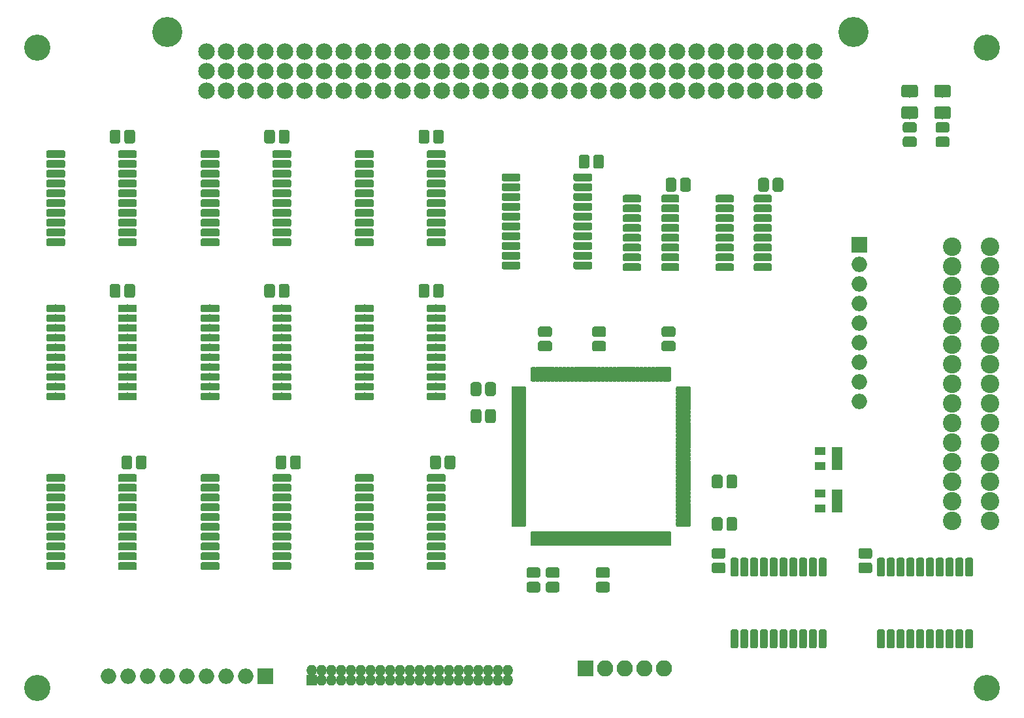
<source format=gbr>
G04 #@! TF.GenerationSoftware,KiCad,Pcbnew,(5.1.4)-1*
G04 #@! TF.CreationDate,2019-09-28T19:07:41+02:00*
G04 #@! TF.ProjectId,Project_GP8B,50726f6a-6563-4745-9f47-5038422e6b69,V4*
G04 #@! TF.SameCoordinates,PX3a2c940PY1e0a6e0*
G04 #@! TF.FileFunction,Soldermask,Top*
G04 #@! TF.FilePolarity,Negative*
%FSLAX46Y46*%
G04 Gerber Fmt 4.6, Leading zero omitted, Abs format (unit mm)*
G04 Created by KiCad (PCBNEW (5.1.4)-1) date 2019-09-28 19:07:41*
%MOMM*%
%LPD*%
G04 APERTURE LIST*
%ADD10C,3.900000*%
%ADD11C,2.150000*%
%ADD12C,2.400000*%
%ADD13C,3.400000*%
%ADD14C,0.100000*%
%ADD15C,1.375000*%
%ADD16C,1.650000*%
%ADD17C,0.700000*%
%ADD18R,2.100000X2.100000*%
%ADD19O,2.100000X2.100000*%
%ADD20R,2.000000X2.000000*%
%ADD21O,2.000000X2.000000*%
%ADD22C,1.000000*%
%ADD23R,1.460000X1.050000*%
%ADD24R,1.400000X1.400000*%
%ADD25O,1.400000X1.400000*%
G04 APERTURE END LIST*
D10*
X21820000Y-2920000D03*
X110720000Y-2920000D03*
D11*
X105640000Y-10540000D03*
X103100000Y-10540000D03*
X100560000Y-10540000D03*
X98020000Y-10540000D03*
X95480000Y-10540000D03*
X92940000Y-10540000D03*
X90400000Y-10540000D03*
X87860000Y-10540000D03*
X85320000Y-10540000D03*
X82780000Y-10540000D03*
X80240000Y-10540000D03*
X77700000Y-10540000D03*
X75160000Y-10540000D03*
X72620000Y-10540000D03*
X70080000Y-10540000D03*
X67540000Y-10540000D03*
X65000000Y-10540000D03*
X62460000Y-10540000D03*
X59920000Y-10540000D03*
X57380000Y-10540000D03*
X54840000Y-10540000D03*
X52300000Y-10540000D03*
X49760000Y-10540000D03*
X47220000Y-10540000D03*
X44680000Y-10540000D03*
X42140000Y-10540000D03*
X39600000Y-10540000D03*
X37060000Y-10540000D03*
X34520000Y-10540000D03*
X31980000Y-10540000D03*
X29440000Y-10540000D03*
X26900000Y-10540000D03*
X105640000Y-8000000D03*
X103100000Y-8000000D03*
X100560000Y-8000000D03*
X98020000Y-8000000D03*
X95480000Y-8000000D03*
X92940000Y-8000000D03*
X90400000Y-8000000D03*
X87860000Y-8000000D03*
X85320000Y-8000000D03*
X82780000Y-8000000D03*
X80240000Y-8000000D03*
X77700000Y-8000000D03*
X75160000Y-8000000D03*
X72620000Y-8000000D03*
X70080000Y-8000000D03*
X67540000Y-8000000D03*
X65000000Y-8000000D03*
X62460000Y-8000000D03*
X59920000Y-8000000D03*
X57380000Y-8000000D03*
X54840000Y-8000000D03*
X52300000Y-8000000D03*
X49760000Y-8000000D03*
X47220000Y-8000000D03*
X44680000Y-8000000D03*
X42140000Y-8000000D03*
X39600000Y-8000000D03*
X37060000Y-8000000D03*
X34520000Y-8000000D03*
X31980000Y-8000000D03*
X29440000Y-8000000D03*
X26900000Y-8000000D03*
X105640000Y-5460000D03*
X103100000Y-5460000D03*
X100560000Y-5460000D03*
X98020000Y-5460000D03*
X95480000Y-5460000D03*
X92940000Y-5460000D03*
X90400000Y-5460000D03*
X87860000Y-5460000D03*
X85320000Y-5460000D03*
X82780000Y-5460000D03*
X80240000Y-5460000D03*
X77700000Y-5460000D03*
X75160000Y-5460000D03*
X72620000Y-5460000D03*
X70080000Y-5460000D03*
X67540000Y-5460000D03*
X65000000Y-5460000D03*
X62460000Y-5460000D03*
X59920000Y-5460000D03*
X57380000Y-5460000D03*
X54840000Y-5460000D03*
X52300000Y-5460000D03*
X49760000Y-5460000D03*
X47220000Y-5460000D03*
X44680000Y-5460000D03*
X42140000Y-5460000D03*
X39600000Y-5460000D03*
X37060000Y-5460000D03*
X34520000Y-5460000D03*
X31980000Y-5460000D03*
X29440000Y-5460000D03*
X26900000Y-5460000D03*
D12*
X128400000Y-30810000D03*
X123540000Y-30810000D03*
X128400000Y-33350000D03*
X123540000Y-33350000D03*
X128400000Y-35890000D03*
X123540000Y-35890000D03*
X128400000Y-38430000D03*
X123540000Y-38430000D03*
X128400000Y-40970000D03*
X123540000Y-40970000D03*
X128400000Y-43510000D03*
X123540000Y-43510000D03*
X128400000Y-46050000D03*
X123540000Y-46050000D03*
X128400000Y-48590000D03*
X123540000Y-48590000D03*
X128400000Y-51130000D03*
X123540000Y-51130000D03*
X128400000Y-53670000D03*
X123540000Y-53670000D03*
X128400000Y-56210000D03*
X123540000Y-56210000D03*
X128400000Y-58750000D03*
X123540000Y-58750000D03*
X128400000Y-61290000D03*
X123540000Y-61290000D03*
X128400000Y-63830000D03*
X123540000Y-63830000D03*
X128400000Y-66360000D03*
X123540000Y-66370000D03*
D13*
X5000000Y-5000000D03*
X128000000Y-5000000D03*
X128000000Y-88000000D03*
X5000000Y-88000000D03*
D14*
G36*
X64064943Y-51851655D02*
G01*
X64098312Y-51856605D01*
X64131035Y-51864802D01*
X64162797Y-51876166D01*
X64193293Y-51890590D01*
X64222227Y-51907932D01*
X64249323Y-51928028D01*
X64274318Y-51950682D01*
X64296972Y-51975677D01*
X64317068Y-52002773D01*
X64334410Y-52031707D01*
X64348834Y-52062203D01*
X64360198Y-52093965D01*
X64368395Y-52126688D01*
X64373345Y-52160057D01*
X64375000Y-52193750D01*
X64375000Y-53306250D01*
X64373345Y-53339943D01*
X64368395Y-53373312D01*
X64360198Y-53406035D01*
X64348834Y-53437797D01*
X64334410Y-53468293D01*
X64317068Y-53497227D01*
X64296972Y-53524323D01*
X64274318Y-53549318D01*
X64249323Y-53571972D01*
X64222227Y-53592068D01*
X64193293Y-53609410D01*
X64162797Y-53623834D01*
X64131035Y-53635198D01*
X64098312Y-53643395D01*
X64064943Y-53648345D01*
X64031250Y-53650000D01*
X63343750Y-53650000D01*
X63310057Y-53648345D01*
X63276688Y-53643395D01*
X63243965Y-53635198D01*
X63212203Y-53623834D01*
X63181707Y-53609410D01*
X63152773Y-53592068D01*
X63125677Y-53571972D01*
X63100682Y-53549318D01*
X63078028Y-53524323D01*
X63057932Y-53497227D01*
X63040590Y-53468293D01*
X63026166Y-53437797D01*
X63014802Y-53406035D01*
X63006605Y-53373312D01*
X63001655Y-53339943D01*
X63000000Y-53306250D01*
X63000000Y-52193750D01*
X63001655Y-52160057D01*
X63006605Y-52126688D01*
X63014802Y-52093965D01*
X63026166Y-52062203D01*
X63040590Y-52031707D01*
X63057932Y-52002773D01*
X63078028Y-51975677D01*
X63100682Y-51950682D01*
X63125677Y-51928028D01*
X63152773Y-51907932D01*
X63181707Y-51890590D01*
X63212203Y-51876166D01*
X63243965Y-51864802D01*
X63276688Y-51856605D01*
X63310057Y-51851655D01*
X63343750Y-51850000D01*
X64031250Y-51850000D01*
X64064943Y-51851655D01*
X64064943Y-51851655D01*
G37*
D15*
X63687500Y-52750000D03*
D14*
G36*
X62189943Y-51851655D02*
G01*
X62223312Y-51856605D01*
X62256035Y-51864802D01*
X62287797Y-51876166D01*
X62318293Y-51890590D01*
X62347227Y-51907932D01*
X62374323Y-51928028D01*
X62399318Y-51950682D01*
X62421972Y-51975677D01*
X62442068Y-52002773D01*
X62459410Y-52031707D01*
X62473834Y-52062203D01*
X62485198Y-52093965D01*
X62493395Y-52126688D01*
X62498345Y-52160057D01*
X62500000Y-52193750D01*
X62500000Y-53306250D01*
X62498345Y-53339943D01*
X62493395Y-53373312D01*
X62485198Y-53406035D01*
X62473834Y-53437797D01*
X62459410Y-53468293D01*
X62442068Y-53497227D01*
X62421972Y-53524323D01*
X62399318Y-53549318D01*
X62374323Y-53571972D01*
X62347227Y-53592068D01*
X62318293Y-53609410D01*
X62287797Y-53623834D01*
X62256035Y-53635198D01*
X62223312Y-53643395D01*
X62189943Y-53648345D01*
X62156250Y-53650000D01*
X61468750Y-53650000D01*
X61435057Y-53648345D01*
X61401688Y-53643395D01*
X61368965Y-53635198D01*
X61337203Y-53623834D01*
X61306707Y-53609410D01*
X61277773Y-53592068D01*
X61250677Y-53571972D01*
X61225682Y-53549318D01*
X61203028Y-53524323D01*
X61182932Y-53497227D01*
X61165590Y-53468293D01*
X61151166Y-53437797D01*
X61139802Y-53406035D01*
X61131605Y-53373312D01*
X61126655Y-53339943D01*
X61125000Y-53306250D01*
X61125000Y-52193750D01*
X61126655Y-52160057D01*
X61131605Y-52126688D01*
X61139802Y-52093965D01*
X61151166Y-52062203D01*
X61165590Y-52031707D01*
X61182932Y-52002773D01*
X61203028Y-51975677D01*
X61225682Y-51950682D01*
X61250677Y-51928028D01*
X61277773Y-51907932D01*
X61306707Y-51890590D01*
X61337203Y-51876166D01*
X61368965Y-51864802D01*
X61401688Y-51856605D01*
X61435057Y-51851655D01*
X61468750Y-51850000D01*
X62156250Y-51850000D01*
X62189943Y-51851655D01*
X62189943Y-51851655D01*
G37*
D15*
X61812500Y-52750000D03*
D14*
G36*
X95314943Y-65851655D02*
G01*
X95348312Y-65856605D01*
X95381035Y-65864802D01*
X95412797Y-65876166D01*
X95443293Y-65890590D01*
X95472227Y-65907932D01*
X95499323Y-65928028D01*
X95524318Y-65950682D01*
X95546972Y-65975677D01*
X95567068Y-66002773D01*
X95584410Y-66031707D01*
X95598834Y-66062203D01*
X95610198Y-66093965D01*
X95618395Y-66126688D01*
X95623345Y-66160057D01*
X95625000Y-66193750D01*
X95625000Y-67306250D01*
X95623345Y-67339943D01*
X95618395Y-67373312D01*
X95610198Y-67406035D01*
X95598834Y-67437797D01*
X95584410Y-67468293D01*
X95567068Y-67497227D01*
X95546972Y-67524323D01*
X95524318Y-67549318D01*
X95499323Y-67571972D01*
X95472227Y-67592068D01*
X95443293Y-67609410D01*
X95412797Y-67623834D01*
X95381035Y-67635198D01*
X95348312Y-67643395D01*
X95314943Y-67648345D01*
X95281250Y-67650000D01*
X94593750Y-67650000D01*
X94560057Y-67648345D01*
X94526688Y-67643395D01*
X94493965Y-67635198D01*
X94462203Y-67623834D01*
X94431707Y-67609410D01*
X94402773Y-67592068D01*
X94375677Y-67571972D01*
X94350682Y-67549318D01*
X94328028Y-67524323D01*
X94307932Y-67497227D01*
X94290590Y-67468293D01*
X94276166Y-67437797D01*
X94264802Y-67406035D01*
X94256605Y-67373312D01*
X94251655Y-67339943D01*
X94250000Y-67306250D01*
X94250000Y-66193750D01*
X94251655Y-66160057D01*
X94256605Y-66126688D01*
X94264802Y-66093965D01*
X94276166Y-66062203D01*
X94290590Y-66031707D01*
X94307932Y-66002773D01*
X94328028Y-65975677D01*
X94350682Y-65950682D01*
X94375677Y-65928028D01*
X94402773Y-65907932D01*
X94431707Y-65890590D01*
X94462203Y-65876166D01*
X94493965Y-65864802D01*
X94526688Y-65856605D01*
X94560057Y-65851655D01*
X94593750Y-65850000D01*
X95281250Y-65850000D01*
X95314943Y-65851655D01*
X95314943Y-65851655D01*
G37*
D15*
X94937500Y-66750000D03*
D14*
G36*
X93439943Y-65851655D02*
G01*
X93473312Y-65856605D01*
X93506035Y-65864802D01*
X93537797Y-65876166D01*
X93568293Y-65890590D01*
X93597227Y-65907932D01*
X93624323Y-65928028D01*
X93649318Y-65950682D01*
X93671972Y-65975677D01*
X93692068Y-66002773D01*
X93709410Y-66031707D01*
X93723834Y-66062203D01*
X93735198Y-66093965D01*
X93743395Y-66126688D01*
X93748345Y-66160057D01*
X93750000Y-66193750D01*
X93750000Y-67306250D01*
X93748345Y-67339943D01*
X93743395Y-67373312D01*
X93735198Y-67406035D01*
X93723834Y-67437797D01*
X93709410Y-67468293D01*
X93692068Y-67497227D01*
X93671972Y-67524323D01*
X93649318Y-67549318D01*
X93624323Y-67571972D01*
X93597227Y-67592068D01*
X93568293Y-67609410D01*
X93537797Y-67623834D01*
X93506035Y-67635198D01*
X93473312Y-67643395D01*
X93439943Y-67648345D01*
X93406250Y-67650000D01*
X92718750Y-67650000D01*
X92685057Y-67648345D01*
X92651688Y-67643395D01*
X92618965Y-67635198D01*
X92587203Y-67623834D01*
X92556707Y-67609410D01*
X92527773Y-67592068D01*
X92500677Y-67571972D01*
X92475682Y-67549318D01*
X92453028Y-67524323D01*
X92432932Y-67497227D01*
X92415590Y-67468293D01*
X92401166Y-67437797D01*
X92389802Y-67406035D01*
X92381605Y-67373312D01*
X92376655Y-67339943D01*
X92375000Y-67306250D01*
X92375000Y-66193750D01*
X92376655Y-66160057D01*
X92381605Y-66126688D01*
X92389802Y-66093965D01*
X92401166Y-66062203D01*
X92415590Y-66031707D01*
X92432932Y-66002773D01*
X92453028Y-65975677D01*
X92475682Y-65950682D01*
X92500677Y-65928028D01*
X92527773Y-65907932D01*
X92556707Y-65890590D01*
X92587203Y-65876166D01*
X92618965Y-65864802D01*
X92651688Y-65856605D01*
X92685057Y-65851655D01*
X92718750Y-65850000D01*
X93406250Y-65850000D01*
X93439943Y-65851655D01*
X93439943Y-65851655D01*
G37*
D15*
X93062500Y-66750000D03*
D14*
G36*
X18814943Y-57851655D02*
G01*
X18848312Y-57856605D01*
X18881035Y-57864802D01*
X18912797Y-57876166D01*
X18943293Y-57890590D01*
X18972227Y-57907932D01*
X18999323Y-57928028D01*
X19024318Y-57950682D01*
X19046972Y-57975677D01*
X19067068Y-58002773D01*
X19084410Y-58031707D01*
X19098834Y-58062203D01*
X19110198Y-58093965D01*
X19118395Y-58126688D01*
X19123345Y-58160057D01*
X19125000Y-58193750D01*
X19125000Y-59306250D01*
X19123345Y-59339943D01*
X19118395Y-59373312D01*
X19110198Y-59406035D01*
X19098834Y-59437797D01*
X19084410Y-59468293D01*
X19067068Y-59497227D01*
X19046972Y-59524323D01*
X19024318Y-59549318D01*
X18999323Y-59571972D01*
X18972227Y-59592068D01*
X18943293Y-59609410D01*
X18912797Y-59623834D01*
X18881035Y-59635198D01*
X18848312Y-59643395D01*
X18814943Y-59648345D01*
X18781250Y-59650000D01*
X18093750Y-59650000D01*
X18060057Y-59648345D01*
X18026688Y-59643395D01*
X17993965Y-59635198D01*
X17962203Y-59623834D01*
X17931707Y-59609410D01*
X17902773Y-59592068D01*
X17875677Y-59571972D01*
X17850682Y-59549318D01*
X17828028Y-59524323D01*
X17807932Y-59497227D01*
X17790590Y-59468293D01*
X17776166Y-59437797D01*
X17764802Y-59406035D01*
X17756605Y-59373312D01*
X17751655Y-59339943D01*
X17750000Y-59306250D01*
X17750000Y-58193750D01*
X17751655Y-58160057D01*
X17756605Y-58126688D01*
X17764802Y-58093965D01*
X17776166Y-58062203D01*
X17790590Y-58031707D01*
X17807932Y-58002773D01*
X17828028Y-57975677D01*
X17850682Y-57950682D01*
X17875677Y-57928028D01*
X17902773Y-57907932D01*
X17931707Y-57890590D01*
X17962203Y-57876166D01*
X17993965Y-57864802D01*
X18026688Y-57856605D01*
X18060057Y-57851655D01*
X18093750Y-57850000D01*
X18781250Y-57850000D01*
X18814943Y-57851655D01*
X18814943Y-57851655D01*
G37*
D15*
X18437500Y-58750000D03*
D14*
G36*
X16939943Y-57851655D02*
G01*
X16973312Y-57856605D01*
X17006035Y-57864802D01*
X17037797Y-57876166D01*
X17068293Y-57890590D01*
X17097227Y-57907932D01*
X17124323Y-57928028D01*
X17149318Y-57950682D01*
X17171972Y-57975677D01*
X17192068Y-58002773D01*
X17209410Y-58031707D01*
X17223834Y-58062203D01*
X17235198Y-58093965D01*
X17243395Y-58126688D01*
X17248345Y-58160057D01*
X17250000Y-58193750D01*
X17250000Y-59306250D01*
X17248345Y-59339943D01*
X17243395Y-59373312D01*
X17235198Y-59406035D01*
X17223834Y-59437797D01*
X17209410Y-59468293D01*
X17192068Y-59497227D01*
X17171972Y-59524323D01*
X17149318Y-59549318D01*
X17124323Y-59571972D01*
X17097227Y-59592068D01*
X17068293Y-59609410D01*
X17037797Y-59623834D01*
X17006035Y-59635198D01*
X16973312Y-59643395D01*
X16939943Y-59648345D01*
X16906250Y-59650000D01*
X16218750Y-59650000D01*
X16185057Y-59648345D01*
X16151688Y-59643395D01*
X16118965Y-59635198D01*
X16087203Y-59623834D01*
X16056707Y-59609410D01*
X16027773Y-59592068D01*
X16000677Y-59571972D01*
X15975682Y-59549318D01*
X15953028Y-59524323D01*
X15932932Y-59497227D01*
X15915590Y-59468293D01*
X15901166Y-59437797D01*
X15889802Y-59406035D01*
X15881605Y-59373312D01*
X15876655Y-59339943D01*
X15875000Y-59306250D01*
X15875000Y-58193750D01*
X15876655Y-58160057D01*
X15881605Y-58126688D01*
X15889802Y-58093965D01*
X15901166Y-58062203D01*
X15915590Y-58031707D01*
X15932932Y-58002773D01*
X15953028Y-57975677D01*
X15975682Y-57950682D01*
X16000677Y-57928028D01*
X16027773Y-57907932D01*
X16056707Y-57890590D01*
X16087203Y-57876166D01*
X16118965Y-57864802D01*
X16151688Y-57856605D01*
X16185057Y-57851655D01*
X16218750Y-57850000D01*
X16906250Y-57850000D01*
X16939943Y-57851655D01*
X16939943Y-57851655D01*
G37*
D15*
X16562500Y-58750000D03*
D14*
G36*
X56939943Y-57851655D02*
G01*
X56973312Y-57856605D01*
X57006035Y-57864802D01*
X57037797Y-57876166D01*
X57068293Y-57890590D01*
X57097227Y-57907932D01*
X57124323Y-57928028D01*
X57149318Y-57950682D01*
X57171972Y-57975677D01*
X57192068Y-58002773D01*
X57209410Y-58031707D01*
X57223834Y-58062203D01*
X57235198Y-58093965D01*
X57243395Y-58126688D01*
X57248345Y-58160057D01*
X57250000Y-58193750D01*
X57250000Y-59306250D01*
X57248345Y-59339943D01*
X57243395Y-59373312D01*
X57235198Y-59406035D01*
X57223834Y-59437797D01*
X57209410Y-59468293D01*
X57192068Y-59497227D01*
X57171972Y-59524323D01*
X57149318Y-59549318D01*
X57124323Y-59571972D01*
X57097227Y-59592068D01*
X57068293Y-59609410D01*
X57037797Y-59623834D01*
X57006035Y-59635198D01*
X56973312Y-59643395D01*
X56939943Y-59648345D01*
X56906250Y-59650000D01*
X56218750Y-59650000D01*
X56185057Y-59648345D01*
X56151688Y-59643395D01*
X56118965Y-59635198D01*
X56087203Y-59623834D01*
X56056707Y-59609410D01*
X56027773Y-59592068D01*
X56000677Y-59571972D01*
X55975682Y-59549318D01*
X55953028Y-59524323D01*
X55932932Y-59497227D01*
X55915590Y-59468293D01*
X55901166Y-59437797D01*
X55889802Y-59406035D01*
X55881605Y-59373312D01*
X55876655Y-59339943D01*
X55875000Y-59306250D01*
X55875000Y-58193750D01*
X55876655Y-58160057D01*
X55881605Y-58126688D01*
X55889802Y-58093965D01*
X55901166Y-58062203D01*
X55915590Y-58031707D01*
X55932932Y-58002773D01*
X55953028Y-57975677D01*
X55975682Y-57950682D01*
X56000677Y-57928028D01*
X56027773Y-57907932D01*
X56056707Y-57890590D01*
X56087203Y-57876166D01*
X56118965Y-57864802D01*
X56151688Y-57856605D01*
X56185057Y-57851655D01*
X56218750Y-57850000D01*
X56906250Y-57850000D01*
X56939943Y-57851655D01*
X56939943Y-57851655D01*
G37*
D15*
X56562500Y-58750000D03*
D14*
G36*
X58814943Y-57851655D02*
G01*
X58848312Y-57856605D01*
X58881035Y-57864802D01*
X58912797Y-57876166D01*
X58943293Y-57890590D01*
X58972227Y-57907932D01*
X58999323Y-57928028D01*
X59024318Y-57950682D01*
X59046972Y-57975677D01*
X59067068Y-58002773D01*
X59084410Y-58031707D01*
X59098834Y-58062203D01*
X59110198Y-58093965D01*
X59118395Y-58126688D01*
X59123345Y-58160057D01*
X59125000Y-58193750D01*
X59125000Y-59306250D01*
X59123345Y-59339943D01*
X59118395Y-59373312D01*
X59110198Y-59406035D01*
X59098834Y-59437797D01*
X59084410Y-59468293D01*
X59067068Y-59497227D01*
X59046972Y-59524323D01*
X59024318Y-59549318D01*
X58999323Y-59571972D01*
X58972227Y-59592068D01*
X58943293Y-59609410D01*
X58912797Y-59623834D01*
X58881035Y-59635198D01*
X58848312Y-59643395D01*
X58814943Y-59648345D01*
X58781250Y-59650000D01*
X58093750Y-59650000D01*
X58060057Y-59648345D01*
X58026688Y-59643395D01*
X57993965Y-59635198D01*
X57962203Y-59623834D01*
X57931707Y-59609410D01*
X57902773Y-59592068D01*
X57875677Y-59571972D01*
X57850682Y-59549318D01*
X57828028Y-59524323D01*
X57807932Y-59497227D01*
X57790590Y-59468293D01*
X57776166Y-59437797D01*
X57764802Y-59406035D01*
X57756605Y-59373312D01*
X57751655Y-59339943D01*
X57750000Y-59306250D01*
X57750000Y-58193750D01*
X57751655Y-58160057D01*
X57756605Y-58126688D01*
X57764802Y-58093965D01*
X57776166Y-58062203D01*
X57790590Y-58031707D01*
X57807932Y-58002773D01*
X57828028Y-57975677D01*
X57850682Y-57950682D01*
X57875677Y-57928028D01*
X57902773Y-57907932D01*
X57931707Y-57890590D01*
X57962203Y-57876166D01*
X57993965Y-57864802D01*
X58026688Y-57856605D01*
X58060057Y-57851655D01*
X58093750Y-57850000D01*
X58781250Y-57850000D01*
X58814943Y-57851655D01*
X58814943Y-57851655D01*
G37*
D15*
X58437500Y-58750000D03*
D14*
G36*
X36939943Y-57851655D02*
G01*
X36973312Y-57856605D01*
X37006035Y-57864802D01*
X37037797Y-57876166D01*
X37068293Y-57890590D01*
X37097227Y-57907932D01*
X37124323Y-57928028D01*
X37149318Y-57950682D01*
X37171972Y-57975677D01*
X37192068Y-58002773D01*
X37209410Y-58031707D01*
X37223834Y-58062203D01*
X37235198Y-58093965D01*
X37243395Y-58126688D01*
X37248345Y-58160057D01*
X37250000Y-58193750D01*
X37250000Y-59306250D01*
X37248345Y-59339943D01*
X37243395Y-59373312D01*
X37235198Y-59406035D01*
X37223834Y-59437797D01*
X37209410Y-59468293D01*
X37192068Y-59497227D01*
X37171972Y-59524323D01*
X37149318Y-59549318D01*
X37124323Y-59571972D01*
X37097227Y-59592068D01*
X37068293Y-59609410D01*
X37037797Y-59623834D01*
X37006035Y-59635198D01*
X36973312Y-59643395D01*
X36939943Y-59648345D01*
X36906250Y-59650000D01*
X36218750Y-59650000D01*
X36185057Y-59648345D01*
X36151688Y-59643395D01*
X36118965Y-59635198D01*
X36087203Y-59623834D01*
X36056707Y-59609410D01*
X36027773Y-59592068D01*
X36000677Y-59571972D01*
X35975682Y-59549318D01*
X35953028Y-59524323D01*
X35932932Y-59497227D01*
X35915590Y-59468293D01*
X35901166Y-59437797D01*
X35889802Y-59406035D01*
X35881605Y-59373312D01*
X35876655Y-59339943D01*
X35875000Y-59306250D01*
X35875000Y-58193750D01*
X35876655Y-58160057D01*
X35881605Y-58126688D01*
X35889802Y-58093965D01*
X35901166Y-58062203D01*
X35915590Y-58031707D01*
X35932932Y-58002773D01*
X35953028Y-57975677D01*
X35975682Y-57950682D01*
X36000677Y-57928028D01*
X36027773Y-57907932D01*
X36056707Y-57890590D01*
X36087203Y-57876166D01*
X36118965Y-57864802D01*
X36151688Y-57856605D01*
X36185057Y-57851655D01*
X36218750Y-57850000D01*
X36906250Y-57850000D01*
X36939943Y-57851655D01*
X36939943Y-57851655D01*
G37*
D15*
X36562500Y-58750000D03*
D14*
G36*
X38814943Y-57851655D02*
G01*
X38848312Y-57856605D01*
X38881035Y-57864802D01*
X38912797Y-57876166D01*
X38943293Y-57890590D01*
X38972227Y-57907932D01*
X38999323Y-57928028D01*
X39024318Y-57950682D01*
X39046972Y-57975677D01*
X39067068Y-58002773D01*
X39084410Y-58031707D01*
X39098834Y-58062203D01*
X39110198Y-58093965D01*
X39118395Y-58126688D01*
X39123345Y-58160057D01*
X39125000Y-58193750D01*
X39125000Y-59306250D01*
X39123345Y-59339943D01*
X39118395Y-59373312D01*
X39110198Y-59406035D01*
X39098834Y-59437797D01*
X39084410Y-59468293D01*
X39067068Y-59497227D01*
X39046972Y-59524323D01*
X39024318Y-59549318D01*
X38999323Y-59571972D01*
X38972227Y-59592068D01*
X38943293Y-59609410D01*
X38912797Y-59623834D01*
X38881035Y-59635198D01*
X38848312Y-59643395D01*
X38814943Y-59648345D01*
X38781250Y-59650000D01*
X38093750Y-59650000D01*
X38060057Y-59648345D01*
X38026688Y-59643395D01*
X37993965Y-59635198D01*
X37962203Y-59623834D01*
X37931707Y-59609410D01*
X37902773Y-59592068D01*
X37875677Y-59571972D01*
X37850682Y-59549318D01*
X37828028Y-59524323D01*
X37807932Y-59497227D01*
X37790590Y-59468293D01*
X37776166Y-59437797D01*
X37764802Y-59406035D01*
X37756605Y-59373312D01*
X37751655Y-59339943D01*
X37750000Y-59306250D01*
X37750000Y-58193750D01*
X37751655Y-58160057D01*
X37756605Y-58126688D01*
X37764802Y-58093965D01*
X37776166Y-58062203D01*
X37790590Y-58031707D01*
X37807932Y-58002773D01*
X37828028Y-57975677D01*
X37850682Y-57950682D01*
X37875677Y-57928028D01*
X37902773Y-57907932D01*
X37931707Y-57890590D01*
X37962203Y-57876166D01*
X37993965Y-57864802D01*
X38026688Y-57856605D01*
X38060057Y-57851655D01*
X38093750Y-57850000D01*
X38781250Y-57850000D01*
X38814943Y-57851655D01*
X38814943Y-57851655D01*
G37*
D15*
X38437500Y-58750000D03*
D14*
G36*
X71339943Y-43001655D02*
G01*
X71373312Y-43006605D01*
X71406035Y-43014802D01*
X71437797Y-43026166D01*
X71468293Y-43040590D01*
X71497227Y-43057932D01*
X71524323Y-43078028D01*
X71549318Y-43100682D01*
X71571972Y-43125677D01*
X71592068Y-43152773D01*
X71609410Y-43181707D01*
X71623834Y-43212203D01*
X71635198Y-43243965D01*
X71643395Y-43276688D01*
X71648345Y-43310057D01*
X71650000Y-43343750D01*
X71650000Y-44031250D01*
X71648345Y-44064943D01*
X71643395Y-44098312D01*
X71635198Y-44131035D01*
X71623834Y-44162797D01*
X71609410Y-44193293D01*
X71592068Y-44222227D01*
X71571972Y-44249323D01*
X71549318Y-44274318D01*
X71524323Y-44296972D01*
X71497227Y-44317068D01*
X71468293Y-44334410D01*
X71437797Y-44348834D01*
X71406035Y-44360198D01*
X71373312Y-44368395D01*
X71339943Y-44373345D01*
X71306250Y-44375000D01*
X70193750Y-44375000D01*
X70160057Y-44373345D01*
X70126688Y-44368395D01*
X70093965Y-44360198D01*
X70062203Y-44348834D01*
X70031707Y-44334410D01*
X70002773Y-44317068D01*
X69975677Y-44296972D01*
X69950682Y-44274318D01*
X69928028Y-44249323D01*
X69907932Y-44222227D01*
X69890590Y-44193293D01*
X69876166Y-44162797D01*
X69864802Y-44131035D01*
X69856605Y-44098312D01*
X69851655Y-44064943D01*
X69850000Y-44031250D01*
X69850000Y-43343750D01*
X69851655Y-43310057D01*
X69856605Y-43276688D01*
X69864802Y-43243965D01*
X69876166Y-43212203D01*
X69890590Y-43181707D01*
X69907932Y-43152773D01*
X69928028Y-43125677D01*
X69950682Y-43100682D01*
X69975677Y-43078028D01*
X70002773Y-43057932D01*
X70031707Y-43040590D01*
X70062203Y-43026166D01*
X70093965Y-43014802D01*
X70126688Y-43006605D01*
X70160057Y-43001655D01*
X70193750Y-43000000D01*
X71306250Y-43000000D01*
X71339943Y-43001655D01*
X71339943Y-43001655D01*
G37*
D15*
X70750000Y-43687500D03*
D14*
G36*
X71339943Y-41126655D02*
G01*
X71373312Y-41131605D01*
X71406035Y-41139802D01*
X71437797Y-41151166D01*
X71468293Y-41165590D01*
X71497227Y-41182932D01*
X71524323Y-41203028D01*
X71549318Y-41225682D01*
X71571972Y-41250677D01*
X71592068Y-41277773D01*
X71609410Y-41306707D01*
X71623834Y-41337203D01*
X71635198Y-41368965D01*
X71643395Y-41401688D01*
X71648345Y-41435057D01*
X71650000Y-41468750D01*
X71650000Y-42156250D01*
X71648345Y-42189943D01*
X71643395Y-42223312D01*
X71635198Y-42256035D01*
X71623834Y-42287797D01*
X71609410Y-42318293D01*
X71592068Y-42347227D01*
X71571972Y-42374323D01*
X71549318Y-42399318D01*
X71524323Y-42421972D01*
X71497227Y-42442068D01*
X71468293Y-42459410D01*
X71437797Y-42473834D01*
X71406035Y-42485198D01*
X71373312Y-42493395D01*
X71339943Y-42498345D01*
X71306250Y-42500000D01*
X70193750Y-42500000D01*
X70160057Y-42498345D01*
X70126688Y-42493395D01*
X70093965Y-42485198D01*
X70062203Y-42473834D01*
X70031707Y-42459410D01*
X70002773Y-42442068D01*
X69975677Y-42421972D01*
X69950682Y-42399318D01*
X69928028Y-42374323D01*
X69907932Y-42347227D01*
X69890590Y-42318293D01*
X69876166Y-42287797D01*
X69864802Y-42256035D01*
X69856605Y-42223312D01*
X69851655Y-42189943D01*
X69850000Y-42156250D01*
X69850000Y-41468750D01*
X69851655Y-41435057D01*
X69856605Y-41401688D01*
X69864802Y-41368965D01*
X69876166Y-41337203D01*
X69890590Y-41306707D01*
X69907932Y-41277773D01*
X69928028Y-41250677D01*
X69950682Y-41225682D01*
X69975677Y-41203028D01*
X70002773Y-41182932D01*
X70031707Y-41165590D01*
X70062203Y-41151166D01*
X70093965Y-41139802D01*
X70126688Y-41131605D01*
X70160057Y-41126655D01*
X70193750Y-41125000D01*
X71306250Y-41125000D01*
X71339943Y-41126655D01*
X71339943Y-41126655D01*
G37*
D15*
X70750000Y-41812500D03*
D14*
G36*
X55439943Y-35601655D02*
G01*
X55473312Y-35606605D01*
X55506035Y-35614802D01*
X55537797Y-35626166D01*
X55568293Y-35640590D01*
X55597227Y-35657932D01*
X55624323Y-35678028D01*
X55649318Y-35700682D01*
X55671972Y-35725677D01*
X55692068Y-35752773D01*
X55709410Y-35781707D01*
X55723834Y-35812203D01*
X55735198Y-35843965D01*
X55743395Y-35876688D01*
X55748345Y-35910057D01*
X55750000Y-35943750D01*
X55750000Y-37056250D01*
X55748345Y-37089943D01*
X55743395Y-37123312D01*
X55735198Y-37156035D01*
X55723834Y-37187797D01*
X55709410Y-37218293D01*
X55692068Y-37247227D01*
X55671972Y-37274323D01*
X55649318Y-37299318D01*
X55624323Y-37321972D01*
X55597227Y-37342068D01*
X55568293Y-37359410D01*
X55537797Y-37373834D01*
X55506035Y-37385198D01*
X55473312Y-37393395D01*
X55439943Y-37398345D01*
X55406250Y-37400000D01*
X54718750Y-37400000D01*
X54685057Y-37398345D01*
X54651688Y-37393395D01*
X54618965Y-37385198D01*
X54587203Y-37373834D01*
X54556707Y-37359410D01*
X54527773Y-37342068D01*
X54500677Y-37321972D01*
X54475682Y-37299318D01*
X54453028Y-37274323D01*
X54432932Y-37247227D01*
X54415590Y-37218293D01*
X54401166Y-37187797D01*
X54389802Y-37156035D01*
X54381605Y-37123312D01*
X54376655Y-37089943D01*
X54375000Y-37056250D01*
X54375000Y-35943750D01*
X54376655Y-35910057D01*
X54381605Y-35876688D01*
X54389802Y-35843965D01*
X54401166Y-35812203D01*
X54415590Y-35781707D01*
X54432932Y-35752773D01*
X54453028Y-35725677D01*
X54475682Y-35700682D01*
X54500677Y-35678028D01*
X54527773Y-35657932D01*
X54556707Y-35640590D01*
X54587203Y-35626166D01*
X54618965Y-35614802D01*
X54651688Y-35606605D01*
X54685057Y-35601655D01*
X54718750Y-35600000D01*
X55406250Y-35600000D01*
X55439943Y-35601655D01*
X55439943Y-35601655D01*
G37*
D15*
X55062500Y-36500000D03*
D14*
G36*
X57314943Y-35601655D02*
G01*
X57348312Y-35606605D01*
X57381035Y-35614802D01*
X57412797Y-35626166D01*
X57443293Y-35640590D01*
X57472227Y-35657932D01*
X57499323Y-35678028D01*
X57524318Y-35700682D01*
X57546972Y-35725677D01*
X57567068Y-35752773D01*
X57584410Y-35781707D01*
X57598834Y-35812203D01*
X57610198Y-35843965D01*
X57618395Y-35876688D01*
X57623345Y-35910057D01*
X57625000Y-35943750D01*
X57625000Y-37056250D01*
X57623345Y-37089943D01*
X57618395Y-37123312D01*
X57610198Y-37156035D01*
X57598834Y-37187797D01*
X57584410Y-37218293D01*
X57567068Y-37247227D01*
X57546972Y-37274323D01*
X57524318Y-37299318D01*
X57499323Y-37321972D01*
X57472227Y-37342068D01*
X57443293Y-37359410D01*
X57412797Y-37373834D01*
X57381035Y-37385198D01*
X57348312Y-37393395D01*
X57314943Y-37398345D01*
X57281250Y-37400000D01*
X56593750Y-37400000D01*
X56560057Y-37398345D01*
X56526688Y-37393395D01*
X56493965Y-37385198D01*
X56462203Y-37373834D01*
X56431707Y-37359410D01*
X56402773Y-37342068D01*
X56375677Y-37321972D01*
X56350682Y-37299318D01*
X56328028Y-37274323D01*
X56307932Y-37247227D01*
X56290590Y-37218293D01*
X56276166Y-37187797D01*
X56264802Y-37156035D01*
X56256605Y-37123312D01*
X56251655Y-37089943D01*
X56250000Y-37056250D01*
X56250000Y-35943750D01*
X56251655Y-35910057D01*
X56256605Y-35876688D01*
X56264802Y-35843965D01*
X56276166Y-35812203D01*
X56290590Y-35781707D01*
X56307932Y-35752773D01*
X56328028Y-35725677D01*
X56350682Y-35700682D01*
X56375677Y-35678028D01*
X56402773Y-35657932D01*
X56431707Y-35640590D01*
X56462203Y-35626166D01*
X56493965Y-35614802D01*
X56526688Y-35606605D01*
X56560057Y-35601655D01*
X56593750Y-35600000D01*
X57281250Y-35600000D01*
X57314943Y-35601655D01*
X57314943Y-35601655D01*
G37*
D15*
X56937500Y-36500000D03*
D14*
G36*
X35439943Y-35601655D02*
G01*
X35473312Y-35606605D01*
X35506035Y-35614802D01*
X35537797Y-35626166D01*
X35568293Y-35640590D01*
X35597227Y-35657932D01*
X35624323Y-35678028D01*
X35649318Y-35700682D01*
X35671972Y-35725677D01*
X35692068Y-35752773D01*
X35709410Y-35781707D01*
X35723834Y-35812203D01*
X35735198Y-35843965D01*
X35743395Y-35876688D01*
X35748345Y-35910057D01*
X35750000Y-35943750D01*
X35750000Y-37056250D01*
X35748345Y-37089943D01*
X35743395Y-37123312D01*
X35735198Y-37156035D01*
X35723834Y-37187797D01*
X35709410Y-37218293D01*
X35692068Y-37247227D01*
X35671972Y-37274323D01*
X35649318Y-37299318D01*
X35624323Y-37321972D01*
X35597227Y-37342068D01*
X35568293Y-37359410D01*
X35537797Y-37373834D01*
X35506035Y-37385198D01*
X35473312Y-37393395D01*
X35439943Y-37398345D01*
X35406250Y-37400000D01*
X34718750Y-37400000D01*
X34685057Y-37398345D01*
X34651688Y-37393395D01*
X34618965Y-37385198D01*
X34587203Y-37373834D01*
X34556707Y-37359410D01*
X34527773Y-37342068D01*
X34500677Y-37321972D01*
X34475682Y-37299318D01*
X34453028Y-37274323D01*
X34432932Y-37247227D01*
X34415590Y-37218293D01*
X34401166Y-37187797D01*
X34389802Y-37156035D01*
X34381605Y-37123312D01*
X34376655Y-37089943D01*
X34375000Y-37056250D01*
X34375000Y-35943750D01*
X34376655Y-35910057D01*
X34381605Y-35876688D01*
X34389802Y-35843965D01*
X34401166Y-35812203D01*
X34415590Y-35781707D01*
X34432932Y-35752773D01*
X34453028Y-35725677D01*
X34475682Y-35700682D01*
X34500677Y-35678028D01*
X34527773Y-35657932D01*
X34556707Y-35640590D01*
X34587203Y-35626166D01*
X34618965Y-35614802D01*
X34651688Y-35606605D01*
X34685057Y-35601655D01*
X34718750Y-35600000D01*
X35406250Y-35600000D01*
X35439943Y-35601655D01*
X35439943Y-35601655D01*
G37*
D15*
X35062500Y-36500000D03*
D14*
G36*
X37314943Y-35601655D02*
G01*
X37348312Y-35606605D01*
X37381035Y-35614802D01*
X37412797Y-35626166D01*
X37443293Y-35640590D01*
X37472227Y-35657932D01*
X37499323Y-35678028D01*
X37524318Y-35700682D01*
X37546972Y-35725677D01*
X37567068Y-35752773D01*
X37584410Y-35781707D01*
X37598834Y-35812203D01*
X37610198Y-35843965D01*
X37618395Y-35876688D01*
X37623345Y-35910057D01*
X37625000Y-35943750D01*
X37625000Y-37056250D01*
X37623345Y-37089943D01*
X37618395Y-37123312D01*
X37610198Y-37156035D01*
X37598834Y-37187797D01*
X37584410Y-37218293D01*
X37567068Y-37247227D01*
X37546972Y-37274323D01*
X37524318Y-37299318D01*
X37499323Y-37321972D01*
X37472227Y-37342068D01*
X37443293Y-37359410D01*
X37412797Y-37373834D01*
X37381035Y-37385198D01*
X37348312Y-37393395D01*
X37314943Y-37398345D01*
X37281250Y-37400000D01*
X36593750Y-37400000D01*
X36560057Y-37398345D01*
X36526688Y-37393395D01*
X36493965Y-37385198D01*
X36462203Y-37373834D01*
X36431707Y-37359410D01*
X36402773Y-37342068D01*
X36375677Y-37321972D01*
X36350682Y-37299318D01*
X36328028Y-37274323D01*
X36307932Y-37247227D01*
X36290590Y-37218293D01*
X36276166Y-37187797D01*
X36264802Y-37156035D01*
X36256605Y-37123312D01*
X36251655Y-37089943D01*
X36250000Y-37056250D01*
X36250000Y-35943750D01*
X36251655Y-35910057D01*
X36256605Y-35876688D01*
X36264802Y-35843965D01*
X36276166Y-35812203D01*
X36290590Y-35781707D01*
X36307932Y-35752773D01*
X36328028Y-35725677D01*
X36350682Y-35700682D01*
X36375677Y-35678028D01*
X36402773Y-35657932D01*
X36431707Y-35640590D01*
X36462203Y-35626166D01*
X36493965Y-35614802D01*
X36526688Y-35606605D01*
X36560057Y-35601655D01*
X36593750Y-35600000D01*
X37281250Y-35600000D01*
X37314943Y-35601655D01*
X37314943Y-35601655D01*
G37*
D15*
X36937500Y-36500000D03*
D14*
G36*
X17314943Y-35601655D02*
G01*
X17348312Y-35606605D01*
X17381035Y-35614802D01*
X17412797Y-35626166D01*
X17443293Y-35640590D01*
X17472227Y-35657932D01*
X17499323Y-35678028D01*
X17524318Y-35700682D01*
X17546972Y-35725677D01*
X17567068Y-35752773D01*
X17584410Y-35781707D01*
X17598834Y-35812203D01*
X17610198Y-35843965D01*
X17618395Y-35876688D01*
X17623345Y-35910057D01*
X17625000Y-35943750D01*
X17625000Y-37056250D01*
X17623345Y-37089943D01*
X17618395Y-37123312D01*
X17610198Y-37156035D01*
X17598834Y-37187797D01*
X17584410Y-37218293D01*
X17567068Y-37247227D01*
X17546972Y-37274323D01*
X17524318Y-37299318D01*
X17499323Y-37321972D01*
X17472227Y-37342068D01*
X17443293Y-37359410D01*
X17412797Y-37373834D01*
X17381035Y-37385198D01*
X17348312Y-37393395D01*
X17314943Y-37398345D01*
X17281250Y-37400000D01*
X16593750Y-37400000D01*
X16560057Y-37398345D01*
X16526688Y-37393395D01*
X16493965Y-37385198D01*
X16462203Y-37373834D01*
X16431707Y-37359410D01*
X16402773Y-37342068D01*
X16375677Y-37321972D01*
X16350682Y-37299318D01*
X16328028Y-37274323D01*
X16307932Y-37247227D01*
X16290590Y-37218293D01*
X16276166Y-37187797D01*
X16264802Y-37156035D01*
X16256605Y-37123312D01*
X16251655Y-37089943D01*
X16250000Y-37056250D01*
X16250000Y-35943750D01*
X16251655Y-35910057D01*
X16256605Y-35876688D01*
X16264802Y-35843965D01*
X16276166Y-35812203D01*
X16290590Y-35781707D01*
X16307932Y-35752773D01*
X16328028Y-35725677D01*
X16350682Y-35700682D01*
X16375677Y-35678028D01*
X16402773Y-35657932D01*
X16431707Y-35640590D01*
X16462203Y-35626166D01*
X16493965Y-35614802D01*
X16526688Y-35606605D01*
X16560057Y-35601655D01*
X16593750Y-35600000D01*
X17281250Y-35600000D01*
X17314943Y-35601655D01*
X17314943Y-35601655D01*
G37*
D15*
X16937500Y-36500000D03*
D14*
G36*
X15439943Y-35601655D02*
G01*
X15473312Y-35606605D01*
X15506035Y-35614802D01*
X15537797Y-35626166D01*
X15568293Y-35640590D01*
X15597227Y-35657932D01*
X15624323Y-35678028D01*
X15649318Y-35700682D01*
X15671972Y-35725677D01*
X15692068Y-35752773D01*
X15709410Y-35781707D01*
X15723834Y-35812203D01*
X15735198Y-35843965D01*
X15743395Y-35876688D01*
X15748345Y-35910057D01*
X15750000Y-35943750D01*
X15750000Y-37056250D01*
X15748345Y-37089943D01*
X15743395Y-37123312D01*
X15735198Y-37156035D01*
X15723834Y-37187797D01*
X15709410Y-37218293D01*
X15692068Y-37247227D01*
X15671972Y-37274323D01*
X15649318Y-37299318D01*
X15624323Y-37321972D01*
X15597227Y-37342068D01*
X15568293Y-37359410D01*
X15537797Y-37373834D01*
X15506035Y-37385198D01*
X15473312Y-37393395D01*
X15439943Y-37398345D01*
X15406250Y-37400000D01*
X14718750Y-37400000D01*
X14685057Y-37398345D01*
X14651688Y-37393395D01*
X14618965Y-37385198D01*
X14587203Y-37373834D01*
X14556707Y-37359410D01*
X14527773Y-37342068D01*
X14500677Y-37321972D01*
X14475682Y-37299318D01*
X14453028Y-37274323D01*
X14432932Y-37247227D01*
X14415590Y-37218293D01*
X14401166Y-37187797D01*
X14389802Y-37156035D01*
X14381605Y-37123312D01*
X14376655Y-37089943D01*
X14375000Y-37056250D01*
X14375000Y-35943750D01*
X14376655Y-35910057D01*
X14381605Y-35876688D01*
X14389802Y-35843965D01*
X14401166Y-35812203D01*
X14415590Y-35781707D01*
X14432932Y-35752773D01*
X14453028Y-35725677D01*
X14475682Y-35700682D01*
X14500677Y-35678028D01*
X14527773Y-35657932D01*
X14556707Y-35640590D01*
X14587203Y-35626166D01*
X14618965Y-35614802D01*
X14651688Y-35606605D01*
X14685057Y-35601655D01*
X14718750Y-35600000D01*
X15406250Y-35600000D01*
X15439943Y-35601655D01*
X15439943Y-35601655D01*
G37*
D15*
X15062500Y-36500000D03*
D14*
G36*
X78839943Y-72376655D02*
G01*
X78873312Y-72381605D01*
X78906035Y-72389802D01*
X78937797Y-72401166D01*
X78968293Y-72415590D01*
X78997227Y-72432932D01*
X79024323Y-72453028D01*
X79049318Y-72475682D01*
X79071972Y-72500677D01*
X79092068Y-72527773D01*
X79109410Y-72556707D01*
X79123834Y-72587203D01*
X79135198Y-72618965D01*
X79143395Y-72651688D01*
X79148345Y-72685057D01*
X79150000Y-72718750D01*
X79150000Y-73406250D01*
X79148345Y-73439943D01*
X79143395Y-73473312D01*
X79135198Y-73506035D01*
X79123834Y-73537797D01*
X79109410Y-73568293D01*
X79092068Y-73597227D01*
X79071972Y-73624323D01*
X79049318Y-73649318D01*
X79024323Y-73671972D01*
X78997227Y-73692068D01*
X78968293Y-73709410D01*
X78937797Y-73723834D01*
X78906035Y-73735198D01*
X78873312Y-73743395D01*
X78839943Y-73748345D01*
X78806250Y-73750000D01*
X77693750Y-73750000D01*
X77660057Y-73748345D01*
X77626688Y-73743395D01*
X77593965Y-73735198D01*
X77562203Y-73723834D01*
X77531707Y-73709410D01*
X77502773Y-73692068D01*
X77475677Y-73671972D01*
X77450682Y-73649318D01*
X77428028Y-73624323D01*
X77407932Y-73597227D01*
X77390590Y-73568293D01*
X77376166Y-73537797D01*
X77364802Y-73506035D01*
X77356605Y-73473312D01*
X77351655Y-73439943D01*
X77350000Y-73406250D01*
X77350000Y-72718750D01*
X77351655Y-72685057D01*
X77356605Y-72651688D01*
X77364802Y-72618965D01*
X77376166Y-72587203D01*
X77390590Y-72556707D01*
X77407932Y-72527773D01*
X77428028Y-72500677D01*
X77450682Y-72475682D01*
X77475677Y-72453028D01*
X77502773Y-72432932D01*
X77531707Y-72415590D01*
X77562203Y-72401166D01*
X77593965Y-72389802D01*
X77626688Y-72381605D01*
X77660057Y-72376655D01*
X77693750Y-72375000D01*
X78806250Y-72375000D01*
X78839943Y-72376655D01*
X78839943Y-72376655D01*
G37*
D15*
X78250000Y-73062500D03*
D14*
G36*
X78839943Y-74251655D02*
G01*
X78873312Y-74256605D01*
X78906035Y-74264802D01*
X78937797Y-74276166D01*
X78968293Y-74290590D01*
X78997227Y-74307932D01*
X79024323Y-74328028D01*
X79049318Y-74350682D01*
X79071972Y-74375677D01*
X79092068Y-74402773D01*
X79109410Y-74431707D01*
X79123834Y-74462203D01*
X79135198Y-74493965D01*
X79143395Y-74526688D01*
X79148345Y-74560057D01*
X79150000Y-74593750D01*
X79150000Y-75281250D01*
X79148345Y-75314943D01*
X79143395Y-75348312D01*
X79135198Y-75381035D01*
X79123834Y-75412797D01*
X79109410Y-75443293D01*
X79092068Y-75472227D01*
X79071972Y-75499323D01*
X79049318Y-75524318D01*
X79024323Y-75546972D01*
X78997227Y-75567068D01*
X78968293Y-75584410D01*
X78937797Y-75598834D01*
X78906035Y-75610198D01*
X78873312Y-75618395D01*
X78839943Y-75623345D01*
X78806250Y-75625000D01*
X77693750Y-75625000D01*
X77660057Y-75623345D01*
X77626688Y-75618395D01*
X77593965Y-75610198D01*
X77562203Y-75598834D01*
X77531707Y-75584410D01*
X77502773Y-75567068D01*
X77475677Y-75546972D01*
X77450682Y-75524318D01*
X77428028Y-75499323D01*
X77407932Y-75472227D01*
X77390590Y-75443293D01*
X77376166Y-75412797D01*
X77364802Y-75381035D01*
X77356605Y-75348312D01*
X77351655Y-75314943D01*
X77350000Y-75281250D01*
X77350000Y-74593750D01*
X77351655Y-74560057D01*
X77356605Y-74526688D01*
X77364802Y-74493965D01*
X77376166Y-74462203D01*
X77390590Y-74431707D01*
X77407932Y-74402773D01*
X77428028Y-74375677D01*
X77450682Y-74350682D01*
X77475677Y-74328028D01*
X77502773Y-74307932D01*
X77531707Y-74290590D01*
X77562203Y-74276166D01*
X77593965Y-74264802D01*
X77626688Y-74256605D01*
X77660057Y-74251655D01*
X77693750Y-74250000D01*
X78806250Y-74250000D01*
X78839943Y-74251655D01*
X78839943Y-74251655D01*
G37*
D15*
X78250000Y-74937500D03*
D14*
G36*
X57314943Y-15601655D02*
G01*
X57348312Y-15606605D01*
X57381035Y-15614802D01*
X57412797Y-15626166D01*
X57443293Y-15640590D01*
X57472227Y-15657932D01*
X57499323Y-15678028D01*
X57524318Y-15700682D01*
X57546972Y-15725677D01*
X57567068Y-15752773D01*
X57584410Y-15781707D01*
X57598834Y-15812203D01*
X57610198Y-15843965D01*
X57618395Y-15876688D01*
X57623345Y-15910057D01*
X57625000Y-15943750D01*
X57625000Y-17056250D01*
X57623345Y-17089943D01*
X57618395Y-17123312D01*
X57610198Y-17156035D01*
X57598834Y-17187797D01*
X57584410Y-17218293D01*
X57567068Y-17247227D01*
X57546972Y-17274323D01*
X57524318Y-17299318D01*
X57499323Y-17321972D01*
X57472227Y-17342068D01*
X57443293Y-17359410D01*
X57412797Y-17373834D01*
X57381035Y-17385198D01*
X57348312Y-17393395D01*
X57314943Y-17398345D01*
X57281250Y-17400000D01*
X56593750Y-17400000D01*
X56560057Y-17398345D01*
X56526688Y-17393395D01*
X56493965Y-17385198D01*
X56462203Y-17373834D01*
X56431707Y-17359410D01*
X56402773Y-17342068D01*
X56375677Y-17321972D01*
X56350682Y-17299318D01*
X56328028Y-17274323D01*
X56307932Y-17247227D01*
X56290590Y-17218293D01*
X56276166Y-17187797D01*
X56264802Y-17156035D01*
X56256605Y-17123312D01*
X56251655Y-17089943D01*
X56250000Y-17056250D01*
X56250000Y-15943750D01*
X56251655Y-15910057D01*
X56256605Y-15876688D01*
X56264802Y-15843965D01*
X56276166Y-15812203D01*
X56290590Y-15781707D01*
X56307932Y-15752773D01*
X56328028Y-15725677D01*
X56350682Y-15700682D01*
X56375677Y-15678028D01*
X56402773Y-15657932D01*
X56431707Y-15640590D01*
X56462203Y-15626166D01*
X56493965Y-15614802D01*
X56526688Y-15606605D01*
X56560057Y-15601655D01*
X56593750Y-15600000D01*
X57281250Y-15600000D01*
X57314943Y-15601655D01*
X57314943Y-15601655D01*
G37*
D15*
X56937500Y-16500000D03*
D14*
G36*
X55439943Y-15601655D02*
G01*
X55473312Y-15606605D01*
X55506035Y-15614802D01*
X55537797Y-15626166D01*
X55568293Y-15640590D01*
X55597227Y-15657932D01*
X55624323Y-15678028D01*
X55649318Y-15700682D01*
X55671972Y-15725677D01*
X55692068Y-15752773D01*
X55709410Y-15781707D01*
X55723834Y-15812203D01*
X55735198Y-15843965D01*
X55743395Y-15876688D01*
X55748345Y-15910057D01*
X55750000Y-15943750D01*
X55750000Y-17056250D01*
X55748345Y-17089943D01*
X55743395Y-17123312D01*
X55735198Y-17156035D01*
X55723834Y-17187797D01*
X55709410Y-17218293D01*
X55692068Y-17247227D01*
X55671972Y-17274323D01*
X55649318Y-17299318D01*
X55624323Y-17321972D01*
X55597227Y-17342068D01*
X55568293Y-17359410D01*
X55537797Y-17373834D01*
X55506035Y-17385198D01*
X55473312Y-17393395D01*
X55439943Y-17398345D01*
X55406250Y-17400000D01*
X54718750Y-17400000D01*
X54685057Y-17398345D01*
X54651688Y-17393395D01*
X54618965Y-17385198D01*
X54587203Y-17373834D01*
X54556707Y-17359410D01*
X54527773Y-17342068D01*
X54500677Y-17321972D01*
X54475682Y-17299318D01*
X54453028Y-17274323D01*
X54432932Y-17247227D01*
X54415590Y-17218293D01*
X54401166Y-17187797D01*
X54389802Y-17156035D01*
X54381605Y-17123312D01*
X54376655Y-17089943D01*
X54375000Y-17056250D01*
X54375000Y-15943750D01*
X54376655Y-15910057D01*
X54381605Y-15876688D01*
X54389802Y-15843965D01*
X54401166Y-15812203D01*
X54415590Y-15781707D01*
X54432932Y-15752773D01*
X54453028Y-15725677D01*
X54475682Y-15700682D01*
X54500677Y-15678028D01*
X54527773Y-15657932D01*
X54556707Y-15640590D01*
X54587203Y-15626166D01*
X54618965Y-15614802D01*
X54651688Y-15606605D01*
X54685057Y-15601655D01*
X54718750Y-15600000D01*
X55406250Y-15600000D01*
X55439943Y-15601655D01*
X55439943Y-15601655D01*
G37*
D15*
X55062500Y-16500000D03*
D14*
G36*
X64064943Y-48351655D02*
G01*
X64098312Y-48356605D01*
X64131035Y-48364802D01*
X64162797Y-48376166D01*
X64193293Y-48390590D01*
X64222227Y-48407932D01*
X64249323Y-48428028D01*
X64274318Y-48450682D01*
X64296972Y-48475677D01*
X64317068Y-48502773D01*
X64334410Y-48531707D01*
X64348834Y-48562203D01*
X64360198Y-48593965D01*
X64368395Y-48626688D01*
X64373345Y-48660057D01*
X64375000Y-48693750D01*
X64375000Y-49806250D01*
X64373345Y-49839943D01*
X64368395Y-49873312D01*
X64360198Y-49906035D01*
X64348834Y-49937797D01*
X64334410Y-49968293D01*
X64317068Y-49997227D01*
X64296972Y-50024323D01*
X64274318Y-50049318D01*
X64249323Y-50071972D01*
X64222227Y-50092068D01*
X64193293Y-50109410D01*
X64162797Y-50123834D01*
X64131035Y-50135198D01*
X64098312Y-50143395D01*
X64064943Y-50148345D01*
X64031250Y-50150000D01*
X63343750Y-50150000D01*
X63310057Y-50148345D01*
X63276688Y-50143395D01*
X63243965Y-50135198D01*
X63212203Y-50123834D01*
X63181707Y-50109410D01*
X63152773Y-50092068D01*
X63125677Y-50071972D01*
X63100682Y-50049318D01*
X63078028Y-50024323D01*
X63057932Y-49997227D01*
X63040590Y-49968293D01*
X63026166Y-49937797D01*
X63014802Y-49906035D01*
X63006605Y-49873312D01*
X63001655Y-49839943D01*
X63000000Y-49806250D01*
X63000000Y-48693750D01*
X63001655Y-48660057D01*
X63006605Y-48626688D01*
X63014802Y-48593965D01*
X63026166Y-48562203D01*
X63040590Y-48531707D01*
X63057932Y-48502773D01*
X63078028Y-48475677D01*
X63100682Y-48450682D01*
X63125677Y-48428028D01*
X63152773Y-48407932D01*
X63181707Y-48390590D01*
X63212203Y-48376166D01*
X63243965Y-48364802D01*
X63276688Y-48356605D01*
X63310057Y-48351655D01*
X63343750Y-48350000D01*
X64031250Y-48350000D01*
X64064943Y-48351655D01*
X64064943Y-48351655D01*
G37*
D15*
X63687500Y-49250000D03*
D14*
G36*
X62189943Y-48351655D02*
G01*
X62223312Y-48356605D01*
X62256035Y-48364802D01*
X62287797Y-48376166D01*
X62318293Y-48390590D01*
X62347227Y-48407932D01*
X62374323Y-48428028D01*
X62399318Y-48450682D01*
X62421972Y-48475677D01*
X62442068Y-48502773D01*
X62459410Y-48531707D01*
X62473834Y-48562203D01*
X62485198Y-48593965D01*
X62493395Y-48626688D01*
X62498345Y-48660057D01*
X62500000Y-48693750D01*
X62500000Y-49806250D01*
X62498345Y-49839943D01*
X62493395Y-49873312D01*
X62485198Y-49906035D01*
X62473834Y-49937797D01*
X62459410Y-49968293D01*
X62442068Y-49997227D01*
X62421972Y-50024323D01*
X62399318Y-50049318D01*
X62374323Y-50071972D01*
X62347227Y-50092068D01*
X62318293Y-50109410D01*
X62287797Y-50123834D01*
X62256035Y-50135198D01*
X62223312Y-50143395D01*
X62189943Y-50148345D01*
X62156250Y-50150000D01*
X61468750Y-50150000D01*
X61435057Y-50148345D01*
X61401688Y-50143395D01*
X61368965Y-50135198D01*
X61337203Y-50123834D01*
X61306707Y-50109410D01*
X61277773Y-50092068D01*
X61250677Y-50071972D01*
X61225682Y-50049318D01*
X61203028Y-50024323D01*
X61182932Y-49997227D01*
X61165590Y-49968293D01*
X61151166Y-49937797D01*
X61139802Y-49906035D01*
X61131605Y-49873312D01*
X61126655Y-49839943D01*
X61125000Y-49806250D01*
X61125000Y-48693750D01*
X61126655Y-48660057D01*
X61131605Y-48626688D01*
X61139802Y-48593965D01*
X61151166Y-48562203D01*
X61165590Y-48531707D01*
X61182932Y-48502773D01*
X61203028Y-48475677D01*
X61225682Y-48450682D01*
X61250677Y-48428028D01*
X61277773Y-48407932D01*
X61306707Y-48390590D01*
X61337203Y-48376166D01*
X61368965Y-48364802D01*
X61401688Y-48356605D01*
X61435057Y-48351655D01*
X61468750Y-48350000D01*
X62156250Y-48350000D01*
X62189943Y-48351655D01*
X62189943Y-48351655D01*
G37*
D15*
X61812500Y-49250000D03*
D14*
G36*
X15439943Y-15601655D02*
G01*
X15473312Y-15606605D01*
X15506035Y-15614802D01*
X15537797Y-15626166D01*
X15568293Y-15640590D01*
X15597227Y-15657932D01*
X15624323Y-15678028D01*
X15649318Y-15700682D01*
X15671972Y-15725677D01*
X15692068Y-15752773D01*
X15709410Y-15781707D01*
X15723834Y-15812203D01*
X15735198Y-15843965D01*
X15743395Y-15876688D01*
X15748345Y-15910057D01*
X15750000Y-15943750D01*
X15750000Y-17056250D01*
X15748345Y-17089943D01*
X15743395Y-17123312D01*
X15735198Y-17156035D01*
X15723834Y-17187797D01*
X15709410Y-17218293D01*
X15692068Y-17247227D01*
X15671972Y-17274323D01*
X15649318Y-17299318D01*
X15624323Y-17321972D01*
X15597227Y-17342068D01*
X15568293Y-17359410D01*
X15537797Y-17373834D01*
X15506035Y-17385198D01*
X15473312Y-17393395D01*
X15439943Y-17398345D01*
X15406250Y-17400000D01*
X14718750Y-17400000D01*
X14685057Y-17398345D01*
X14651688Y-17393395D01*
X14618965Y-17385198D01*
X14587203Y-17373834D01*
X14556707Y-17359410D01*
X14527773Y-17342068D01*
X14500677Y-17321972D01*
X14475682Y-17299318D01*
X14453028Y-17274323D01*
X14432932Y-17247227D01*
X14415590Y-17218293D01*
X14401166Y-17187797D01*
X14389802Y-17156035D01*
X14381605Y-17123312D01*
X14376655Y-17089943D01*
X14375000Y-17056250D01*
X14375000Y-15943750D01*
X14376655Y-15910057D01*
X14381605Y-15876688D01*
X14389802Y-15843965D01*
X14401166Y-15812203D01*
X14415590Y-15781707D01*
X14432932Y-15752773D01*
X14453028Y-15725677D01*
X14475682Y-15700682D01*
X14500677Y-15678028D01*
X14527773Y-15657932D01*
X14556707Y-15640590D01*
X14587203Y-15626166D01*
X14618965Y-15614802D01*
X14651688Y-15606605D01*
X14685057Y-15601655D01*
X14718750Y-15600000D01*
X15406250Y-15600000D01*
X15439943Y-15601655D01*
X15439943Y-15601655D01*
G37*
D15*
X15062500Y-16500000D03*
D14*
G36*
X17314943Y-15601655D02*
G01*
X17348312Y-15606605D01*
X17381035Y-15614802D01*
X17412797Y-15626166D01*
X17443293Y-15640590D01*
X17472227Y-15657932D01*
X17499323Y-15678028D01*
X17524318Y-15700682D01*
X17546972Y-15725677D01*
X17567068Y-15752773D01*
X17584410Y-15781707D01*
X17598834Y-15812203D01*
X17610198Y-15843965D01*
X17618395Y-15876688D01*
X17623345Y-15910057D01*
X17625000Y-15943750D01*
X17625000Y-17056250D01*
X17623345Y-17089943D01*
X17618395Y-17123312D01*
X17610198Y-17156035D01*
X17598834Y-17187797D01*
X17584410Y-17218293D01*
X17567068Y-17247227D01*
X17546972Y-17274323D01*
X17524318Y-17299318D01*
X17499323Y-17321972D01*
X17472227Y-17342068D01*
X17443293Y-17359410D01*
X17412797Y-17373834D01*
X17381035Y-17385198D01*
X17348312Y-17393395D01*
X17314943Y-17398345D01*
X17281250Y-17400000D01*
X16593750Y-17400000D01*
X16560057Y-17398345D01*
X16526688Y-17393395D01*
X16493965Y-17385198D01*
X16462203Y-17373834D01*
X16431707Y-17359410D01*
X16402773Y-17342068D01*
X16375677Y-17321972D01*
X16350682Y-17299318D01*
X16328028Y-17274323D01*
X16307932Y-17247227D01*
X16290590Y-17218293D01*
X16276166Y-17187797D01*
X16264802Y-17156035D01*
X16256605Y-17123312D01*
X16251655Y-17089943D01*
X16250000Y-17056250D01*
X16250000Y-15943750D01*
X16251655Y-15910057D01*
X16256605Y-15876688D01*
X16264802Y-15843965D01*
X16276166Y-15812203D01*
X16290590Y-15781707D01*
X16307932Y-15752773D01*
X16328028Y-15725677D01*
X16350682Y-15700682D01*
X16375677Y-15678028D01*
X16402773Y-15657932D01*
X16431707Y-15640590D01*
X16462203Y-15626166D01*
X16493965Y-15614802D01*
X16526688Y-15606605D01*
X16560057Y-15601655D01*
X16593750Y-15600000D01*
X17281250Y-15600000D01*
X17314943Y-15601655D01*
X17314943Y-15601655D01*
G37*
D15*
X16937500Y-16500000D03*
D14*
G36*
X78339943Y-41126655D02*
G01*
X78373312Y-41131605D01*
X78406035Y-41139802D01*
X78437797Y-41151166D01*
X78468293Y-41165590D01*
X78497227Y-41182932D01*
X78524323Y-41203028D01*
X78549318Y-41225682D01*
X78571972Y-41250677D01*
X78592068Y-41277773D01*
X78609410Y-41306707D01*
X78623834Y-41337203D01*
X78635198Y-41368965D01*
X78643395Y-41401688D01*
X78648345Y-41435057D01*
X78650000Y-41468750D01*
X78650000Y-42156250D01*
X78648345Y-42189943D01*
X78643395Y-42223312D01*
X78635198Y-42256035D01*
X78623834Y-42287797D01*
X78609410Y-42318293D01*
X78592068Y-42347227D01*
X78571972Y-42374323D01*
X78549318Y-42399318D01*
X78524323Y-42421972D01*
X78497227Y-42442068D01*
X78468293Y-42459410D01*
X78437797Y-42473834D01*
X78406035Y-42485198D01*
X78373312Y-42493395D01*
X78339943Y-42498345D01*
X78306250Y-42500000D01*
X77193750Y-42500000D01*
X77160057Y-42498345D01*
X77126688Y-42493395D01*
X77093965Y-42485198D01*
X77062203Y-42473834D01*
X77031707Y-42459410D01*
X77002773Y-42442068D01*
X76975677Y-42421972D01*
X76950682Y-42399318D01*
X76928028Y-42374323D01*
X76907932Y-42347227D01*
X76890590Y-42318293D01*
X76876166Y-42287797D01*
X76864802Y-42256035D01*
X76856605Y-42223312D01*
X76851655Y-42189943D01*
X76850000Y-42156250D01*
X76850000Y-41468750D01*
X76851655Y-41435057D01*
X76856605Y-41401688D01*
X76864802Y-41368965D01*
X76876166Y-41337203D01*
X76890590Y-41306707D01*
X76907932Y-41277773D01*
X76928028Y-41250677D01*
X76950682Y-41225682D01*
X76975677Y-41203028D01*
X77002773Y-41182932D01*
X77031707Y-41165590D01*
X77062203Y-41151166D01*
X77093965Y-41139802D01*
X77126688Y-41131605D01*
X77160057Y-41126655D01*
X77193750Y-41125000D01*
X78306250Y-41125000D01*
X78339943Y-41126655D01*
X78339943Y-41126655D01*
G37*
D15*
X77750000Y-41812500D03*
D14*
G36*
X78339943Y-43001655D02*
G01*
X78373312Y-43006605D01*
X78406035Y-43014802D01*
X78437797Y-43026166D01*
X78468293Y-43040590D01*
X78497227Y-43057932D01*
X78524323Y-43078028D01*
X78549318Y-43100682D01*
X78571972Y-43125677D01*
X78592068Y-43152773D01*
X78609410Y-43181707D01*
X78623834Y-43212203D01*
X78635198Y-43243965D01*
X78643395Y-43276688D01*
X78648345Y-43310057D01*
X78650000Y-43343750D01*
X78650000Y-44031250D01*
X78648345Y-44064943D01*
X78643395Y-44098312D01*
X78635198Y-44131035D01*
X78623834Y-44162797D01*
X78609410Y-44193293D01*
X78592068Y-44222227D01*
X78571972Y-44249323D01*
X78549318Y-44274318D01*
X78524323Y-44296972D01*
X78497227Y-44317068D01*
X78468293Y-44334410D01*
X78437797Y-44348834D01*
X78406035Y-44360198D01*
X78373312Y-44368395D01*
X78339943Y-44373345D01*
X78306250Y-44375000D01*
X77193750Y-44375000D01*
X77160057Y-44373345D01*
X77126688Y-44368395D01*
X77093965Y-44360198D01*
X77062203Y-44348834D01*
X77031707Y-44334410D01*
X77002773Y-44317068D01*
X76975677Y-44296972D01*
X76950682Y-44274318D01*
X76928028Y-44249323D01*
X76907932Y-44222227D01*
X76890590Y-44193293D01*
X76876166Y-44162797D01*
X76864802Y-44131035D01*
X76856605Y-44098312D01*
X76851655Y-44064943D01*
X76850000Y-44031250D01*
X76850000Y-43343750D01*
X76851655Y-43310057D01*
X76856605Y-43276688D01*
X76864802Y-43243965D01*
X76876166Y-43212203D01*
X76890590Y-43181707D01*
X76907932Y-43152773D01*
X76928028Y-43125677D01*
X76950682Y-43100682D01*
X76975677Y-43078028D01*
X77002773Y-43057932D01*
X77031707Y-43040590D01*
X77062203Y-43026166D01*
X77093965Y-43014802D01*
X77126688Y-43006605D01*
X77160057Y-43001655D01*
X77193750Y-43000000D01*
X78306250Y-43000000D01*
X78339943Y-43001655D01*
X78339943Y-43001655D01*
G37*
D15*
X77750000Y-43687500D03*
D14*
G36*
X37314943Y-15601655D02*
G01*
X37348312Y-15606605D01*
X37381035Y-15614802D01*
X37412797Y-15626166D01*
X37443293Y-15640590D01*
X37472227Y-15657932D01*
X37499323Y-15678028D01*
X37524318Y-15700682D01*
X37546972Y-15725677D01*
X37567068Y-15752773D01*
X37584410Y-15781707D01*
X37598834Y-15812203D01*
X37610198Y-15843965D01*
X37618395Y-15876688D01*
X37623345Y-15910057D01*
X37625000Y-15943750D01*
X37625000Y-17056250D01*
X37623345Y-17089943D01*
X37618395Y-17123312D01*
X37610198Y-17156035D01*
X37598834Y-17187797D01*
X37584410Y-17218293D01*
X37567068Y-17247227D01*
X37546972Y-17274323D01*
X37524318Y-17299318D01*
X37499323Y-17321972D01*
X37472227Y-17342068D01*
X37443293Y-17359410D01*
X37412797Y-17373834D01*
X37381035Y-17385198D01*
X37348312Y-17393395D01*
X37314943Y-17398345D01*
X37281250Y-17400000D01*
X36593750Y-17400000D01*
X36560057Y-17398345D01*
X36526688Y-17393395D01*
X36493965Y-17385198D01*
X36462203Y-17373834D01*
X36431707Y-17359410D01*
X36402773Y-17342068D01*
X36375677Y-17321972D01*
X36350682Y-17299318D01*
X36328028Y-17274323D01*
X36307932Y-17247227D01*
X36290590Y-17218293D01*
X36276166Y-17187797D01*
X36264802Y-17156035D01*
X36256605Y-17123312D01*
X36251655Y-17089943D01*
X36250000Y-17056250D01*
X36250000Y-15943750D01*
X36251655Y-15910057D01*
X36256605Y-15876688D01*
X36264802Y-15843965D01*
X36276166Y-15812203D01*
X36290590Y-15781707D01*
X36307932Y-15752773D01*
X36328028Y-15725677D01*
X36350682Y-15700682D01*
X36375677Y-15678028D01*
X36402773Y-15657932D01*
X36431707Y-15640590D01*
X36462203Y-15626166D01*
X36493965Y-15614802D01*
X36526688Y-15606605D01*
X36560057Y-15601655D01*
X36593750Y-15600000D01*
X37281250Y-15600000D01*
X37314943Y-15601655D01*
X37314943Y-15601655D01*
G37*
D15*
X36937500Y-16500000D03*
D14*
G36*
X35439943Y-15601655D02*
G01*
X35473312Y-15606605D01*
X35506035Y-15614802D01*
X35537797Y-15626166D01*
X35568293Y-15640590D01*
X35597227Y-15657932D01*
X35624323Y-15678028D01*
X35649318Y-15700682D01*
X35671972Y-15725677D01*
X35692068Y-15752773D01*
X35709410Y-15781707D01*
X35723834Y-15812203D01*
X35735198Y-15843965D01*
X35743395Y-15876688D01*
X35748345Y-15910057D01*
X35750000Y-15943750D01*
X35750000Y-17056250D01*
X35748345Y-17089943D01*
X35743395Y-17123312D01*
X35735198Y-17156035D01*
X35723834Y-17187797D01*
X35709410Y-17218293D01*
X35692068Y-17247227D01*
X35671972Y-17274323D01*
X35649318Y-17299318D01*
X35624323Y-17321972D01*
X35597227Y-17342068D01*
X35568293Y-17359410D01*
X35537797Y-17373834D01*
X35506035Y-17385198D01*
X35473312Y-17393395D01*
X35439943Y-17398345D01*
X35406250Y-17400000D01*
X34718750Y-17400000D01*
X34685057Y-17398345D01*
X34651688Y-17393395D01*
X34618965Y-17385198D01*
X34587203Y-17373834D01*
X34556707Y-17359410D01*
X34527773Y-17342068D01*
X34500677Y-17321972D01*
X34475682Y-17299318D01*
X34453028Y-17274323D01*
X34432932Y-17247227D01*
X34415590Y-17218293D01*
X34401166Y-17187797D01*
X34389802Y-17156035D01*
X34381605Y-17123312D01*
X34376655Y-17089943D01*
X34375000Y-17056250D01*
X34375000Y-15943750D01*
X34376655Y-15910057D01*
X34381605Y-15876688D01*
X34389802Y-15843965D01*
X34401166Y-15812203D01*
X34415590Y-15781707D01*
X34432932Y-15752773D01*
X34453028Y-15725677D01*
X34475682Y-15700682D01*
X34500677Y-15678028D01*
X34527773Y-15657932D01*
X34556707Y-15640590D01*
X34587203Y-15626166D01*
X34618965Y-15614802D01*
X34651688Y-15606605D01*
X34685057Y-15601655D01*
X34718750Y-15600000D01*
X35406250Y-15600000D01*
X35439943Y-15601655D01*
X35439943Y-15601655D01*
G37*
D15*
X35062500Y-16500000D03*
D14*
G36*
X87339943Y-43001655D02*
G01*
X87373312Y-43006605D01*
X87406035Y-43014802D01*
X87437797Y-43026166D01*
X87468293Y-43040590D01*
X87497227Y-43057932D01*
X87524323Y-43078028D01*
X87549318Y-43100682D01*
X87571972Y-43125677D01*
X87592068Y-43152773D01*
X87609410Y-43181707D01*
X87623834Y-43212203D01*
X87635198Y-43243965D01*
X87643395Y-43276688D01*
X87648345Y-43310057D01*
X87650000Y-43343750D01*
X87650000Y-44031250D01*
X87648345Y-44064943D01*
X87643395Y-44098312D01*
X87635198Y-44131035D01*
X87623834Y-44162797D01*
X87609410Y-44193293D01*
X87592068Y-44222227D01*
X87571972Y-44249323D01*
X87549318Y-44274318D01*
X87524323Y-44296972D01*
X87497227Y-44317068D01*
X87468293Y-44334410D01*
X87437797Y-44348834D01*
X87406035Y-44360198D01*
X87373312Y-44368395D01*
X87339943Y-44373345D01*
X87306250Y-44375000D01*
X86193750Y-44375000D01*
X86160057Y-44373345D01*
X86126688Y-44368395D01*
X86093965Y-44360198D01*
X86062203Y-44348834D01*
X86031707Y-44334410D01*
X86002773Y-44317068D01*
X85975677Y-44296972D01*
X85950682Y-44274318D01*
X85928028Y-44249323D01*
X85907932Y-44222227D01*
X85890590Y-44193293D01*
X85876166Y-44162797D01*
X85864802Y-44131035D01*
X85856605Y-44098312D01*
X85851655Y-44064943D01*
X85850000Y-44031250D01*
X85850000Y-43343750D01*
X85851655Y-43310057D01*
X85856605Y-43276688D01*
X85864802Y-43243965D01*
X85876166Y-43212203D01*
X85890590Y-43181707D01*
X85907932Y-43152773D01*
X85928028Y-43125677D01*
X85950682Y-43100682D01*
X85975677Y-43078028D01*
X86002773Y-43057932D01*
X86031707Y-43040590D01*
X86062203Y-43026166D01*
X86093965Y-43014802D01*
X86126688Y-43006605D01*
X86160057Y-43001655D01*
X86193750Y-43000000D01*
X87306250Y-43000000D01*
X87339943Y-43001655D01*
X87339943Y-43001655D01*
G37*
D15*
X86750000Y-43687500D03*
D14*
G36*
X87339943Y-41126655D02*
G01*
X87373312Y-41131605D01*
X87406035Y-41139802D01*
X87437797Y-41151166D01*
X87468293Y-41165590D01*
X87497227Y-41182932D01*
X87524323Y-41203028D01*
X87549318Y-41225682D01*
X87571972Y-41250677D01*
X87592068Y-41277773D01*
X87609410Y-41306707D01*
X87623834Y-41337203D01*
X87635198Y-41368965D01*
X87643395Y-41401688D01*
X87648345Y-41435057D01*
X87650000Y-41468750D01*
X87650000Y-42156250D01*
X87648345Y-42189943D01*
X87643395Y-42223312D01*
X87635198Y-42256035D01*
X87623834Y-42287797D01*
X87609410Y-42318293D01*
X87592068Y-42347227D01*
X87571972Y-42374323D01*
X87549318Y-42399318D01*
X87524323Y-42421972D01*
X87497227Y-42442068D01*
X87468293Y-42459410D01*
X87437797Y-42473834D01*
X87406035Y-42485198D01*
X87373312Y-42493395D01*
X87339943Y-42498345D01*
X87306250Y-42500000D01*
X86193750Y-42500000D01*
X86160057Y-42498345D01*
X86126688Y-42493395D01*
X86093965Y-42485198D01*
X86062203Y-42473834D01*
X86031707Y-42459410D01*
X86002773Y-42442068D01*
X85975677Y-42421972D01*
X85950682Y-42399318D01*
X85928028Y-42374323D01*
X85907932Y-42347227D01*
X85890590Y-42318293D01*
X85876166Y-42287797D01*
X85864802Y-42256035D01*
X85856605Y-42223312D01*
X85851655Y-42189943D01*
X85850000Y-42156250D01*
X85850000Y-41468750D01*
X85851655Y-41435057D01*
X85856605Y-41401688D01*
X85864802Y-41368965D01*
X85876166Y-41337203D01*
X85890590Y-41306707D01*
X85907932Y-41277773D01*
X85928028Y-41250677D01*
X85950682Y-41225682D01*
X85975677Y-41203028D01*
X86002773Y-41182932D01*
X86031707Y-41165590D01*
X86062203Y-41151166D01*
X86093965Y-41139802D01*
X86126688Y-41131605D01*
X86160057Y-41126655D01*
X86193750Y-41125000D01*
X87306250Y-41125000D01*
X87339943Y-41126655D01*
X87339943Y-41126655D01*
G37*
D15*
X86750000Y-41812500D03*
D14*
G36*
X69839943Y-72376655D02*
G01*
X69873312Y-72381605D01*
X69906035Y-72389802D01*
X69937797Y-72401166D01*
X69968293Y-72415590D01*
X69997227Y-72432932D01*
X70024323Y-72453028D01*
X70049318Y-72475682D01*
X70071972Y-72500677D01*
X70092068Y-72527773D01*
X70109410Y-72556707D01*
X70123834Y-72587203D01*
X70135198Y-72618965D01*
X70143395Y-72651688D01*
X70148345Y-72685057D01*
X70150000Y-72718750D01*
X70150000Y-73406250D01*
X70148345Y-73439943D01*
X70143395Y-73473312D01*
X70135198Y-73506035D01*
X70123834Y-73537797D01*
X70109410Y-73568293D01*
X70092068Y-73597227D01*
X70071972Y-73624323D01*
X70049318Y-73649318D01*
X70024323Y-73671972D01*
X69997227Y-73692068D01*
X69968293Y-73709410D01*
X69937797Y-73723834D01*
X69906035Y-73735198D01*
X69873312Y-73743395D01*
X69839943Y-73748345D01*
X69806250Y-73750000D01*
X68693750Y-73750000D01*
X68660057Y-73748345D01*
X68626688Y-73743395D01*
X68593965Y-73735198D01*
X68562203Y-73723834D01*
X68531707Y-73709410D01*
X68502773Y-73692068D01*
X68475677Y-73671972D01*
X68450682Y-73649318D01*
X68428028Y-73624323D01*
X68407932Y-73597227D01*
X68390590Y-73568293D01*
X68376166Y-73537797D01*
X68364802Y-73506035D01*
X68356605Y-73473312D01*
X68351655Y-73439943D01*
X68350000Y-73406250D01*
X68350000Y-72718750D01*
X68351655Y-72685057D01*
X68356605Y-72651688D01*
X68364802Y-72618965D01*
X68376166Y-72587203D01*
X68390590Y-72556707D01*
X68407932Y-72527773D01*
X68428028Y-72500677D01*
X68450682Y-72475682D01*
X68475677Y-72453028D01*
X68502773Y-72432932D01*
X68531707Y-72415590D01*
X68562203Y-72401166D01*
X68593965Y-72389802D01*
X68626688Y-72381605D01*
X68660057Y-72376655D01*
X68693750Y-72375000D01*
X69806250Y-72375000D01*
X69839943Y-72376655D01*
X69839943Y-72376655D01*
G37*
D15*
X69250000Y-73062500D03*
D14*
G36*
X69839943Y-74251655D02*
G01*
X69873312Y-74256605D01*
X69906035Y-74264802D01*
X69937797Y-74276166D01*
X69968293Y-74290590D01*
X69997227Y-74307932D01*
X70024323Y-74328028D01*
X70049318Y-74350682D01*
X70071972Y-74375677D01*
X70092068Y-74402773D01*
X70109410Y-74431707D01*
X70123834Y-74462203D01*
X70135198Y-74493965D01*
X70143395Y-74526688D01*
X70148345Y-74560057D01*
X70150000Y-74593750D01*
X70150000Y-75281250D01*
X70148345Y-75314943D01*
X70143395Y-75348312D01*
X70135198Y-75381035D01*
X70123834Y-75412797D01*
X70109410Y-75443293D01*
X70092068Y-75472227D01*
X70071972Y-75499323D01*
X70049318Y-75524318D01*
X70024323Y-75546972D01*
X69997227Y-75567068D01*
X69968293Y-75584410D01*
X69937797Y-75598834D01*
X69906035Y-75610198D01*
X69873312Y-75618395D01*
X69839943Y-75623345D01*
X69806250Y-75625000D01*
X68693750Y-75625000D01*
X68660057Y-75623345D01*
X68626688Y-75618395D01*
X68593965Y-75610198D01*
X68562203Y-75598834D01*
X68531707Y-75584410D01*
X68502773Y-75567068D01*
X68475677Y-75546972D01*
X68450682Y-75524318D01*
X68428028Y-75499323D01*
X68407932Y-75472227D01*
X68390590Y-75443293D01*
X68376166Y-75412797D01*
X68364802Y-75381035D01*
X68356605Y-75348312D01*
X68351655Y-75314943D01*
X68350000Y-75281250D01*
X68350000Y-74593750D01*
X68351655Y-74560057D01*
X68356605Y-74526688D01*
X68364802Y-74493965D01*
X68376166Y-74462203D01*
X68390590Y-74431707D01*
X68407932Y-74402773D01*
X68428028Y-74375677D01*
X68450682Y-74350682D01*
X68475677Y-74328028D01*
X68502773Y-74307932D01*
X68531707Y-74290590D01*
X68562203Y-74276166D01*
X68593965Y-74264802D01*
X68626688Y-74256605D01*
X68660057Y-74251655D01*
X68693750Y-74250000D01*
X69806250Y-74250000D01*
X69839943Y-74251655D01*
X69839943Y-74251655D01*
G37*
D15*
X69250000Y-74937500D03*
D14*
G36*
X112839943Y-71751655D02*
G01*
X112873312Y-71756605D01*
X112906035Y-71764802D01*
X112937797Y-71776166D01*
X112968293Y-71790590D01*
X112997227Y-71807932D01*
X113024323Y-71828028D01*
X113049318Y-71850682D01*
X113071972Y-71875677D01*
X113092068Y-71902773D01*
X113109410Y-71931707D01*
X113123834Y-71962203D01*
X113135198Y-71993965D01*
X113143395Y-72026688D01*
X113148345Y-72060057D01*
X113150000Y-72093750D01*
X113150000Y-72781250D01*
X113148345Y-72814943D01*
X113143395Y-72848312D01*
X113135198Y-72881035D01*
X113123834Y-72912797D01*
X113109410Y-72943293D01*
X113092068Y-72972227D01*
X113071972Y-72999323D01*
X113049318Y-73024318D01*
X113024323Y-73046972D01*
X112997227Y-73067068D01*
X112968293Y-73084410D01*
X112937797Y-73098834D01*
X112906035Y-73110198D01*
X112873312Y-73118395D01*
X112839943Y-73123345D01*
X112806250Y-73125000D01*
X111693750Y-73125000D01*
X111660057Y-73123345D01*
X111626688Y-73118395D01*
X111593965Y-73110198D01*
X111562203Y-73098834D01*
X111531707Y-73084410D01*
X111502773Y-73067068D01*
X111475677Y-73046972D01*
X111450682Y-73024318D01*
X111428028Y-72999323D01*
X111407932Y-72972227D01*
X111390590Y-72943293D01*
X111376166Y-72912797D01*
X111364802Y-72881035D01*
X111356605Y-72848312D01*
X111351655Y-72814943D01*
X111350000Y-72781250D01*
X111350000Y-72093750D01*
X111351655Y-72060057D01*
X111356605Y-72026688D01*
X111364802Y-71993965D01*
X111376166Y-71962203D01*
X111390590Y-71931707D01*
X111407932Y-71902773D01*
X111428028Y-71875677D01*
X111450682Y-71850682D01*
X111475677Y-71828028D01*
X111502773Y-71807932D01*
X111531707Y-71790590D01*
X111562203Y-71776166D01*
X111593965Y-71764802D01*
X111626688Y-71756605D01*
X111660057Y-71751655D01*
X111693750Y-71750000D01*
X112806250Y-71750000D01*
X112839943Y-71751655D01*
X112839943Y-71751655D01*
G37*
D15*
X112250000Y-72437500D03*
D14*
G36*
X112839943Y-69876655D02*
G01*
X112873312Y-69881605D01*
X112906035Y-69889802D01*
X112937797Y-69901166D01*
X112968293Y-69915590D01*
X112997227Y-69932932D01*
X113024323Y-69953028D01*
X113049318Y-69975682D01*
X113071972Y-70000677D01*
X113092068Y-70027773D01*
X113109410Y-70056707D01*
X113123834Y-70087203D01*
X113135198Y-70118965D01*
X113143395Y-70151688D01*
X113148345Y-70185057D01*
X113150000Y-70218750D01*
X113150000Y-70906250D01*
X113148345Y-70939943D01*
X113143395Y-70973312D01*
X113135198Y-71006035D01*
X113123834Y-71037797D01*
X113109410Y-71068293D01*
X113092068Y-71097227D01*
X113071972Y-71124323D01*
X113049318Y-71149318D01*
X113024323Y-71171972D01*
X112997227Y-71192068D01*
X112968293Y-71209410D01*
X112937797Y-71223834D01*
X112906035Y-71235198D01*
X112873312Y-71243395D01*
X112839943Y-71248345D01*
X112806250Y-71250000D01*
X111693750Y-71250000D01*
X111660057Y-71248345D01*
X111626688Y-71243395D01*
X111593965Y-71235198D01*
X111562203Y-71223834D01*
X111531707Y-71209410D01*
X111502773Y-71192068D01*
X111475677Y-71171972D01*
X111450682Y-71149318D01*
X111428028Y-71124323D01*
X111407932Y-71097227D01*
X111390590Y-71068293D01*
X111376166Y-71037797D01*
X111364802Y-71006035D01*
X111356605Y-70973312D01*
X111351655Y-70939943D01*
X111350000Y-70906250D01*
X111350000Y-70218750D01*
X111351655Y-70185057D01*
X111356605Y-70151688D01*
X111364802Y-70118965D01*
X111376166Y-70087203D01*
X111390590Y-70056707D01*
X111407932Y-70027773D01*
X111428028Y-70000677D01*
X111450682Y-69975682D01*
X111475677Y-69953028D01*
X111502773Y-69932932D01*
X111531707Y-69915590D01*
X111562203Y-69901166D01*
X111593965Y-69889802D01*
X111626688Y-69881605D01*
X111660057Y-69876655D01*
X111693750Y-69875000D01*
X112806250Y-69875000D01*
X112839943Y-69876655D01*
X112839943Y-69876655D01*
G37*
D15*
X112250000Y-70562500D03*
D14*
G36*
X93839943Y-71751655D02*
G01*
X93873312Y-71756605D01*
X93906035Y-71764802D01*
X93937797Y-71776166D01*
X93968293Y-71790590D01*
X93997227Y-71807932D01*
X94024323Y-71828028D01*
X94049318Y-71850682D01*
X94071972Y-71875677D01*
X94092068Y-71902773D01*
X94109410Y-71931707D01*
X94123834Y-71962203D01*
X94135198Y-71993965D01*
X94143395Y-72026688D01*
X94148345Y-72060057D01*
X94150000Y-72093750D01*
X94150000Y-72781250D01*
X94148345Y-72814943D01*
X94143395Y-72848312D01*
X94135198Y-72881035D01*
X94123834Y-72912797D01*
X94109410Y-72943293D01*
X94092068Y-72972227D01*
X94071972Y-72999323D01*
X94049318Y-73024318D01*
X94024323Y-73046972D01*
X93997227Y-73067068D01*
X93968293Y-73084410D01*
X93937797Y-73098834D01*
X93906035Y-73110198D01*
X93873312Y-73118395D01*
X93839943Y-73123345D01*
X93806250Y-73125000D01*
X92693750Y-73125000D01*
X92660057Y-73123345D01*
X92626688Y-73118395D01*
X92593965Y-73110198D01*
X92562203Y-73098834D01*
X92531707Y-73084410D01*
X92502773Y-73067068D01*
X92475677Y-73046972D01*
X92450682Y-73024318D01*
X92428028Y-72999323D01*
X92407932Y-72972227D01*
X92390590Y-72943293D01*
X92376166Y-72912797D01*
X92364802Y-72881035D01*
X92356605Y-72848312D01*
X92351655Y-72814943D01*
X92350000Y-72781250D01*
X92350000Y-72093750D01*
X92351655Y-72060057D01*
X92356605Y-72026688D01*
X92364802Y-71993965D01*
X92376166Y-71962203D01*
X92390590Y-71931707D01*
X92407932Y-71902773D01*
X92428028Y-71875677D01*
X92450682Y-71850682D01*
X92475677Y-71828028D01*
X92502773Y-71807932D01*
X92531707Y-71790590D01*
X92562203Y-71776166D01*
X92593965Y-71764802D01*
X92626688Y-71756605D01*
X92660057Y-71751655D01*
X92693750Y-71750000D01*
X93806250Y-71750000D01*
X93839943Y-71751655D01*
X93839943Y-71751655D01*
G37*
D15*
X93250000Y-72437500D03*
D14*
G36*
X93839943Y-69876655D02*
G01*
X93873312Y-69881605D01*
X93906035Y-69889802D01*
X93937797Y-69901166D01*
X93968293Y-69915590D01*
X93997227Y-69932932D01*
X94024323Y-69953028D01*
X94049318Y-69975682D01*
X94071972Y-70000677D01*
X94092068Y-70027773D01*
X94109410Y-70056707D01*
X94123834Y-70087203D01*
X94135198Y-70118965D01*
X94143395Y-70151688D01*
X94148345Y-70185057D01*
X94150000Y-70218750D01*
X94150000Y-70906250D01*
X94148345Y-70939943D01*
X94143395Y-70973312D01*
X94135198Y-71006035D01*
X94123834Y-71037797D01*
X94109410Y-71068293D01*
X94092068Y-71097227D01*
X94071972Y-71124323D01*
X94049318Y-71149318D01*
X94024323Y-71171972D01*
X93997227Y-71192068D01*
X93968293Y-71209410D01*
X93937797Y-71223834D01*
X93906035Y-71235198D01*
X93873312Y-71243395D01*
X93839943Y-71248345D01*
X93806250Y-71250000D01*
X92693750Y-71250000D01*
X92660057Y-71248345D01*
X92626688Y-71243395D01*
X92593965Y-71235198D01*
X92562203Y-71223834D01*
X92531707Y-71209410D01*
X92502773Y-71192068D01*
X92475677Y-71171972D01*
X92450682Y-71149318D01*
X92428028Y-71124323D01*
X92407932Y-71097227D01*
X92390590Y-71068293D01*
X92376166Y-71037797D01*
X92364802Y-71006035D01*
X92356605Y-70973312D01*
X92351655Y-70939943D01*
X92350000Y-70906250D01*
X92350000Y-70218750D01*
X92351655Y-70185057D01*
X92356605Y-70151688D01*
X92364802Y-70118965D01*
X92376166Y-70087203D01*
X92390590Y-70056707D01*
X92407932Y-70027773D01*
X92428028Y-70000677D01*
X92450682Y-69975682D01*
X92475677Y-69953028D01*
X92502773Y-69932932D01*
X92531707Y-69915590D01*
X92562203Y-69901166D01*
X92593965Y-69889802D01*
X92626688Y-69881605D01*
X92660057Y-69876655D01*
X92693750Y-69875000D01*
X93806250Y-69875000D01*
X93839943Y-69876655D01*
X93839943Y-69876655D01*
G37*
D15*
X93250000Y-70562500D03*
D14*
G36*
X95314943Y-60351655D02*
G01*
X95348312Y-60356605D01*
X95381035Y-60364802D01*
X95412797Y-60376166D01*
X95443293Y-60390590D01*
X95472227Y-60407932D01*
X95499323Y-60428028D01*
X95524318Y-60450682D01*
X95546972Y-60475677D01*
X95567068Y-60502773D01*
X95584410Y-60531707D01*
X95598834Y-60562203D01*
X95610198Y-60593965D01*
X95618395Y-60626688D01*
X95623345Y-60660057D01*
X95625000Y-60693750D01*
X95625000Y-61806250D01*
X95623345Y-61839943D01*
X95618395Y-61873312D01*
X95610198Y-61906035D01*
X95598834Y-61937797D01*
X95584410Y-61968293D01*
X95567068Y-61997227D01*
X95546972Y-62024323D01*
X95524318Y-62049318D01*
X95499323Y-62071972D01*
X95472227Y-62092068D01*
X95443293Y-62109410D01*
X95412797Y-62123834D01*
X95381035Y-62135198D01*
X95348312Y-62143395D01*
X95314943Y-62148345D01*
X95281250Y-62150000D01*
X94593750Y-62150000D01*
X94560057Y-62148345D01*
X94526688Y-62143395D01*
X94493965Y-62135198D01*
X94462203Y-62123834D01*
X94431707Y-62109410D01*
X94402773Y-62092068D01*
X94375677Y-62071972D01*
X94350682Y-62049318D01*
X94328028Y-62024323D01*
X94307932Y-61997227D01*
X94290590Y-61968293D01*
X94276166Y-61937797D01*
X94264802Y-61906035D01*
X94256605Y-61873312D01*
X94251655Y-61839943D01*
X94250000Y-61806250D01*
X94250000Y-60693750D01*
X94251655Y-60660057D01*
X94256605Y-60626688D01*
X94264802Y-60593965D01*
X94276166Y-60562203D01*
X94290590Y-60531707D01*
X94307932Y-60502773D01*
X94328028Y-60475677D01*
X94350682Y-60450682D01*
X94375677Y-60428028D01*
X94402773Y-60407932D01*
X94431707Y-60390590D01*
X94462203Y-60376166D01*
X94493965Y-60364802D01*
X94526688Y-60356605D01*
X94560057Y-60351655D01*
X94593750Y-60350000D01*
X95281250Y-60350000D01*
X95314943Y-60351655D01*
X95314943Y-60351655D01*
G37*
D15*
X94937500Y-61250000D03*
D14*
G36*
X93439943Y-60351655D02*
G01*
X93473312Y-60356605D01*
X93506035Y-60364802D01*
X93537797Y-60376166D01*
X93568293Y-60390590D01*
X93597227Y-60407932D01*
X93624323Y-60428028D01*
X93649318Y-60450682D01*
X93671972Y-60475677D01*
X93692068Y-60502773D01*
X93709410Y-60531707D01*
X93723834Y-60562203D01*
X93735198Y-60593965D01*
X93743395Y-60626688D01*
X93748345Y-60660057D01*
X93750000Y-60693750D01*
X93750000Y-61806250D01*
X93748345Y-61839943D01*
X93743395Y-61873312D01*
X93735198Y-61906035D01*
X93723834Y-61937797D01*
X93709410Y-61968293D01*
X93692068Y-61997227D01*
X93671972Y-62024323D01*
X93649318Y-62049318D01*
X93624323Y-62071972D01*
X93597227Y-62092068D01*
X93568293Y-62109410D01*
X93537797Y-62123834D01*
X93506035Y-62135198D01*
X93473312Y-62143395D01*
X93439943Y-62148345D01*
X93406250Y-62150000D01*
X92718750Y-62150000D01*
X92685057Y-62148345D01*
X92651688Y-62143395D01*
X92618965Y-62135198D01*
X92587203Y-62123834D01*
X92556707Y-62109410D01*
X92527773Y-62092068D01*
X92500677Y-62071972D01*
X92475682Y-62049318D01*
X92453028Y-62024323D01*
X92432932Y-61997227D01*
X92415590Y-61968293D01*
X92401166Y-61937797D01*
X92389802Y-61906035D01*
X92381605Y-61873312D01*
X92376655Y-61839943D01*
X92375000Y-61806250D01*
X92375000Y-60693750D01*
X92376655Y-60660057D01*
X92381605Y-60626688D01*
X92389802Y-60593965D01*
X92401166Y-60562203D01*
X92415590Y-60531707D01*
X92432932Y-60502773D01*
X92453028Y-60475677D01*
X92475682Y-60450682D01*
X92500677Y-60428028D01*
X92527773Y-60407932D01*
X92556707Y-60390590D01*
X92587203Y-60376166D01*
X92618965Y-60364802D01*
X92651688Y-60356605D01*
X92685057Y-60351655D01*
X92718750Y-60350000D01*
X93406250Y-60350000D01*
X93439943Y-60351655D01*
X93439943Y-60351655D01*
G37*
D15*
X93062500Y-61250000D03*
D14*
G36*
X72339943Y-74251655D02*
G01*
X72373312Y-74256605D01*
X72406035Y-74264802D01*
X72437797Y-74276166D01*
X72468293Y-74290590D01*
X72497227Y-74307932D01*
X72524323Y-74328028D01*
X72549318Y-74350682D01*
X72571972Y-74375677D01*
X72592068Y-74402773D01*
X72609410Y-74431707D01*
X72623834Y-74462203D01*
X72635198Y-74493965D01*
X72643395Y-74526688D01*
X72648345Y-74560057D01*
X72650000Y-74593750D01*
X72650000Y-75281250D01*
X72648345Y-75314943D01*
X72643395Y-75348312D01*
X72635198Y-75381035D01*
X72623834Y-75412797D01*
X72609410Y-75443293D01*
X72592068Y-75472227D01*
X72571972Y-75499323D01*
X72549318Y-75524318D01*
X72524323Y-75546972D01*
X72497227Y-75567068D01*
X72468293Y-75584410D01*
X72437797Y-75598834D01*
X72406035Y-75610198D01*
X72373312Y-75618395D01*
X72339943Y-75623345D01*
X72306250Y-75625000D01*
X71193750Y-75625000D01*
X71160057Y-75623345D01*
X71126688Y-75618395D01*
X71093965Y-75610198D01*
X71062203Y-75598834D01*
X71031707Y-75584410D01*
X71002773Y-75567068D01*
X70975677Y-75546972D01*
X70950682Y-75524318D01*
X70928028Y-75499323D01*
X70907932Y-75472227D01*
X70890590Y-75443293D01*
X70876166Y-75412797D01*
X70864802Y-75381035D01*
X70856605Y-75348312D01*
X70851655Y-75314943D01*
X70850000Y-75281250D01*
X70850000Y-74593750D01*
X70851655Y-74560057D01*
X70856605Y-74526688D01*
X70864802Y-74493965D01*
X70876166Y-74462203D01*
X70890590Y-74431707D01*
X70907932Y-74402773D01*
X70928028Y-74375677D01*
X70950682Y-74350682D01*
X70975677Y-74328028D01*
X71002773Y-74307932D01*
X71031707Y-74290590D01*
X71062203Y-74276166D01*
X71093965Y-74264802D01*
X71126688Y-74256605D01*
X71160057Y-74251655D01*
X71193750Y-74250000D01*
X72306250Y-74250000D01*
X72339943Y-74251655D01*
X72339943Y-74251655D01*
G37*
D15*
X71750000Y-74937500D03*
D14*
G36*
X72339943Y-72376655D02*
G01*
X72373312Y-72381605D01*
X72406035Y-72389802D01*
X72437797Y-72401166D01*
X72468293Y-72415590D01*
X72497227Y-72432932D01*
X72524323Y-72453028D01*
X72549318Y-72475682D01*
X72571972Y-72500677D01*
X72592068Y-72527773D01*
X72609410Y-72556707D01*
X72623834Y-72587203D01*
X72635198Y-72618965D01*
X72643395Y-72651688D01*
X72648345Y-72685057D01*
X72650000Y-72718750D01*
X72650000Y-73406250D01*
X72648345Y-73439943D01*
X72643395Y-73473312D01*
X72635198Y-73506035D01*
X72623834Y-73537797D01*
X72609410Y-73568293D01*
X72592068Y-73597227D01*
X72571972Y-73624323D01*
X72549318Y-73649318D01*
X72524323Y-73671972D01*
X72497227Y-73692068D01*
X72468293Y-73709410D01*
X72437797Y-73723834D01*
X72406035Y-73735198D01*
X72373312Y-73743395D01*
X72339943Y-73748345D01*
X72306250Y-73750000D01*
X71193750Y-73750000D01*
X71160057Y-73748345D01*
X71126688Y-73743395D01*
X71093965Y-73735198D01*
X71062203Y-73723834D01*
X71031707Y-73709410D01*
X71002773Y-73692068D01*
X70975677Y-73671972D01*
X70950682Y-73649318D01*
X70928028Y-73624323D01*
X70907932Y-73597227D01*
X70890590Y-73568293D01*
X70876166Y-73537797D01*
X70864802Y-73506035D01*
X70856605Y-73473312D01*
X70851655Y-73439943D01*
X70850000Y-73406250D01*
X70850000Y-72718750D01*
X70851655Y-72685057D01*
X70856605Y-72651688D01*
X70864802Y-72618965D01*
X70876166Y-72587203D01*
X70890590Y-72556707D01*
X70907932Y-72527773D01*
X70928028Y-72500677D01*
X70950682Y-72475682D01*
X70975677Y-72453028D01*
X71002773Y-72432932D01*
X71031707Y-72415590D01*
X71062203Y-72401166D01*
X71093965Y-72389802D01*
X71126688Y-72381605D01*
X71160057Y-72376655D01*
X71193750Y-72375000D01*
X72306250Y-72375000D01*
X72339943Y-72376655D01*
X72339943Y-72376655D01*
G37*
D15*
X71750000Y-73062500D03*
D14*
G36*
X76189943Y-18851655D02*
G01*
X76223312Y-18856605D01*
X76256035Y-18864802D01*
X76287797Y-18876166D01*
X76318293Y-18890590D01*
X76347227Y-18907932D01*
X76374323Y-18928028D01*
X76399318Y-18950682D01*
X76421972Y-18975677D01*
X76442068Y-19002773D01*
X76459410Y-19031707D01*
X76473834Y-19062203D01*
X76485198Y-19093965D01*
X76493395Y-19126688D01*
X76498345Y-19160057D01*
X76500000Y-19193750D01*
X76500000Y-20306250D01*
X76498345Y-20339943D01*
X76493395Y-20373312D01*
X76485198Y-20406035D01*
X76473834Y-20437797D01*
X76459410Y-20468293D01*
X76442068Y-20497227D01*
X76421972Y-20524323D01*
X76399318Y-20549318D01*
X76374323Y-20571972D01*
X76347227Y-20592068D01*
X76318293Y-20609410D01*
X76287797Y-20623834D01*
X76256035Y-20635198D01*
X76223312Y-20643395D01*
X76189943Y-20648345D01*
X76156250Y-20650000D01*
X75468750Y-20650000D01*
X75435057Y-20648345D01*
X75401688Y-20643395D01*
X75368965Y-20635198D01*
X75337203Y-20623834D01*
X75306707Y-20609410D01*
X75277773Y-20592068D01*
X75250677Y-20571972D01*
X75225682Y-20549318D01*
X75203028Y-20524323D01*
X75182932Y-20497227D01*
X75165590Y-20468293D01*
X75151166Y-20437797D01*
X75139802Y-20406035D01*
X75131605Y-20373312D01*
X75126655Y-20339943D01*
X75125000Y-20306250D01*
X75125000Y-19193750D01*
X75126655Y-19160057D01*
X75131605Y-19126688D01*
X75139802Y-19093965D01*
X75151166Y-19062203D01*
X75165590Y-19031707D01*
X75182932Y-19002773D01*
X75203028Y-18975677D01*
X75225682Y-18950682D01*
X75250677Y-18928028D01*
X75277773Y-18907932D01*
X75306707Y-18890590D01*
X75337203Y-18876166D01*
X75368965Y-18864802D01*
X75401688Y-18856605D01*
X75435057Y-18851655D01*
X75468750Y-18850000D01*
X76156250Y-18850000D01*
X76189943Y-18851655D01*
X76189943Y-18851655D01*
G37*
D15*
X75812500Y-19750000D03*
D14*
G36*
X78064943Y-18851655D02*
G01*
X78098312Y-18856605D01*
X78131035Y-18864802D01*
X78162797Y-18876166D01*
X78193293Y-18890590D01*
X78222227Y-18907932D01*
X78249323Y-18928028D01*
X78274318Y-18950682D01*
X78296972Y-18975677D01*
X78317068Y-19002773D01*
X78334410Y-19031707D01*
X78348834Y-19062203D01*
X78360198Y-19093965D01*
X78368395Y-19126688D01*
X78373345Y-19160057D01*
X78375000Y-19193750D01*
X78375000Y-20306250D01*
X78373345Y-20339943D01*
X78368395Y-20373312D01*
X78360198Y-20406035D01*
X78348834Y-20437797D01*
X78334410Y-20468293D01*
X78317068Y-20497227D01*
X78296972Y-20524323D01*
X78274318Y-20549318D01*
X78249323Y-20571972D01*
X78222227Y-20592068D01*
X78193293Y-20609410D01*
X78162797Y-20623834D01*
X78131035Y-20635198D01*
X78098312Y-20643395D01*
X78064943Y-20648345D01*
X78031250Y-20650000D01*
X77343750Y-20650000D01*
X77310057Y-20648345D01*
X77276688Y-20643395D01*
X77243965Y-20635198D01*
X77212203Y-20623834D01*
X77181707Y-20609410D01*
X77152773Y-20592068D01*
X77125677Y-20571972D01*
X77100682Y-20549318D01*
X77078028Y-20524323D01*
X77057932Y-20497227D01*
X77040590Y-20468293D01*
X77026166Y-20437797D01*
X77014802Y-20406035D01*
X77006605Y-20373312D01*
X77001655Y-20339943D01*
X77000000Y-20306250D01*
X77000000Y-19193750D01*
X77001655Y-19160057D01*
X77006605Y-19126688D01*
X77014802Y-19093965D01*
X77026166Y-19062203D01*
X77040590Y-19031707D01*
X77057932Y-19002773D01*
X77078028Y-18975677D01*
X77100682Y-18950682D01*
X77125677Y-18928028D01*
X77152773Y-18907932D01*
X77181707Y-18890590D01*
X77212203Y-18876166D01*
X77243965Y-18864802D01*
X77276688Y-18856605D01*
X77310057Y-18851655D01*
X77343750Y-18850000D01*
X78031250Y-18850000D01*
X78064943Y-18851655D01*
X78064943Y-18851655D01*
G37*
D15*
X77687500Y-19750000D03*
D14*
G36*
X99439943Y-21851655D02*
G01*
X99473312Y-21856605D01*
X99506035Y-21864802D01*
X99537797Y-21876166D01*
X99568293Y-21890590D01*
X99597227Y-21907932D01*
X99624323Y-21928028D01*
X99649318Y-21950682D01*
X99671972Y-21975677D01*
X99692068Y-22002773D01*
X99709410Y-22031707D01*
X99723834Y-22062203D01*
X99735198Y-22093965D01*
X99743395Y-22126688D01*
X99748345Y-22160057D01*
X99750000Y-22193750D01*
X99750000Y-23306250D01*
X99748345Y-23339943D01*
X99743395Y-23373312D01*
X99735198Y-23406035D01*
X99723834Y-23437797D01*
X99709410Y-23468293D01*
X99692068Y-23497227D01*
X99671972Y-23524323D01*
X99649318Y-23549318D01*
X99624323Y-23571972D01*
X99597227Y-23592068D01*
X99568293Y-23609410D01*
X99537797Y-23623834D01*
X99506035Y-23635198D01*
X99473312Y-23643395D01*
X99439943Y-23648345D01*
X99406250Y-23650000D01*
X98718750Y-23650000D01*
X98685057Y-23648345D01*
X98651688Y-23643395D01*
X98618965Y-23635198D01*
X98587203Y-23623834D01*
X98556707Y-23609410D01*
X98527773Y-23592068D01*
X98500677Y-23571972D01*
X98475682Y-23549318D01*
X98453028Y-23524323D01*
X98432932Y-23497227D01*
X98415590Y-23468293D01*
X98401166Y-23437797D01*
X98389802Y-23406035D01*
X98381605Y-23373312D01*
X98376655Y-23339943D01*
X98375000Y-23306250D01*
X98375000Y-22193750D01*
X98376655Y-22160057D01*
X98381605Y-22126688D01*
X98389802Y-22093965D01*
X98401166Y-22062203D01*
X98415590Y-22031707D01*
X98432932Y-22002773D01*
X98453028Y-21975677D01*
X98475682Y-21950682D01*
X98500677Y-21928028D01*
X98527773Y-21907932D01*
X98556707Y-21890590D01*
X98587203Y-21876166D01*
X98618965Y-21864802D01*
X98651688Y-21856605D01*
X98685057Y-21851655D01*
X98718750Y-21850000D01*
X99406250Y-21850000D01*
X99439943Y-21851655D01*
X99439943Y-21851655D01*
G37*
D15*
X99062500Y-22750000D03*
D14*
G36*
X101314943Y-21851655D02*
G01*
X101348312Y-21856605D01*
X101381035Y-21864802D01*
X101412797Y-21876166D01*
X101443293Y-21890590D01*
X101472227Y-21907932D01*
X101499323Y-21928028D01*
X101524318Y-21950682D01*
X101546972Y-21975677D01*
X101567068Y-22002773D01*
X101584410Y-22031707D01*
X101598834Y-22062203D01*
X101610198Y-22093965D01*
X101618395Y-22126688D01*
X101623345Y-22160057D01*
X101625000Y-22193750D01*
X101625000Y-23306250D01*
X101623345Y-23339943D01*
X101618395Y-23373312D01*
X101610198Y-23406035D01*
X101598834Y-23437797D01*
X101584410Y-23468293D01*
X101567068Y-23497227D01*
X101546972Y-23524323D01*
X101524318Y-23549318D01*
X101499323Y-23571972D01*
X101472227Y-23592068D01*
X101443293Y-23609410D01*
X101412797Y-23623834D01*
X101381035Y-23635198D01*
X101348312Y-23643395D01*
X101314943Y-23648345D01*
X101281250Y-23650000D01*
X100593750Y-23650000D01*
X100560057Y-23648345D01*
X100526688Y-23643395D01*
X100493965Y-23635198D01*
X100462203Y-23623834D01*
X100431707Y-23609410D01*
X100402773Y-23592068D01*
X100375677Y-23571972D01*
X100350682Y-23549318D01*
X100328028Y-23524323D01*
X100307932Y-23497227D01*
X100290590Y-23468293D01*
X100276166Y-23437797D01*
X100264802Y-23406035D01*
X100256605Y-23373312D01*
X100251655Y-23339943D01*
X100250000Y-23306250D01*
X100250000Y-22193750D01*
X100251655Y-22160057D01*
X100256605Y-22126688D01*
X100264802Y-22093965D01*
X100276166Y-22062203D01*
X100290590Y-22031707D01*
X100307932Y-22002773D01*
X100328028Y-21975677D01*
X100350682Y-21950682D01*
X100375677Y-21928028D01*
X100402773Y-21907932D01*
X100431707Y-21890590D01*
X100462203Y-21876166D01*
X100493965Y-21864802D01*
X100526688Y-21856605D01*
X100560057Y-21851655D01*
X100593750Y-21850000D01*
X101281250Y-21850000D01*
X101314943Y-21851655D01*
X101314943Y-21851655D01*
G37*
D15*
X100937500Y-22750000D03*
D14*
G36*
X89314943Y-21851655D02*
G01*
X89348312Y-21856605D01*
X89381035Y-21864802D01*
X89412797Y-21876166D01*
X89443293Y-21890590D01*
X89472227Y-21907932D01*
X89499323Y-21928028D01*
X89524318Y-21950682D01*
X89546972Y-21975677D01*
X89567068Y-22002773D01*
X89584410Y-22031707D01*
X89598834Y-22062203D01*
X89610198Y-22093965D01*
X89618395Y-22126688D01*
X89623345Y-22160057D01*
X89625000Y-22193750D01*
X89625000Y-23306250D01*
X89623345Y-23339943D01*
X89618395Y-23373312D01*
X89610198Y-23406035D01*
X89598834Y-23437797D01*
X89584410Y-23468293D01*
X89567068Y-23497227D01*
X89546972Y-23524323D01*
X89524318Y-23549318D01*
X89499323Y-23571972D01*
X89472227Y-23592068D01*
X89443293Y-23609410D01*
X89412797Y-23623834D01*
X89381035Y-23635198D01*
X89348312Y-23643395D01*
X89314943Y-23648345D01*
X89281250Y-23650000D01*
X88593750Y-23650000D01*
X88560057Y-23648345D01*
X88526688Y-23643395D01*
X88493965Y-23635198D01*
X88462203Y-23623834D01*
X88431707Y-23609410D01*
X88402773Y-23592068D01*
X88375677Y-23571972D01*
X88350682Y-23549318D01*
X88328028Y-23524323D01*
X88307932Y-23497227D01*
X88290590Y-23468293D01*
X88276166Y-23437797D01*
X88264802Y-23406035D01*
X88256605Y-23373312D01*
X88251655Y-23339943D01*
X88250000Y-23306250D01*
X88250000Y-22193750D01*
X88251655Y-22160057D01*
X88256605Y-22126688D01*
X88264802Y-22093965D01*
X88276166Y-22062203D01*
X88290590Y-22031707D01*
X88307932Y-22002773D01*
X88328028Y-21975677D01*
X88350682Y-21950682D01*
X88375677Y-21928028D01*
X88402773Y-21907932D01*
X88431707Y-21890590D01*
X88462203Y-21876166D01*
X88493965Y-21864802D01*
X88526688Y-21856605D01*
X88560057Y-21851655D01*
X88593750Y-21850000D01*
X89281250Y-21850000D01*
X89314943Y-21851655D01*
X89314943Y-21851655D01*
G37*
D15*
X88937500Y-22750000D03*
D14*
G36*
X87439943Y-21851655D02*
G01*
X87473312Y-21856605D01*
X87506035Y-21864802D01*
X87537797Y-21876166D01*
X87568293Y-21890590D01*
X87597227Y-21907932D01*
X87624323Y-21928028D01*
X87649318Y-21950682D01*
X87671972Y-21975677D01*
X87692068Y-22002773D01*
X87709410Y-22031707D01*
X87723834Y-22062203D01*
X87735198Y-22093965D01*
X87743395Y-22126688D01*
X87748345Y-22160057D01*
X87750000Y-22193750D01*
X87750000Y-23306250D01*
X87748345Y-23339943D01*
X87743395Y-23373312D01*
X87735198Y-23406035D01*
X87723834Y-23437797D01*
X87709410Y-23468293D01*
X87692068Y-23497227D01*
X87671972Y-23524323D01*
X87649318Y-23549318D01*
X87624323Y-23571972D01*
X87597227Y-23592068D01*
X87568293Y-23609410D01*
X87537797Y-23623834D01*
X87506035Y-23635198D01*
X87473312Y-23643395D01*
X87439943Y-23648345D01*
X87406250Y-23650000D01*
X86718750Y-23650000D01*
X86685057Y-23648345D01*
X86651688Y-23643395D01*
X86618965Y-23635198D01*
X86587203Y-23623834D01*
X86556707Y-23609410D01*
X86527773Y-23592068D01*
X86500677Y-23571972D01*
X86475682Y-23549318D01*
X86453028Y-23524323D01*
X86432932Y-23497227D01*
X86415590Y-23468293D01*
X86401166Y-23437797D01*
X86389802Y-23406035D01*
X86381605Y-23373312D01*
X86376655Y-23339943D01*
X86375000Y-23306250D01*
X86375000Y-22193750D01*
X86376655Y-22160057D01*
X86381605Y-22126688D01*
X86389802Y-22093965D01*
X86401166Y-22062203D01*
X86415590Y-22031707D01*
X86432932Y-22002773D01*
X86453028Y-21975677D01*
X86475682Y-21950682D01*
X86500677Y-21928028D01*
X86527773Y-21907932D01*
X86556707Y-21890590D01*
X86587203Y-21876166D01*
X86618965Y-21864802D01*
X86651688Y-21856605D01*
X86685057Y-21851655D01*
X86718750Y-21850000D01*
X87406250Y-21850000D01*
X87439943Y-21851655D01*
X87439943Y-21851655D01*
G37*
D15*
X87062500Y-22750000D03*
D14*
G36*
X123027346Y-12576589D02*
G01*
X123059380Y-12581341D01*
X123090794Y-12589210D01*
X123121286Y-12600120D01*
X123150561Y-12613966D01*
X123178338Y-12630615D01*
X123204350Y-12649907D01*
X123228345Y-12671655D01*
X123250093Y-12695650D01*
X123269385Y-12721662D01*
X123286034Y-12749439D01*
X123299880Y-12778714D01*
X123310790Y-12809206D01*
X123318659Y-12840620D01*
X123323411Y-12872654D01*
X123325000Y-12905000D01*
X123325000Y-13895000D01*
X123323411Y-13927346D01*
X123318659Y-13959380D01*
X123310790Y-13990794D01*
X123299880Y-14021286D01*
X123286034Y-14050561D01*
X123269385Y-14078338D01*
X123250093Y-14104350D01*
X123228345Y-14128345D01*
X123204350Y-14150093D01*
X123178338Y-14169385D01*
X123150561Y-14186034D01*
X123121286Y-14199880D01*
X123090794Y-14210790D01*
X123059380Y-14218659D01*
X123027346Y-14223411D01*
X122995000Y-14225000D01*
X121505000Y-14225000D01*
X121472654Y-14223411D01*
X121440620Y-14218659D01*
X121409206Y-14210790D01*
X121378714Y-14199880D01*
X121349439Y-14186034D01*
X121321662Y-14169385D01*
X121295650Y-14150093D01*
X121271655Y-14128345D01*
X121249907Y-14104350D01*
X121230615Y-14078338D01*
X121213966Y-14050561D01*
X121200120Y-14021286D01*
X121189210Y-13990794D01*
X121181341Y-13959380D01*
X121176589Y-13927346D01*
X121175000Y-13895000D01*
X121175000Y-12905000D01*
X121176589Y-12872654D01*
X121181341Y-12840620D01*
X121189210Y-12809206D01*
X121200120Y-12778714D01*
X121213966Y-12749439D01*
X121230615Y-12721662D01*
X121249907Y-12695650D01*
X121271655Y-12671655D01*
X121295650Y-12649907D01*
X121321662Y-12630615D01*
X121349439Y-12613966D01*
X121378714Y-12600120D01*
X121409206Y-12589210D01*
X121440620Y-12581341D01*
X121472654Y-12576589D01*
X121505000Y-12575000D01*
X122995000Y-12575000D01*
X123027346Y-12576589D01*
X123027346Y-12576589D01*
G37*
D16*
X122250000Y-13400000D03*
D14*
G36*
X123027346Y-9776589D02*
G01*
X123059380Y-9781341D01*
X123090794Y-9789210D01*
X123121286Y-9800120D01*
X123150561Y-9813966D01*
X123178338Y-9830615D01*
X123204350Y-9849907D01*
X123228345Y-9871655D01*
X123250093Y-9895650D01*
X123269385Y-9921662D01*
X123286034Y-9949439D01*
X123299880Y-9978714D01*
X123310790Y-10009206D01*
X123318659Y-10040620D01*
X123323411Y-10072654D01*
X123325000Y-10105000D01*
X123325000Y-11095000D01*
X123323411Y-11127346D01*
X123318659Y-11159380D01*
X123310790Y-11190794D01*
X123299880Y-11221286D01*
X123286034Y-11250561D01*
X123269385Y-11278338D01*
X123250093Y-11304350D01*
X123228345Y-11328345D01*
X123204350Y-11350093D01*
X123178338Y-11369385D01*
X123150561Y-11386034D01*
X123121286Y-11399880D01*
X123090794Y-11410790D01*
X123059380Y-11418659D01*
X123027346Y-11423411D01*
X122995000Y-11425000D01*
X121505000Y-11425000D01*
X121472654Y-11423411D01*
X121440620Y-11418659D01*
X121409206Y-11410790D01*
X121378714Y-11399880D01*
X121349439Y-11386034D01*
X121321662Y-11369385D01*
X121295650Y-11350093D01*
X121271655Y-11328345D01*
X121249907Y-11304350D01*
X121230615Y-11278338D01*
X121213966Y-11250561D01*
X121200120Y-11221286D01*
X121189210Y-11190794D01*
X121181341Y-11159380D01*
X121176589Y-11127346D01*
X121175000Y-11095000D01*
X121175000Y-10105000D01*
X121176589Y-10072654D01*
X121181341Y-10040620D01*
X121189210Y-10009206D01*
X121200120Y-9978714D01*
X121213966Y-9949439D01*
X121230615Y-9921662D01*
X121249907Y-9895650D01*
X121271655Y-9871655D01*
X121295650Y-9849907D01*
X121321662Y-9830615D01*
X121349439Y-9813966D01*
X121378714Y-9800120D01*
X121409206Y-9789210D01*
X121440620Y-9781341D01*
X121472654Y-9776589D01*
X121505000Y-9775000D01*
X122995000Y-9775000D01*
X123027346Y-9776589D01*
X123027346Y-9776589D01*
G37*
D16*
X122250000Y-10600000D03*
D14*
G36*
X118777346Y-9776589D02*
G01*
X118809380Y-9781341D01*
X118840794Y-9789210D01*
X118871286Y-9800120D01*
X118900561Y-9813966D01*
X118928338Y-9830615D01*
X118954350Y-9849907D01*
X118978345Y-9871655D01*
X119000093Y-9895650D01*
X119019385Y-9921662D01*
X119036034Y-9949439D01*
X119049880Y-9978714D01*
X119060790Y-10009206D01*
X119068659Y-10040620D01*
X119073411Y-10072654D01*
X119075000Y-10105000D01*
X119075000Y-11095000D01*
X119073411Y-11127346D01*
X119068659Y-11159380D01*
X119060790Y-11190794D01*
X119049880Y-11221286D01*
X119036034Y-11250561D01*
X119019385Y-11278338D01*
X119000093Y-11304350D01*
X118978345Y-11328345D01*
X118954350Y-11350093D01*
X118928338Y-11369385D01*
X118900561Y-11386034D01*
X118871286Y-11399880D01*
X118840794Y-11410790D01*
X118809380Y-11418659D01*
X118777346Y-11423411D01*
X118745000Y-11425000D01*
X117255000Y-11425000D01*
X117222654Y-11423411D01*
X117190620Y-11418659D01*
X117159206Y-11410790D01*
X117128714Y-11399880D01*
X117099439Y-11386034D01*
X117071662Y-11369385D01*
X117045650Y-11350093D01*
X117021655Y-11328345D01*
X116999907Y-11304350D01*
X116980615Y-11278338D01*
X116963966Y-11250561D01*
X116950120Y-11221286D01*
X116939210Y-11190794D01*
X116931341Y-11159380D01*
X116926589Y-11127346D01*
X116925000Y-11095000D01*
X116925000Y-10105000D01*
X116926589Y-10072654D01*
X116931341Y-10040620D01*
X116939210Y-10009206D01*
X116950120Y-9978714D01*
X116963966Y-9949439D01*
X116980615Y-9921662D01*
X116999907Y-9895650D01*
X117021655Y-9871655D01*
X117045650Y-9849907D01*
X117071662Y-9830615D01*
X117099439Y-9813966D01*
X117128714Y-9800120D01*
X117159206Y-9789210D01*
X117190620Y-9781341D01*
X117222654Y-9776589D01*
X117255000Y-9775000D01*
X118745000Y-9775000D01*
X118777346Y-9776589D01*
X118777346Y-9776589D01*
G37*
D16*
X118000000Y-10600000D03*
D14*
G36*
X118777346Y-12576589D02*
G01*
X118809380Y-12581341D01*
X118840794Y-12589210D01*
X118871286Y-12600120D01*
X118900561Y-12613966D01*
X118928338Y-12630615D01*
X118954350Y-12649907D01*
X118978345Y-12671655D01*
X119000093Y-12695650D01*
X119019385Y-12721662D01*
X119036034Y-12749439D01*
X119049880Y-12778714D01*
X119060790Y-12809206D01*
X119068659Y-12840620D01*
X119073411Y-12872654D01*
X119075000Y-12905000D01*
X119075000Y-13895000D01*
X119073411Y-13927346D01*
X119068659Y-13959380D01*
X119060790Y-13990794D01*
X119049880Y-14021286D01*
X119036034Y-14050561D01*
X119019385Y-14078338D01*
X119000093Y-14104350D01*
X118978345Y-14128345D01*
X118954350Y-14150093D01*
X118928338Y-14169385D01*
X118900561Y-14186034D01*
X118871286Y-14199880D01*
X118840794Y-14210790D01*
X118809380Y-14218659D01*
X118777346Y-14223411D01*
X118745000Y-14225000D01*
X117255000Y-14225000D01*
X117222654Y-14223411D01*
X117190620Y-14218659D01*
X117159206Y-14210790D01*
X117128714Y-14199880D01*
X117099439Y-14186034D01*
X117071662Y-14169385D01*
X117045650Y-14150093D01*
X117021655Y-14128345D01*
X116999907Y-14104350D01*
X116980615Y-14078338D01*
X116963966Y-14050561D01*
X116950120Y-14021286D01*
X116939210Y-13990794D01*
X116931341Y-13959380D01*
X116926589Y-13927346D01*
X116925000Y-13895000D01*
X116925000Y-12905000D01*
X116926589Y-12872654D01*
X116931341Y-12840620D01*
X116939210Y-12809206D01*
X116950120Y-12778714D01*
X116963966Y-12749439D01*
X116980615Y-12721662D01*
X116999907Y-12695650D01*
X117021655Y-12671655D01*
X117045650Y-12649907D01*
X117071662Y-12630615D01*
X117099439Y-12613966D01*
X117128714Y-12600120D01*
X117159206Y-12589210D01*
X117190620Y-12581341D01*
X117222654Y-12576589D01*
X117255000Y-12575000D01*
X118745000Y-12575000D01*
X118777346Y-12576589D01*
X118777346Y-12576589D01*
G37*
D16*
X118000000Y-13400000D03*
D14*
G36*
X68117153Y-48900843D02*
G01*
X68134141Y-48903363D01*
X68150800Y-48907535D01*
X68166970Y-48913321D01*
X68182494Y-48920664D01*
X68197225Y-48929493D01*
X68211019Y-48939723D01*
X68223744Y-48951256D01*
X68235277Y-48963981D01*
X68245507Y-48977775D01*
X68254336Y-48992506D01*
X68261679Y-49008030D01*
X68267465Y-49024200D01*
X68271637Y-49040859D01*
X68274157Y-49057847D01*
X68275000Y-49075000D01*
X68275000Y-49425000D01*
X68274157Y-49442153D01*
X68271637Y-49459141D01*
X68267465Y-49475800D01*
X68261679Y-49491970D01*
X68254336Y-49507494D01*
X68245507Y-49522225D01*
X68235277Y-49536019D01*
X68223744Y-49548744D01*
X68211019Y-49560277D01*
X68197225Y-49570507D01*
X68182494Y-49579336D01*
X68166970Y-49586679D01*
X68150800Y-49592465D01*
X68134141Y-49596637D01*
X68117153Y-49599157D01*
X68100000Y-49600000D01*
X66575000Y-49600000D01*
X66557847Y-49599157D01*
X66540859Y-49596637D01*
X66524200Y-49592465D01*
X66508030Y-49586679D01*
X66492506Y-49579336D01*
X66477775Y-49570507D01*
X66463981Y-49560277D01*
X66451256Y-49548744D01*
X66439723Y-49536019D01*
X66429493Y-49522225D01*
X66420664Y-49507494D01*
X66413321Y-49491970D01*
X66407535Y-49475800D01*
X66403363Y-49459141D01*
X66400843Y-49442153D01*
X66400000Y-49425000D01*
X66400000Y-49075000D01*
X66400843Y-49057847D01*
X66403363Y-49040859D01*
X66407535Y-49024200D01*
X66413321Y-49008030D01*
X66420664Y-48992506D01*
X66429493Y-48977775D01*
X66439723Y-48963981D01*
X66451256Y-48951256D01*
X66463981Y-48939723D01*
X66477775Y-48929493D01*
X66492506Y-48920664D01*
X66508030Y-48913321D01*
X66524200Y-48907535D01*
X66540859Y-48903363D01*
X66557847Y-48900843D01*
X66575000Y-48900000D01*
X68100000Y-48900000D01*
X68117153Y-48900843D01*
X68117153Y-48900843D01*
G37*
D17*
X67337500Y-49250000D03*
D14*
G36*
X68117153Y-49400843D02*
G01*
X68134141Y-49403363D01*
X68150800Y-49407535D01*
X68166970Y-49413321D01*
X68182494Y-49420664D01*
X68197225Y-49429493D01*
X68211019Y-49439723D01*
X68223744Y-49451256D01*
X68235277Y-49463981D01*
X68245507Y-49477775D01*
X68254336Y-49492506D01*
X68261679Y-49508030D01*
X68267465Y-49524200D01*
X68271637Y-49540859D01*
X68274157Y-49557847D01*
X68275000Y-49575000D01*
X68275000Y-49925000D01*
X68274157Y-49942153D01*
X68271637Y-49959141D01*
X68267465Y-49975800D01*
X68261679Y-49991970D01*
X68254336Y-50007494D01*
X68245507Y-50022225D01*
X68235277Y-50036019D01*
X68223744Y-50048744D01*
X68211019Y-50060277D01*
X68197225Y-50070507D01*
X68182494Y-50079336D01*
X68166970Y-50086679D01*
X68150800Y-50092465D01*
X68134141Y-50096637D01*
X68117153Y-50099157D01*
X68100000Y-50100000D01*
X66575000Y-50100000D01*
X66557847Y-50099157D01*
X66540859Y-50096637D01*
X66524200Y-50092465D01*
X66508030Y-50086679D01*
X66492506Y-50079336D01*
X66477775Y-50070507D01*
X66463981Y-50060277D01*
X66451256Y-50048744D01*
X66439723Y-50036019D01*
X66429493Y-50022225D01*
X66420664Y-50007494D01*
X66413321Y-49991970D01*
X66407535Y-49975800D01*
X66403363Y-49959141D01*
X66400843Y-49942153D01*
X66400000Y-49925000D01*
X66400000Y-49575000D01*
X66400843Y-49557847D01*
X66403363Y-49540859D01*
X66407535Y-49524200D01*
X66413321Y-49508030D01*
X66420664Y-49492506D01*
X66429493Y-49477775D01*
X66439723Y-49463981D01*
X66451256Y-49451256D01*
X66463981Y-49439723D01*
X66477775Y-49429493D01*
X66492506Y-49420664D01*
X66508030Y-49413321D01*
X66524200Y-49407535D01*
X66540859Y-49403363D01*
X66557847Y-49400843D01*
X66575000Y-49400000D01*
X68100000Y-49400000D01*
X68117153Y-49400843D01*
X68117153Y-49400843D01*
G37*
D17*
X67337500Y-49750000D03*
D14*
G36*
X68117153Y-49900843D02*
G01*
X68134141Y-49903363D01*
X68150800Y-49907535D01*
X68166970Y-49913321D01*
X68182494Y-49920664D01*
X68197225Y-49929493D01*
X68211019Y-49939723D01*
X68223744Y-49951256D01*
X68235277Y-49963981D01*
X68245507Y-49977775D01*
X68254336Y-49992506D01*
X68261679Y-50008030D01*
X68267465Y-50024200D01*
X68271637Y-50040859D01*
X68274157Y-50057847D01*
X68275000Y-50075000D01*
X68275000Y-50425000D01*
X68274157Y-50442153D01*
X68271637Y-50459141D01*
X68267465Y-50475800D01*
X68261679Y-50491970D01*
X68254336Y-50507494D01*
X68245507Y-50522225D01*
X68235277Y-50536019D01*
X68223744Y-50548744D01*
X68211019Y-50560277D01*
X68197225Y-50570507D01*
X68182494Y-50579336D01*
X68166970Y-50586679D01*
X68150800Y-50592465D01*
X68134141Y-50596637D01*
X68117153Y-50599157D01*
X68100000Y-50600000D01*
X66575000Y-50600000D01*
X66557847Y-50599157D01*
X66540859Y-50596637D01*
X66524200Y-50592465D01*
X66508030Y-50586679D01*
X66492506Y-50579336D01*
X66477775Y-50570507D01*
X66463981Y-50560277D01*
X66451256Y-50548744D01*
X66439723Y-50536019D01*
X66429493Y-50522225D01*
X66420664Y-50507494D01*
X66413321Y-50491970D01*
X66407535Y-50475800D01*
X66403363Y-50459141D01*
X66400843Y-50442153D01*
X66400000Y-50425000D01*
X66400000Y-50075000D01*
X66400843Y-50057847D01*
X66403363Y-50040859D01*
X66407535Y-50024200D01*
X66413321Y-50008030D01*
X66420664Y-49992506D01*
X66429493Y-49977775D01*
X66439723Y-49963981D01*
X66451256Y-49951256D01*
X66463981Y-49939723D01*
X66477775Y-49929493D01*
X66492506Y-49920664D01*
X66508030Y-49913321D01*
X66524200Y-49907535D01*
X66540859Y-49903363D01*
X66557847Y-49900843D01*
X66575000Y-49900000D01*
X68100000Y-49900000D01*
X68117153Y-49900843D01*
X68117153Y-49900843D01*
G37*
D17*
X67337500Y-50250000D03*
D14*
G36*
X68117153Y-50400843D02*
G01*
X68134141Y-50403363D01*
X68150800Y-50407535D01*
X68166970Y-50413321D01*
X68182494Y-50420664D01*
X68197225Y-50429493D01*
X68211019Y-50439723D01*
X68223744Y-50451256D01*
X68235277Y-50463981D01*
X68245507Y-50477775D01*
X68254336Y-50492506D01*
X68261679Y-50508030D01*
X68267465Y-50524200D01*
X68271637Y-50540859D01*
X68274157Y-50557847D01*
X68275000Y-50575000D01*
X68275000Y-50925000D01*
X68274157Y-50942153D01*
X68271637Y-50959141D01*
X68267465Y-50975800D01*
X68261679Y-50991970D01*
X68254336Y-51007494D01*
X68245507Y-51022225D01*
X68235277Y-51036019D01*
X68223744Y-51048744D01*
X68211019Y-51060277D01*
X68197225Y-51070507D01*
X68182494Y-51079336D01*
X68166970Y-51086679D01*
X68150800Y-51092465D01*
X68134141Y-51096637D01*
X68117153Y-51099157D01*
X68100000Y-51100000D01*
X66575000Y-51100000D01*
X66557847Y-51099157D01*
X66540859Y-51096637D01*
X66524200Y-51092465D01*
X66508030Y-51086679D01*
X66492506Y-51079336D01*
X66477775Y-51070507D01*
X66463981Y-51060277D01*
X66451256Y-51048744D01*
X66439723Y-51036019D01*
X66429493Y-51022225D01*
X66420664Y-51007494D01*
X66413321Y-50991970D01*
X66407535Y-50975800D01*
X66403363Y-50959141D01*
X66400843Y-50942153D01*
X66400000Y-50925000D01*
X66400000Y-50575000D01*
X66400843Y-50557847D01*
X66403363Y-50540859D01*
X66407535Y-50524200D01*
X66413321Y-50508030D01*
X66420664Y-50492506D01*
X66429493Y-50477775D01*
X66439723Y-50463981D01*
X66451256Y-50451256D01*
X66463981Y-50439723D01*
X66477775Y-50429493D01*
X66492506Y-50420664D01*
X66508030Y-50413321D01*
X66524200Y-50407535D01*
X66540859Y-50403363D01*
X66557847Y-50400843D01*
X66575000Y-50400000D01*
X68100000Y-50400000D01*
X68117153Y-50400843D01*
X68117153Y-50400843D01*
G37*
D17*
X67337500Y-50750000D03*
D14*
G36*
X68117153Y-50900843D02*
G01*
X68134141Y-50903363D01*
X68150800Y-50907535D01*
X68166970Y-50913321D01*
X68182494Y-50920664D01*
X68197225Y-50929493D01*
X68211019Y-50939723D01*
X68223744Y-50951256D01*
X68235277Y-50963981D01*
X68245507Y-50977775D01*
X68254336Y-50992506D01*
X68261679Y-51008030D01*
X68267465Y-51024200D01*
X68271637Y-51040859D01*
X68274157Y-51057847D01*
X68275000Y-51075000D01*
X68275000Y-51425000D01*
X68274157Y-51442153D01*
X68271637Y-51459141D01*
X68267465Y-51475800D01*
X68261679Y-51491970D01*
X68254336Y-51507494D01*
X68245507Y-51522225D01*
X68235277Y-51536019D01*
X68223744Y-51548744D01*
X68211019Y-51560277D01*
X68197225Y-51570507D01*
X68182494Y-51579336D01*
X68166970Y-51586679D01*
X68150800Y-51592465D01*
X68134141Y-51596637D01*
X68117153Y-51599157D01*
X68100000Y-51600000D01*
X66575000Y-51600000D01*
X66557847Y-51599157D01*
X66540859Y-51596637D01*
X66524200Y-51592465D01*
X66508030Y-51586679D01*
X66492506Y-51579336D01*
X66477775Y-51570507D01*
X66463981Y-51560277D01*
X66451256Y-51548744D01*
X66439723Y-51536019D01*
X66429493Y-51522225D01*
X66420664Y-51507494D01*
X66413321Y-51491970D01*
X66407535Y-51475800D01*
X66403363Y-51459141D01*
X66400843Y-51442153D01*
X66400000Y-51425000D01*
X66400000Y-51075000D01*
X66400843Y-51057847D01*
X66403363Y-51040859D01*
X66407535Y-51024200D01*
X66413321Y-51008030D01*
X66420664Y-50992506D01*
X66429493Y-50977775D01*
X66439723Y-50963981D01*
X66451256Y-50951256D01*
X66463981Y-50939723D01*
X66477775Y-50929493D01*
X66492506Y-50920664D01*
X66508030Y-50913321D01*
X66524200Y-50907535D01*
X66540859Y-50903363D01*
X66557847Y-50900843D01*
X66575000Y-50900000D01*
X68100000Y-50900000D01*
X68117153Y-50900843D01*
X68117153Y-50900843D01*
G37*
D17*
X67337500Y-51250000D03*
D14*
G36*
X68117153Y-51400843D02*
G01*
X68134141Y-51403363D01*
X68150800Y-51407535D01*
X68166970Y-51413321D01*
X68182494Y-51420664D01*
X68197225Y-51429493D01*
X68211019Y-51439723D01*
X68223744Y-51451256D01*
X68235277Y-51463981D01*
X68245507Y-51477775D01*
X68254336Y-51492506D01*
X68261679Y-51508030D01*
X68267465Y-51524200D01*
X68271637Y-51540859D01*
X68274157Y-51557847D01*
X68275000Y-51575000D01*
X68275000Y-51925000D01*
X68274157Y-51942153D01*
X68271637Y-51959141D01*
X68267465Y-51975800D01*
X68261679Y-51991970D01*
X68254336Y-52007494D01*
X68245507Y-52022225D01*
X68235277Y-52036019D01*
X68223744Y-52048744D01*
X68211019Y-52060277D01*
X68197225Y-52070507D01*
X68182494Y-52079336D01*
X68166970Y-52086679D01*
X68150800Y-52092465D01*
X68134141Y-52096637D01*
X68117153Y-52099157D01*
X68100000Y-52100000D01*
X66575000Y-52100000D01*
X66557847Y-52099157D01*
X66540859Y-52096637D01*
X66524200Y-52092465D01*
X66508030Y-52086679D01*
X66492506Y-52079336D01*
X66477775Y-52070507D01*
X66463981Y-52060277D01*
X66451256Y-52048744D01*
X66439723Y-52036019D01*
X66429493Y-52022225D01*
X66420664Y-52007494D01*
X66413321Y-51991970D01*
X66407535Y-51975800D01*
X66403363Y-51959141D01*
X66400843Y-51942153D01*
X66400000Y-51925000D01*
X66400000Y-51575000D01*
X66400843Y-51557847D01*
X66403363Y-51540859D01*
X66407535Y-51524200D01*
X66413321Y-51508030D01*
X66420664Y-51492506D01*
X66429493Y-51477775D01*
X66439723Y-51463981D01*
X66451256Y-51451256D01*
X66463981Y-51439723D01*
X66477775Y-51429493D01*
X66492506Y-51420664D01*
X66508030Y-51413321D01*
X66524200Y-51407535D01*
X66540859Y-51403363D01*
X66557847Y-51400843D01*
X66575000Y-51400000D01*
X68100000Y-51400000D01*
X68117153Y-51400843D01*
X68117153Y-51400843D01*
G37*
D17*
X67337500Y-51750000D03*
D14*
G36*
X68117153Y-51900843D02*
G01*
X68134141Y-51903363D01*
X68150800Y-51907535D01*
X68166970Y-51913321D01*
X68182494Y-51920664D01*
X68197225Y-51929493D01*
X68211019Y-51939723D01*
X68223744Y-51951256D01*
X68235277Y-51963981D01*
X68245507Y-51977775D01*
X68254336Y-51992506D01*
X68261679Y-52008030D01*
X68267465Y-52024200D01*
X68271637Y-52040859D01*
X68274157Y-52057847D01*
X68275000Y-52075000D01*
X68275000Y-52425000D01*
X68274157Y-52442153D01*
X68271637Y-52459141D01*
X68267465Y-52475800D01*
X68261679Y-52491970D01*
X68254336Y-52507494D01*
X68245507Y-52522225D01*
X68235277Y-52536019D01*
X68223744Y-52548744D01*
X68211019Y-52560277D01*
X68197225Y-52570507D01*
X68182494Y-52579336D01*
X68166970Y-52586679D01*
X68150800Y-52592465D01*
X68134141Y-52596637D01*
X68117153Y-52599157D01*
X68100000Y-52600000D01*
X66575000Y-52600000D01*
X66557847Y-52599157D01*
X66540859Y-52596637D01*
X66524200Y-52592465D01*
X66508030Y-52586679D01*
X66492506Y-52579336D01*
X66477775Y-52570507D01*
X66463981Y-52560277D01*
X66451256Y-52548744D01*
X66439723Y-52536019D01*
X66429493Y-52522225D01*
X66420664Y-52507494D01*
X66413321Y-52491970D01*
X66407535Y-52475800D01*
X66403363Y-52459141D01*
X66400843Y-52442153D01*
X66400000Y-52425000D01*
X66400000Y-52075000D01*
X66400843Y-52057847D01*
X66403363Y-52040859D01*
X66407535Y-52024200D01*
X66413321Y-52008030D01*
X66420664Y-51992506D01*
X66429493Y-51977775D01*
X66439723Y-51963981D01*
X66451256Y-51951256D01*
X66463981Y-51939723D01*
X66477775Y-51929493D01*
X66492506Y-51920664D01*
X66508030Y-51913321D01*
X66524200Y-51907535D01*
X66540859Y-51903363D01*
X66557847Y-51900843D01*
X66575000Y-51900000D01*
X68100000Y-51900000D01*
X68117153Y-51900843D01*
X68117153Y-51900843D01*
G37*
D17*
X67337500Y-52250000D03*
D14*
G36*
X68117153Y-52400843D02*
G01*
X68134141Y-52403363D01*
X68150800Y-52407535D01*
X68166970Y-52413321D01*
X68182494Y-52420664D01*
X68197225Y-52429493D01*
X68211019Y-52439723D01*
X68223744Y-52451256D01*
X68235277Y-52463981D01*
X68245507Y-52477775D01*
X68254336Y-52492506D01*
X68261679Y-52508030D01*
X68267465Y-52524200D01*
X68271637Y-52540859D01*
X68274157Y-52557847D01*
X68275000Y-52575000D01*
X68275000Y-52925000D01*
X68274157Y-52942153D01*
X68271637Y-52959141D01*
X68267465Y-52975800D01*
X68261679Y-52991970D01*
X68254336Y-53007494D01*
X68245507Y-53022225D01*
X68235277Y-53036019D01*
X68223744Y-53048744D01*
X68211019Y-53060277D01*
X68197225Y-53070507D01*
X68182494Y-53079336D01*
X68166970Y-53086679D01*
X68150800Y-53092465D01*
X68134141Y-53096637D01*
X68117153Y-53099157D01*
X68100000Y-53100000D01*
X66575000Y-53100000D01*
X66557847Y-53099157D01*
X66540859Y-53096637D01*
X66524200Y-53092465D01*
X66508030Y-53086679D01*
X66492506Y-53079336D01*
X66477775Y-53070507D01*
X66463981Y-53060277D01*
X66451256Y-53048744D01*
X66439723Y-53036019D01*
X66429493Y-53022225D01*
X66420664Y-53007494D01*
X66413321Y-52991970D01*
X66407535Y-52975800D01*
X66403363Y-52959141D01*
X66400843Y-52942153D01*
X66400000Y-52925000D01*
X66400000Y-52575000D01*
X66400843Y-52557847D01*
X66403363Y-52540859D01*
X66407535Y-52524200D01*
X66413321Y-52508030D01*
X66420664Y-52492506D01*
X66429493Y-52477775D01*
X66439723Y-52463981D01*
X66451256Y-52451256D01*
X66463981Y-52439723D01*
X66477775Y-52429493D01*
X66492506Y-52420664D01*
X66508030Y-52413321D01*
X66524200Y-52407535D01*
X66540859Y-52403363D01*
X66557847Y-52400843D01*
X66575000Y-52400000D01*
X68100000Y-52400000D01*
X68117153Y-52400843D01*
X68117153Y-52400843D01*
G37*
D17*
X67337500Y-52750000D03*
D14*
G36*
X68117153Y-52900843D02*
G01*
X68134141Y-52903363D01*
X68150800Y-52907535D01*
X68166970Y-52913321D01*
X68182494Y-52920664D01*
X68197225Y-52929493D01*
X68211019Y-52939723D01*
X68223744Y-52951256D01*
X68235277Y-52963981D01*
X68245507Y-52977775D01*
X68254336Y-52992506D01*
X68261679Y-53008030D01*
X68267465Y-53024200D01*
X68271637Y-53040859D01*
X68274157Y-53057847D01*
X68275000Y-53075000D01*
X68275000Y-53425000D01*
X68274157Y-53442153D01*
X68271637Y-53459141D01*
X68267465Y-53475800D01*
X68261679Y-53491970D01*
X68254336Y-53507494D01*
X68245507Y-53522225D01*
X68235277Y-53536019D01*
X68223744Y-53548744D01*
X68211019Y-53560277D01*
X68197225Y-53570507D01*
X68182494Y-53579336D01*
X68166970Y-53586679D01*
X68150800Y-53592465D01*
X68134141Y-53596637D01*
X68117153Y-53599157D01*
X68100000Y-53600000D01*
X66575000Y-53600000D01*
X66557847Y-53599157D01*
X66540859Y-53596637D01*
X66524200Y-53592465D01*
X66508030Y-53586679D01*
X66492506Y-53579336D01*
X66477775Y-53570507D01*
X66463981Y-53560277D01*
X66451256Y-53548744D01*
X66439723Y-53536019D01*
X66429493Y-53522225D01*
X66420664Y-53507494D01*
X66413321Y-53491970D01*
X66407535Y-53475800D01*
X66403363Y-53459141D01*
X66400843Y-53442153D01*
X66400000Y-53425000D01*
X66400000Y-53075000D01*
X66400843Y-53057847D01*
X66403363Y-53040859D01*
X66407535Y-53024200D01*
X66413321Y-53008030D01*
X66420664Y-52992506D01*
X66429493Y-52977775D01*
X66439723Y-52963981D01*
X66451256Y-52951256D01*
X66463981Y-52939723D01*
X66477775Y-52929493D01*
X66492506Y-52920664D01*
X66508030Y-52913321D01*
X66524200Y-52907535D01*
X66540859Y-52903363D01*
X66557847Y-52900843D01*
X66575000Y-52900000D01*
X68100000Y-52900000D01*
X68117153Y-52900843D01*
X68117153Y-52900843D01*
G37*
D17*
X67337500Y-53250000D03*
D14*
G36*
X68117153Y-53400843D02*
G01*
X68134141Y-53403363D01*
X68150800Y-53407535D01*
X68166970Y-53413321D01*
X68182494Y-53420664D01*
X68197225Y-53429493D01*
X68211019Y-53439723D01*
X68223744Y-53451256D01*
X68235277Y-53463981D01*
X68245507Y-53477775D01*
X68254336Y-53492506D01*
X68261679Y-53508030D01*
X68267465Y-53524200D01*
X68271637Y-53540859D01*
X68274157Y-53557847D01*
X68275000Y-53575000D01*
X68275000Y-53925000D01*
X68274157Y-53942153D01*
X68271637Y-53959141D01*
X68267465Y-53975800D01*
X68261679Y-53991970D01*
X68254336Y-54007494D01*
X68245507Y-54022225D01*
X68235277Y-54036019D01*
X68223744Y-54048744D01*
X68211019Y-54060277D01*
X68197225Y-54070507D01*
X68182494Y-54079336D01*
X68166970Y-54086679D01*
X68150800Y-54092465D01*
X68134141Y-54096637D01*
X68117153Y-54099157D01*
X68100000Y-54100000D01*
X66575000Y-54100000D01*
X66557847Y-54099157D01*
X66540859Y-54096637D01*
X66524200Y-54092465D01*
X66508030Y-54086679D01*
X66492506Y-54079336D01*
X66477775Y-54070507D01*
X66463981Y-54060277D01*
X66451256Y-54048744D01*
X66439723Y-54036019D01*
X66429493Y-54022225D01*
X66420664Y-54007494D01*
X66413321Y-53991970D01*
X66407535Y-53975800D01*
X66403363Y-53959141D01*
X66400843Y-53942153D01*
X66400000Y-53925000D01*
X66400000Y-53575000D01*
X66400843Y-53557847D01*
X66403363Y-53540859D01*
X66407535Y-53524200D01*
X66413321Y-53508030D01*
X66420664Y-53492506D01*
X66429493Y-53477775D01*
X66439723Y-53463981D01*
X66451256Y-53451256D01*
X66463981Y-53439723D01*
X66477775Y-53429493D01*
X66492506Y-53420664D01*
X66508030Y-53413321D01*
X66524200Y-53407535D01*
X66540859Y-53403363D01*
X66557847Y-53400843D01*
X66575000Y-53400000D01*
X68100000Y-53400000D01*
X68117153Y-53400843D01*
X68117153Y-53400843D01*
G37*
D17*
X67337500Y-53750000D03*
D14*
G36*
X68117153Y-53900843D02*
G01*
X68134141Y-53903363D01*
X68150800Y-53907535D01*
X68166970Y-53913321D01*
X68182494Y-53920664D01*
X68197225Y-53929493D01*
X68211019Y-53939723D01*
X68223744Y-53951256D01*
X68235277Y-53963981D01*
X68245507Y-53977775D01*
X68254336Y-53992506D01*
X68261679Y-54008030D01*
X68267465Y-54024200D01*
X68271637Y-54040859D01*
X68274157Y-54057847D01*
X68275000Y-54075000D01*
X68275000Y-54425000D01*
X68274157Y-54442153D01*
X68271637Y-54459141D01*
X68267465Y-54475800D01*
X68261679Y-54491970D01*
X68254336Y-54507494D01*
X68245507Y-54522225D01*
X68235277Y-54536019D01*
X68223744Y-54548744D01*
X68211019Y-54560277D01*
X68197225Y-54570507D01*
X68182494Y-54579336D01*
X68166970Y-54586679D01*
X68150800Y-54592465D01*
X68134141Y-54596637D01*
X68117153Y-54599157D01*
X68100000Y-54600000D01*
X66575000Y-54600000D01*
X66557847Y-54599157D01*
X66540859Y-54596637D01*
X66524200Y-54592465D01*
X66508030Y-54586679D01*
X66492506Y-54579336D01*
X66477775Y-54570507D01*
X66463981Y-54560277D01*
X66451256Y-54548744D01*
X66439723Y-54536019D01*
X66429493Y-54522225D01*
X66420664Y-54507494D01*
X66413321Y-54491970D01*
X66407535Y-54475800D01*
X66403363Y-54459141D01*
X66400843Y-54442153D01*
X66400000Y-54425000D01*
X66400000Y-54075000D01*
X66400843Y-54057847D01*
X66403363Y-54040859D01*
X66407535Y-54024200D01*
X66413321Y-54008030D01*
X66420664Y-53992506D01*
X66429493Y-53977775D01*
X66439723Y-53963981D01*
X66451256Y-53951256D01*
X66463981Y-53939723D01*
X66477775Y-53929493D01*
X66492506Y-53920664D01*
X66508030Y-53913321D01*
X66524200Y-53907535D01*
X66540859Y-53903363D01*
X66557847Y-53900843D01*
X66575000Y-53900000D01*
X68100000Y-53900000D01*
X68117153Y-53900843D01*
X68117153Y-53900843D01*
G37*
D17*
X67337500Y-54250000D03*
D14*
G36*
X68117153Y-54400843D02*
G01*
X68134141Y-54403363D01*
X68150800Y-54407535D01*
X68166970Y-54413321D01*
X68182494Y-54420664D01*
X68197225Y-54429493D01*
X68211019Y-54439723D01*
X68223744Y-54451256D01*
X68235277Y-54463981D01*
X68245507Y-54477775D01*
X68254336Y-54492506D01*
X68261679Y-54508030D01*
X68267465Y-54524200D01*
X68271637Y-54540859D01*
X68274157Y-54557847D01*
X68275000Y-54575000D01*
X68275000Y-54925000D01*
X68274157Y-54942153D01*
X68271637Y-54959141D01*
X68267465Y-54975800D01*
X68261679Y-54991970D01*
X68254336Y-55007494D01*
X68245507Y-55022225D01*
X68235277Y-55036019D01*
X68223744Y-55048744D01*
X68211019Y-55060277D01*
X68197225Y-55070507D01*
X68182494Y-55079336D01*
X68166970Y-55086679D01*
X68150800Y-55092465D01*
X68134141Y-55096637D01*
X68117153Y-55099157D01*
X68100000Y-55100000D01*
X66575000Y-55100000D01*
X66557847Y-55099157D01*
X66540859Y-55096637D01*
X66524200Y-55092465D01*
X66508030Y-55086679D01*
X66492506Y-55079336D01*
X66477775Y-55070507D01*
X66463981Y-55060277D01*
X66451256Y-55048744D01*
X66439723Y-55036019D01*
X66429493Y-55022225D01*
X66420664Y-55007494D01*
X66413321Y-54991970D01*
X66407535Y-54975800D01*
X66403363Y-54959141D01*
X66400843Y-54942153D01*
X66400000Y-54925000D01*
X66400000Y-54575000D01*
X66400843Y-54557847D01*
X66403363Y-54540859D01*
X66407535Y-54524200D01*
X66413321Y-54508030D01*
X66420664Y-54492506D01*
X66429493Y-54477775D01*
X66439723Y-54463981D01*
X66451256Y-54451256D01*
X66463981Y-54439723D01*
X66477775Y-54429493D01*
X66492506Y-54420664D01*
X66508030Y-54413321D01*
X66524200Y-54407535D01*
X66540859Y-54403363D01*
X66557847Y-54400843D01*
X66575000Y-54400000D01*
X68100000Y-54400000D01*
X68117153Y-54400843D01*
X68117153Y-54400843D01*
G37*
D17*
X67337500Y-54750000D03*
D14*
G36*
X68117153Y-54900843D02*
G01*
X68134141Y-54903363D01*
X68150800Y-54907535D01*
X68166970Y-54913321D01*
X68182494Y-54920664D01*
X68197225Y-54929493D01*
X68211019Y-54939723D01*
X68223744Y-54951256D01*
X68235277Y-54963981D01*
X68245507Y-54977775D01*
X68254336Y-54992506D01*
X68261679Y-55008030D01*
X68267465Y-55024200D01*
X68271637Y-55040859D01*
X68274157Y-55057847D01*
X68275000Y-55075000D01*
X68275000Y-55425000D01*
X68274157Y-55442153D01*
X68271637Y-55459141D01*
X68267465Y-55475800D01*
X68261679Y-55491970D01*
X68254336Y-55507494D01*
X68245507Y-55522225D01*
X68235277Y-55536019D01*
X68223744Y-55548744D01*
X68211019Y-55560277D01*
X68197225Y-55570507D01*
X68182494Y-55579336D01*
X68166970Y-55586679D01*
X68150800Y-55592465D01*
X68134141Y-55596637D01*
X68117153Y-55599157D01*
X68100000Y-55600000D01*
X66575000Y-55600000D01*
X66557847Y-55599157D01*
X66540859Y-55596637D01*
X66524200Y-55592465D01*
X66508030Y-55586679D01*
X66492506Y-55579336D01*
X66477775Y-55570507D01*
X66463981Y-55560277D01*
X66451256Y-55548744D01*
X66439723Y-55536019D01*
X66429493Y-55522225D01*
X66420664Y-55507494D01*
X66413321Y-55491970D01*
X66407535Y-55475800D01*
X66403363Y-55459141D01*
X66400843Y-55442153D01*
X66400000Y-55425000D01*
X66400000Y-55075000D01*
X66400843Y-55057847D01*
X66403363Y-55040859D01*
X66407535Y-55024200D01*
X66413321Y-55008030D01*
X66420664Y-54992506D01*
X66429493Y-54977775D01*
X66439723Y-54963981D01*
X66451256Y-54951256D01*
X66463981Y-54939723D01*
X66477775Y-54929493D01*
X66492506Y-54920664D01*
X66508030Y-54913321D01*
X66524200Y-54907535D01*
X66540859Y-54903363D01*
X66557847Y-54900843D01*
X66575000Y-54900000D01*
X68100000Y-54900000D01*
X68117153Y-54900843D01*
X68117153Y-54900843D01*
G37*
D17*
X67337500Y-55250000D03*
D14*
G36*
X68117153Y-55400843D02*
G01*
X68134141Y-55403363D01*
X68150800Y-55407535D01*
X68166970Y-55413321D01*
X68182494Y-55420664D01*
X68197225Y-55429493D01*
X68211019Y-55439723D01*
X68223744Y-55451256D01*
X68235277Y-55463981D01*
X68245507Y-55477775D01*
X68254336Y-55492506D01*
X68261679Y-55508030D01*
X68267465Y-55524200D01*
X68271637Y-55540859D01*
X68274157Y-55557847D01*
X68275000Y-55575000D01*
X68275000Y-55925000D01*
X68274157Y-55942153D01*
X68271637Y-55959141D01*
X68267465Y-55975800D01*
X68261679Y-55991970D01*
X68254336Y-56007494D01*
X68245507Y-56022225D01*
X68235277Y-56036019D01*
X68223744Y-56048744D01*
X68211019Y-56060277D01*
X68197225Y-56070507D01*
X68182494Y-56079336D01*
X68166970Y-56086679D01*
X68150800Y-56092465D01*
X68134141Y-56096637D01*
X68117153Y-56099157D01*
X68100000Y-56100000D01*
X66575000Y-56100000D01*
X66557847Y-56099157D01*
X66540859Y-56096637D01*
X66524200Y-56092465D01*
X66508030Y-56086679D01*
X66492506Y-56079336D01*
X66477775Y-56070507D01*
X66463981Y-56060277D01*
X66451256Y-56048744D01*
X66439723Y-56036019D01*
X66429493Y-56022225D01*
X66420664Y-56007494D01*
X66413321Y-55991970D01*
X66407535Y-55975800D01*
X66403363Y-55959141D01*
X66400843Y-55942153D01*
X66400000Y-55925000D01*
X66400000Y-55575000D01*
X66400843Y-55557847D01*
X66403363Y-55540859D01*
X66407535Y-55524200D01*
X66413321Y-55508030D01*
X66420664Y-55492506D01*
X66429493Y-55477775D01*
X66439723Y-55463981D01*
X66451256Y-55451256D01*
X66463981Y-55439723D01*
X66477775Y-55429493D01*
X66492506Y-55420664D01*
X66508030Y-55413321D01*
X66524200Y-55407535D01*
X66540859Y-55403363D01*
X66557847Y-55400843D01*
X66575000Y-55400000D01*
X68100000Y-55400000D01*
X68117153Y-55400843D01*
X68117153Y-55400843D01*
G37*
D17*
X67337500Y-55750000D03*
D14*
G36*
X68117153Y-55900843D02*
G01*
X68134141Y-55903363D01*
X68150800Y-55907535D01*
X68166970Y-55913321D01*
X68182494Y-55920664D01*
X68197225Y-55929493D01*
X68211019Y-55939723D01*
X68223744Y-55951256D01*
X68235277Y-55963981D01*
X68245507Y-55977775D01*
X68254336Y-55992506D01*
X68261679Y-56008030D01*
X68267465Y-56024200D01*
X68271637Y-56040859D01*
X68274157Y-56057847D01*
X68275000Y-56075000D01*
X68275000Y-56425000D01*
X68274157Y-56442153D01*
X68271637Y-56459141D01*
X68267465Y-56475800D01*
X68261679Y-56491970D01*
X68254336Y-56507494D01*
X68245507Y-56522225D01*
X68235277Y-56536019D01*
X68223744Y-56548744D01*
X68211019Y-56560277D01*
X68197225Y-56570507D01*
X68182494Y-56579336D01*
X68166970Y-56586679D01*
X68150800Y-56592465D01*
X68134141Y-56596637D01*
X68117153Y-56599157D01*
X68100000Y-56600000D01*
X66575000Y-56600000D01*
X66557847Y-56599157D01*
X66540859Y-56596637D01*
X66524200Y-56592465D01*
X66508030Y-56586679D01*
X66492506Y-56579336D01*
X66477775Y-56570507D01*
X66463981Y-56560277D01*
X66451256Y-56548744D01*
X66439723Y-56536019D01*
X66429493Y-56522225D01*
X66420664Y-56507494D01*
X66413321Y-56491970D01*
X66407535Y-56475800D01*
X66403363Y-56459141D01*
X66400843Y-56442153D01*
X66400000Y-56425000D01*
X66400000Y-56075000D01*
X66400843Y-56057847D01*
X66403363Y-56040859D01*
X66407535Y-56024200D01*
X66413321Y-56008030D01*
X66420664Y-55992506D01*
X66429493Y-55977775D01*
X66439723Y-55963981D01*
X66451256Y-55951256D01*
X66463981Y-55939723D01*
X66477775Y-55929493D01*
X66492506Y-55920664D01*
X66508030Y-55913321D01*
X66524200Y-55907535D01*
X66540859Y-55903363D01*
X66557847Y-55900843D01*
X66575000Y-55900000D01*
X68100000Y-55900000D01*
X68117153Y-55900843D01*
X68117153Y-55900843D01*
G37*
D17*
X67337500Y-56250000D03*
D14*
G36*
X68117153Y-56400843D02*
G01*
X68134141Y-56403363D01*
X68150800Y-56407535D01*
X68166970Y-56413321D01*
X68182494Y-56420664D01*
X68197225Y-56429493D01*
X68211019Y-56439723D01*
X68223744Y-56451256D01*
X68235277Y-56463981D01*
X68245507Y-56477775D01*
X68254336Y-56492506D01*
X68261679Y-56508030D01*
X68267465Y-56524200D01*
X68271637Y-56540859D01*
X68274157Y-56557847D01*
X68275000Y-56575000D01*
X68275000Y-56925000D01*
X68274157Y-56942153D01*
X68271637Y-56959141D01*
X68267465Y-56975800D01*
X68261679Y-56991970D01*
X68254336Y-57007494D01*
X68245507Y-57022225D01*
X68235277Y-57036019D01*
X68223744Y-57048744D01*
X68211019Y-57060277D01*
X68197225Y-57070507D01*
X68182494Y-57079336D01*
X68166970Y-57086679D01*
X68150800Y-57092465D01*
X68134141Y-57096637D01*
X68117153Y-57099157D01*
X68100000Y-57100000D01*
X66575000Y-57100000D01*
X66557847Y-57099157D01*
X66540859Y-57096637D01*
X66524200Y-57092465D01*
X66508030Y-57086679D01*
X66492506Y-57079336D01*
X66477775Y-57070507D01*
X66463981Y-57060277D01*
X66451256Y-57048744D01*
X66439723Y-57036019D01*
X66429493Y-57022225D01*
X66420664Y-57007494D01*
X66413321Y-56991970D01*
X66407535Y-56975800D01*
X66403363Y-56959141D01*
X66400843Y-56942153D01*
X66400000Y-56925000D01*
X66400000Y-56575000D01*
X66400843Y-56557847D01*
X66403363Y-56540859D01*
X66407535Y-56524200D01*
X66413321Y-56508030D01*
X66420664Y-56492506D01*
X66429493Y-56477775D01*
X66439723Y-56463981D01*
X66451256Y-56451256D01*
X66463981Y-56439723D01*
X66477775Y-56429493D01*
X66492506Y-56420664D01*
X66508030Y-56413321D01*
X66524200Y-56407535D01*
X66540859Y-56403363D01*
X66557847Y-56400843D01*
X66575000Y-56400000D01*
X68100000Y-56400000D01*
X68117153Y-56400843D01*
X68117153Y-56400843D01*
G37*
D17*
X67337500Y-56750000D03*
D14*
G36*
X68117153Y-56900843D02*
G01*
X68134141Y-56903363D01*
X68150800Y-56907535D01*
X68166970Y-56913321D01*
X68182494Y-56920664D01*
X68197225Y-56929493D01*
X68211019Y-56939723D01*
X68223744Y-56951256D01*
X68235277Y-56963981D01*
X68245507Y-56977775D01*
X68254336Y-56992506D01*
X68261679Y-57008030D01*
X68267465Y-57024200D01*
X68271637Y-57040859D01*
X68274157Y-57057847D01*
X68275000Y-57075000D01*
X68275000Y-57425000D01*
X68274157Y-57442153D01*
X68271637Y-57459141D01*
X68267465Y-57475800D01*
X68261679Y-57491970D01*
X68254336Y-57507494D01*
X68245507Y-57522225D01*
X68235277Y-57536019D01*
X68223744Y-57548744D01*
X68211019Y-57560277D01*
X68197225Y-57570507D01*
X68182494Y-57579336D01*
X68166970Y-57586679D01*
X68150800Y-57592465D01*
X68134141Y-57596637D01*
X68117153Y-57599157D01*
X68100000Y-57600000D01*
X66575000Y-57600000D01*
X66557847Y-57599157D01*
X66540859Y-57596637D01*
X66524200Y-57592465D01*
X66508030Y-57586679D01*
X66492506Y-57579336D01*
X66477775Y-57570507D01*
X66463981Y-57560277D01*
X66451256Y-57548744D01*
X66439723Y-57536019D01*
X66429493Y-57522225D01*
X66420664Y-57507494D01*
X66413321Y-57491970D01*
X66407535Y-57475800D01*
X66403363Y-57459141D01*
X66400843Y-57442153D01*
X66400000Y-57425000D01*
X66400000Y-57075000D01*
X66400843Y-57057847D01*
X66403363Y-57040859D01*
X66407535Y-57024200D01*
X66413321Y-57008030D01*
X66420664Y-56992506D01*
X66429493Y-56977775D01*
X66439723Y-56963981D01*
X66451256Y-56951256D01*
X66463981Y-56939723D01*
X66477775Y-56929493D01*
X66492506Y-56920664D01*
X66508030Y-56913321D01*
X66524200Y-56907535D01*
X66540859Y-56903363D01*
X66557847Y-56900843D01*
X66575000Y-56900000D01*
X68100000Y-56900000D01*
X68117153Y-56900843D01*
X68117153Y-56900843D01*
G37*
D17*
X67337500Y-57250000D03*
D14*
G36*
X68117153Y-57400843D02*
G01*
X68134141Y-57403363D01*
X68150800Y-57407535D01*
X68166970Y-57413321D01*
X68182494Y-57420664D01*
X68197225Y-57429493D01*
X68211019Y-57439723D01*
X68223744Y-57451256D01*
X68235277Y-57463981D01*
X68245507Y-57477775D01*
X68254336Y-57492506D01*
X68261679Y-57508030D01*
X68267465Y-57524200D01*
X68271637Y-57540859D01*
X68274157Y-57557847D01*
X68275000Y-57575000D01*
X68275000Y-57925000D01*
X68274157Y-57942153D01*
X68271637Y-57959141D01*
X68267465Y-57975800D01*
X68261679Y-57991970D01*
X68254336Y-58007494D01*
X68245507Y-58022225D01*
X68235277Y-58036019D01*
X68223744Y-58048744D01*
X68211019Y-58060277D01*
X68197225Y-58070507D01*
X68182494Y-58079336D01*
X68166970Y-58086679D01*
X68150800Y-58092465D01*
X68134141Y-58096637D01*
X68117153Y-58099157D01*
X68100000Y-58100000D01*
X66575000Y-58100000D01*
X66557847Y-58099157D01*
X66540859Y-58096637D01*
X66524200Y-58092465D01*
X66508030Y-58086679D01*
X66492506Y-58079336D01*
X66477775Y-58070507D01*
X66463981Y-58060277D01*
X66451256Y-58048744D01*
X66439723Y-58036019D01*
X66429493Y-58022225D01*
X66420664Y-58007494D01*
X66413321Y-57991970D01*
X66407535Y-57975800D01*
X66403363Y-57959141D01*
X66400843Y-57942153D01*
X66400000Y-57925000D01*
X66400000Y-57575000D01*
X66400843Y-57557847D01*
X66403363Y-57540859D01*
X66407535Y-57524200D01*
X66413321Y-57508030D01*
X66420664Y-57492506D01*
X66429493Y-57477775D01*
X66439723Y-57463981D01*
X66451256Y-57451256D01*
X66463981Y-57439723D01*
X66477775Y-57429493D01*
X66492506Y-57420664D01*
X66508030Y-57413321D01*
X66524200Y-57407535D01*
X66540859Y-57403363D01*
X66557847Y-57400843D01*
X66575000Y-57400000D01*
X68100000Y-57400000D01*
X68117153Y-57400843D01*
X68117153Y-57400843D01*
G37*
D17*
X67337500Y-57750000D03*
D14*
G36*
X68117153Y-57900843D02*
G01*
X68134141Y-57903363D01*
X68150800Y-57907535D01*
X68166970Y-57913321D01*
X68182494Y-57920664D01*
X68197225Y-57929493D01*
X68211019Y-57939723D01*
X68223744Y-57951256D01*
X68235277Y-57963981D01*
X68245507Y-57977775D01*
X68254336Y-57992506D01*
X68261679Y-58008030D01*
X68267465Y-58024200D01*
X68271637Y-58040859D01*
X68274157Y-58057847D01*
X68275000Y-58075000D01*
X68275000Y-58425000D01*
X68274157Y-58442153D01*
X68271637Y-58459141D01*
X68267465Y-58475800D01*
X68261679Y-58491970D01*
X68254336Y-58507494D01*
X68245507Y-58522225D01*
X68235277Y-58536019D01*
X68223744Y-58548744D01*
X68211019Y-58560277D01*
X68197225Y-58570507D01*
X68182494Y-58579336D01*
X68166970Y-58586679D01*
X68150800Y-58592465D01*
X68134141Y-58596637D01*
X68117153Y-58599157D01*
X68100000Y-58600000D01*
X66575000Y-58600000D01*
X66557847Y-58599157D01*
X66540859Y-58596637D01*
X66524200Y-58592465D01*
X66508030Y-58586679D01*
X66492506Y-58579336D01*
X66477775Y-58570507D01*
X66463981Y-58560277D01*
X66451256Y-58548744D01*
X66439723Y-58536019D01*
X66429493Y-58522225D01*
X66420664Y-58507494D01*
X66413321Y-58491970D01*
X66407535Y-58475800D01*
X66403363Y-58459141D01*
X66400843Y-58442153D01*
X66400000Y-58425000D01*
X66400000Y-58075000D01*
X66400843Y-58057847D01*
X66403363Y-58040859D01*
X66407535Y-58024200D01*
X66413321Y-58008030D01*
X66420664Y-57992506D01*
X66429493Y-57977775D01*
X66439723Y-57963981D01*
X66451256Y-57951256D01*
X66463981Y-57939723D01*
X66477775Y-57929493D01*
X66492506Y-57920664D01*
X66508030Y-57913321D01*
X66524200Y-57907535D01*
X66540859Y-57903363D01*
X66557847Y-57900843D01*
X66575000Y-57900000D01*
X68100000Y-57900000D01*
X68117153Y-57900843D01*
X68117153Y-57900843D01*
G37*
D17*
X67337500Y-58250000D03*
D14*
G36*
X68117153Y-58400843D02*
G01*
X68134141Y-58403363D01*
X68150800Y-58407535D01*
X68166970Y-58413321D01*
X68182494Y-58420664D01*
X68197225Y-58429493D01*
X68211019Y-58439723D01*
X68223744Y-58451256D01*
X68235277Y-58463981D01*
X68245507Y-58477775D01*
X68254336Y-58492506D01*
X68261679Y-58508030D01*
X68267465Y-58524200D01*
X68271637Y-58540859D01*
X68274157Y-58557847D01*
X68275000Y-58575000D01*
X68275000Y-58925000D01*
X68274157Y-58942153D01*
X68271637Y-58959141D01*
X68267465Y-58975800D01*
X68261679Y-58991970D01*
X68254336Y-59007494D01*
X68245507Y-59022225D01*
X68235277Y-59036019D01*
X68223744Y-59048744D01*
X68211019Y-59060277D01*
X68197225Y-59070507D01*
X68182494Y-59079336D01*
X68166970Y-59086679D01*
X68150800Y-59092465D01*
X68134141Y-59096637D01*
X68117153Y-59099157D01*
X68100000Y-59100000D01*
X66575000Y-59100000D01*
X66557847Y-59099157D01*
X66540859Y-59096637D01*
X66524200Y-59092465D01*
X66508030Y-59086679D01*
X66492506Y-59079336D01*
X66477775Y-59070507D01*
X66463981Y-59060277D01*
X66451256Y-59048744D01*
X66439723Y-59036019D01*
X66429493Y-59022225D01*
X66420664Y-59007494D01*
X66413321Y-58991970D01*
X66407535Y-58975800D01*
X66403363Y-58959141D01*
X66400843Y-58942153D01*
X66400000Y-58925000D01*
X66400000Y-58575000D01*
X66400843Y-58557847D01*
X66403363Y-58540859D01*
X66407535Y-58524200D01*
X66413321Y-58508030D01*
X66420664Y-58492506D01*
X66429493Y-58477775D01*
X66439723Y-58463981D01*
X66451256Y-58451256D01*
X66463981Y-58439723D01*
X66477775Y-58429493D01*
X66492506Y-58420664D01*
X66508030Y-58413321D01*
X66524200Y-58407535D01*
X66540859Y-58403363D01*
X66557847Y-58400843D01*
X66575000Y-58400000D01*
X68100000Y-58400000D01*
X68117153Y-58400843D01*
X68117153Y-58400843D01*
G37*
D17*
X67337500Y-58750000D03*
D14*
G36*
X68117153Y-58900843D02*
G01*
X68134141Y-58903363D01*
X68150800Y-58907535D01*
X68166970Y-58913321D01*
X68182494Y-58920664D01*
X68197225Y-58929493D01*
X68211019Y-58939723D01*
X68223744Y-58951256D01*
X68235277Y-58963981D01*
X68245507Y-58977775D01*
X68254336Y-58992506D01*
X68261679Y-59008030D01*
X68267465Y-59024200D01*
X68271637Y-59040859D01*
X68274157Y-59057847D01*
X68275000Y-59075000D01*
X68275000Y-59425000D01*
X68274157Y-59442153D01*
X68271637Y-59459141D01*
X68267465Y-59475800D01*
X68261679Y-59491970D01*
X68254336Y-59507494D01*
X68245507Y-59522225D01*
X68235277Y-59536019D01*
X68223744Y-59548744D01*
X68211019Y-59560277D01*
X68197225Y-59570507D01*
X68182494Y-59579336D01*
X68166970Y-59586679D01*
X68150800Y-59592465D01*
X68134141Y-59596637D01*
X68117153Y-59599157D01*
X68100000Y-59600000D01*
X66575000Y-59600000D01*
X66557847Y-59599157D01*
X66540859Y-59596637D01*
X66524200Y-59592465D01*
X66508030Y-59586679D01*
X66492506Y-59579336D01*
X66477775Y-59570507D01*
X66463981Y-59560277D01*
X66451256Y-59548744D01*
X66439723Y-59536019D01*
X66429493Y-59522225D01*
X66420664Y-59507494D01*
X66413321Y-59491970D01*
X66407535Y-59475800D01*
X66403363Y-59459141D01*
X66400843Y-59442153D01*
X66400000Y-59425000D01*
X66400000Y-59075000D01*
X66400843Y-59057847D01*
X66403363Y-59040859D01*
X66407535Y-59024200D01*
X66413321Y-59008030D01*
X66420664Y-58992506D01*
X66429493Y-58977775D01*
X66439723Y-58963981D01*
X66451256Y-58951256D01*
X66463981Y-58939723D01*
X66477775Y-58929493D01*
X66492506Y-58920664D01*
X66508030Y-58913321D01*
X66524200Y-58907535D01*
X66540859Y-58903363D01*
X66557847Y-58900843D01*
X66575000Y-58900000D01*
X68100000Y-58900000D01*
X68117153Y-58900843D01*
X68117153Y-58900843D01*
G37*
D17*
X67337500Y-59250000D03*
D14*
G36*
X68117153Y-59400843D02*
G01*
X68134141Y-59403363D01*
X68150800Y-59407535D01*
X68166970Y-59413321D01*
X68182494Y-59420664D01*
X68197225Y-59429493D01*
X68211019Y-59439723D01*
X68223744Y-59451256D01*
X68235277Y-59463981D01*
X68245507Y-59477775D01*
X68254336Y-59492506D01*
X68261679Y-59508030D01*
X68267465Y-59524200D01*
X68271637Y-59540859D01*
X68274157Y-59557847D01*
X68275000Y-59575000D01*
X68275000Y-59925000D01*
X68274157Y-59942153D01*
X68271637Y-59959141D01*
X68267465Y-59975800D01*
X68261679Y-59991970D01*
X68254336Y-60007494D01*
X68245507Y-60022225D01*
X68235277Y-60036019D01*
X68223744Y-60048744D01*
X68211019Y-60060277D01*
X68197225Y-60070507D01*
X68182494Y-60079336D01*
X68166970Y-60086679D01*
X68150800Y-60092465D01*
X68134141Y-60096637D01*
X68117153Y-60099157D01*
X68100000Y-60100000D01*
X66575000Y-60100000D01*
X66557847Y-60099157D01*
X66540859Y-60096637D01*
X66524200Y-60092465D01*
X66508030Y-60086679D01*
X66492506Y-60079336D01*
X66477775Y-60070507D01*
X66463981Y-60060277D01*
X66451256Y-60048744D01*
X66439723Y-60036019D01*
X66429493Y-60022225D01*
X66420664Y-60007494D01*
X66413321Y-59991970D01*
X66407535Y-59975800D01*
X66403363Y-59959141D01*
X66400843Y-59942153D01*
X66400000Y-59925000D01*
X66400000Y-59575000D01*
X66400843Y-59557847D01*
X66403363Y-59540859D01*
X66407535Y-59524200D01*
X66413321Y-59508030D01*
X66420664Y-59492506D01*
X66429493Y-59477775D01*
X66439723Y-59463981D01*
X66451256Y-59451256D01*
X66463981Y-59439723D01*
X66477775Y-59429493D01*
X66492506Y-59420664D01*
X66508030Y-59413321D01*
X66524200Y-59407535D01*
X66540859Y-59403363D01*
X66557847Y-59400843D01*
X66575000Y-59400000D01*
X68100000Y-59400000D01*
X68117153Y-59400843D01*
X68117153Y-59400843D01*
G37*
D17*
X67337500Y-59750000D03*
D14*
G36*
X68117153Y-59900843D02*
G01*
X68134141Y-59903363D01*
X68150800Y-59907535D01*
X68166970Y-59913321D01*
X68182494Y-59920664D01*
X68197225Y-59929493D01*
X68211019Y-59939723D01*
X68223744Y-59951256D01*
X68235277Y-59963981D01*
X68245507Y-59977775D01*
X68254336Y-59992506D01*
X68261679Y-60008030D01*
X68267465Y-60024200D01*
X68271637Y-60040859D01*
X68274157Y-60057847D01*
X68275000Y-60075000D01*
X68275000Y-60425000D01*
X68274157Y-60442153D01*
X68271637Y-60459141D01*
X68267465Y-60475800D01*
X68261679Y-60491970D01*
X68254336Y-60507494D01*
X68245507Y-60522225D01*
X68235277Y-60536019D01*
X68223744Y-60548744D01*
X68211019Y-60560277D01*
X68197225Y-60570507D01*
X68182494Y-60579336D01*
X68166970Y-60586679D01*
X68150800Y-60592465D01*
X68134141Y-60596637D01*
X68117153Y-60599157D01*
X68100000Y-60600000D01*
X66575000Y-60600000D01*
X66557847Y-60599157D01*
X66540859Y-60596637D01*
X66524200Y-60592465D01*
X66508030Y-60586679D01*
X66492506Y-60579336D01*
X66477775Y-60570507D01*
X66463981Y-60560277D01*
X66451256Y-60548744D01*
X66439723Y-60536019D01*
X66429493Y-60522225D01*
X66420664Y-60507494D01*
X66413321Y-60491970D01*
X66407535Y-60475800D01*
X66403363Y-60459141D01*
X66400843Y-60442153D01*
X66400000Y-60425000D01*
X66400000Y-60075000D01*
X66400843Y-60057847D01*
X66403363Y-60040859D01*
X66407535Y-60024200D01*
X66413321Y-60008030D01*
X66420664Y-59992506D01*
X66429493Y-59977775D01*
X66439723Y-59963981D01*
X66451256Y-59951256D01*
X66463981Y-59939723D01*
X66477775Y-59929493D01*
X66492506Y-59920664D01*
X66508030Y-59913321D01*
X66524200Y-59907535D01*
X66540859Y-59903363D01*
X66557847Y-59900843D01*
X66575000Y-59900000D01*
X68100000Y-59900000D01*
X68117153Y-59900843D01*
X68117153Y-59900843D01*
G37*
D17*
X67337500Y-60250000D03*
D14*
G36*
X68117153Y-60400843D02*
G01*
X68134141Y-60403363D01*
X68150800Y-60407535D01*
X68166970Y-60413321D01*
X68182494Y-60420664D01*
X68197225Y-60429493D01*
X68211019Y-60439723D01*
X68223744Y-60451256D01*
X68235277Y-60463981D01*
X68245507Y-60477775D01*
X68254336Y-60492506D01*
X68261679Y-60508030D01*
X68267465Y-60524200D01*
X68271637Y-60540859D01*
X68274157Y-60557847D01*
X68275000Y-60575000D01*
X68275000Y-60925000D01*
X68274157Y-60942153D01*
X68271637Y-60959141D01*
X68267465Y-60975800D01*
X68261679Y-60991970D01*
X68254336Y-61007494D01*
X68245507Y-61022225D01*
X68235277Y-61036019D01*
X68223744Y-61048744D01*
X68211019Y-61060277D01*
X68197225Y-61070507D01*
X68182494Y-61079336D01*
X68166970Y-61086679D01*
X68150800Y-61092465D01*
X68134141Y-61096637D01*
X68117153Y-61099157D01*
X68100000Y-61100000D01*
X66575000Y-61100000D01*
X66557847Y-61099157D01*
X66540859Y-61096637D01*
X66524200Y-61092465D01*
X66508030Y-61086679D01*
X66492506Y-61079336D01*
X66477775Y-61070507D01*
X66463981Y-61060277D01*
X66451256Y-61048744D01*
X66439723Y-61036019D01*
X66429493Y-61022225D01*
X66420664Y-61007494D01*
X66413321Y-60991970D01*
X66407535Y-60975800D01*
X66403363Y-60959141D01*
X66400843Y-60942153D01*
X66400000Y-60925000D01*
X66400000Y-60575000D01*
X66400843Y-60557847D01*
X66403363Y-60540859D01*
X66407535Y-60524200D01*
X66413321Y-60508030D01*
X66420664Y-60492506D01*
X66429493Y-60477775D01*
X66439723Y-60463981D01*
X66451256Y-60451256D01*
X66463981Y-60439723D01*
X66477775Y-60429493D01*
X66492506Y-60420664D01*
X66508030Y-60413321D01*
X66524200Y-60407535D01*
X66540859Y-60403363D01*
X66557847Y-60400843D01*
X66575000Y-60400000D01*
X68100000Y-60400000D01*
X68117153Y-60400843D01*
X68117153Y-60400843D01*
G37*
D17*
X67337500Y-60750000D03*
D14*
G36*
X68117153Y-60900843D02*
G01*
X68134141Y-60903363D01*
X68150800Y-60907535D01*
X68166970Y-60913321D01*
X68182494Y-60920664D01*
X68197225Y-60929493D01*
X68211019Y-60939723D01*
X68223744Y-60951256D01*
X68235277Y-60963981D01*
X68245507Y-60977775D01*
X68254336Y-60992506D01*
X68261679Y-61008030D01*
X68267465Y-61024200D01*
X68271637Y-61040859D01*
X68274157Y-61057847D01*
X68275000Y-61075000D01*
X68275000Y-61425000D01*
X68274157Y-61442153D01*
X68271637Y-61459141D01*
X68267465Y-61475800D01*
X68261679Y-61491970D01*
X68254336Y-61507494D01*
X68245507Y-61522225D01*
X68235277Y-61536019D01*
X68223744Y-61548744D01*
X68211019Y-61560277D01*
X68197225Y-61570507D01*
X68182494Y-61579336D01*
X68166970Y-61586679D01*
X68150800Y-61592465D01*
X68134141Y-61596637D01*
X68117153Y-61599157D01*
X68100000Y-61600000D01*
X66575000Y-61600000D01*
X66557847Y-61599157D01*
X66540859Y-61596637D01*
X66524200Y-61592465D01*
X66508030Y-61586679D01*
X66492506Y-61579336D01*
X66477775Y-61570507D01*
X66463981Y-61560277D01*
X66451256Y-61548744D01*
X66439723Y-61536019D01*
X66429493Y-61522225D01*
X66420664Y-61507494D01*
X66413321Y-61491970D01*
X66407535Y-61475800D01*
X66403363Y-61459141D01*
X66400843Y-61442153D01*
X66400000Y-61425000D01*
X66400000Y-61075000D01*
X66400843Y-61057847D01*
X66403363Y-61040859D01*
X66407535Y-61024200D01*
X66413321Y-61008030D01*
X66420664Y-60992506D01*
X66429493Y-60977775D01*
X66439723Y-60963981D01*
X66451256Y-60951256D01*
X66463981Y-60939723D01*
X66477775Y-60929493D01*
X66492506Y-60920664D01*
X66508030Y-60913321D01*
X66524200Y-60907535D01*
X66540859Y-60903363D01*
X66557847Y-60900843D01*
X66575000Y-60900000D01*
X68100000Y-60900000D01*
X68117153Y-60900843D01*
X68117153Y-60900843D01*
G37*
D17*
X67337500Y-61250000D03*
D14*
G36*
X68117153Y-61400843D02*
G01*
X68134141Y-61403363D01*
X68150800Y-61407535D01*
X68166970Y-61413321D01*
X68182494Y-61420664D01*
X68197225Y-61429493D01*
X68211019Y-61439723D01*
X68223744Y-61451256D01*
X68235277Y-61463981D01*
X68245507Y-61477775D01*
X68254336Y-61492506D01*
X68261679Y-61508030D01*
X68267465Y-61524200D01*
X68271637Y-61540859D01*
X68274157Y-61557847D01*
X68275000Y-61575000D01*
X68275000Y-61925000D01*
X68274157Y-61942153D01*
X68271637Y-61959141D01*
X68267465Y-61975800D01*
X68261679Y-61991970D01*
X68254336Y-62007494D01*
X68245507Y-62022225D01*
X68235277Y-62036019D01*
X68223744Y-62048744D01*
X68211019Y-62060277D01*
X68197225Y-62070507D01*
X68182494Y-62079336D01*
X68166970Y-62086679D01*
X68150800Y-62092465D01*
X68134141Y-62096637D01*
X68117153Y-62099157D01*
X68100000Y-62100000D01*
X66575000Y-62100000D01*
X66557847Y-62099157D01*
X66540859Y-62096637D01*
X66524200Y-62092465D01*
X66508030Y-62086679D01*
X66492506Y-62079336D01*
X66477775Y-62070507D01*
X66463981Y-62060277D01*
X66451256Y-62048744D01*
X66439723Y-62036019D01*
X66429493Y-62022225D01*
X66420664Y-62007494D01*
X66413321Y-61991970D01*
X66407535Y-61975800D01*
X66403363Y-61959141D01*
X66400843Y-61942153D01*
X66400000Y-61925000D01*
X66400000Y-61575000D01*
X66400843Y-61557847D01*
X66403363Y-61540859D01*
X66407535Y-61524200D01*
X66413321Y-61508030D01*
X66420664Y-61492506D01*
X66429493Y-61477775D01*
X66439723Y-61463981D01*
X66451256Y-61451256D01*
X66463981Y-61439723D01*
X66477775Y-61429493D01*
X66492506Y-61420664D01*
X66508030Y-61413321D01*
X66524200Y-61407535D01*
X66540859Y-61403363D01*
X66557847Y-61400843D01*
X66575000Y-61400000D01*
X68100000Y-61400000D01*
X68117153Y-61400843D01*
X68117153Y-61400843D01*
G37*
D17*
X67337500Y-61750000D03*
D14*
G36*
X68117153Y-61900843D02*
G01*
X68134141Y-61903363D01*
X68150800Y-61907535D01*
X68166970Y-61913321D01*
X68182494Y-61920664D01*
X68197225Y-61929493D01*
X68211019Y-61939723D01*
X68223744Y-61951256D01*
X68235277Y-61963981D01*
X68245507Y-61977775D01*
X68254336Y-61992506D01*
X68261679Y-62008030D01*
X68267465Y-62024200D01*
X68271637Y-62040859D01*
X68274157Y-62057847D01*
X68275000Y-62075000D01*
X68275000Y-62425000D01*
X68274157Y-62442153D01*
X68271637Y-62459141D01*
X68267465Y-62475800D01*
X68261679Y-62491970D01*
X68254336Y-62507494D01*
X68245507Y-62522225D01*
X68235277Y-62536019D01*
X68223744Y-62548744D01*
X68211019Y-62560277D01*
X68197225Y-62570507D01*
X68182494Y-62579336D01*
X68166970Y-62586679D01*
X68150800Y-62592465D01*
X68134141Y-62596637D01*
X68117153Y-62599157D01*
X68100000Y-62600000D01*
X66575000Y-62600000D01*
X66557847Y-62599157D01*
X66540859Y-62596637D01*
X66524200Y-62592465D01*
X66508030Y-62586679D01*
X66492506Y-62579336D01*
X66477775Y-62570507D01*
X66463981Y-62560277D01*
X66451256Y-62548744D01*
X66439723Y-62536019D01*
X66429493Y-62522225D01*
X66420664Y-62507494D01*
X66413321Y-62491970D01*
X66407535Y-62475800D01*
X66403363Y-62459141D01*
X66400843Y-62442153D01*
X66400000Y-62425000D01*
X66400000Y-62075000D01*
X66400843Y-62057847D01*
X66403363Y-62040859D01*
X66407535Y-62024200D01*
X66413321Y-62008030D01*
X66420664Y-61992506D01*
X66429493Y-61977775D01*
X66439723Y-61963981D01*
X66451256Y-61951256D01*
X66463981Y-61939723D01*
X66477775Y-61929493D01*
X66492506Y-61920664D01*
X66508030Y-61913321D01*
X66524200Y-61907535D01*
X66540859Y-61903363D01*
X66557847Y-61900843D01*
X66575000Y-61900000D01*
X68100000Y-61900000D01*
X68117153Y-61900843D01*
X68117153Y-61900843D01*
G37*
D17*
X67337500Y-62250000D03*
D14*
G36*
X68117153Y-62400843D02*
G01*
X68134141Y-62403363D01*
X68150800Y-62407535D01*
X68166970Y-62413321D01*
X68182494Y-62420664D01*
X68197225Y-62429493D01*
X68211019Y-62439723D01*
X68223744Y-62451256D01*
X68235277Y-62463981D01*
X68245507Y-62477775D01*
X68254336Y-62492506D01*
X68261679Y-62508030D01*
X68267465Y-62524200D01*
X68271637Y-62540859D01*
X68274157Y-62557847D01*
X68275000Y-62575000D01*
X68275000Y-62925000D01*
X68274157Y-62942153D01*
X68271637Y-62959141D01*
X68267465Y-62975800D01*
X68261679Y-62991970D01*
X68254336Y-63007494D01*
X68245507Y-63022225D01*
X68235277Y-63036019D01*
X68223744Y-63048744D01*
X68211019Y-63060277D01*
X68197225Y-63070507D01*
X68182494Y-63079336D01*
X68166970Y-63086679D01*
X68150800Y-63092465D01*
X68134141Y-63096637D01*
X68117153Y-63099157D01*
X68100000Y-63100000D01*
X66575000Y-63100000D01*
X66557847Y-63099157D01*
X66540859Y-63096637D01*
X66524200Y-63092465D01*
X66508030Y-63086679D01*
X66492506Y-63079336D01*
X66477775Y-63070507D01*
X66463981Y-63060277D01*
X66451256Y-63048744D01*
X66439723Y-63036019D01*
X66429493Y-63022225D01*
X66420664Y-63007494D01*
X66413321Y-62991970D01*
X66407535Y-62975800D01*
X66403363Y-62959141D01*
X66400843Y-62942153D01*
X66400000Y-62925000D01*
X66400000Y-62575000D01*
X66400843Y-62557847D01*
X66403363Y-62540859D01*
X66407535Y-62524200D01*
X66413321Y-62508030D01*
X66420664Y-62492506D01*
X66429493Y-62477775D01*
X66439723Y-62463981D01*
X66451256Y-62451256D01*
X66463981Y-62439723D01*
X66477775Y-62429493D01*
X66492506Y-62420664D01*
X66508030Y-62413321D01*
X66524200Y-62407535D01*
X66540859Y-62403363D01*
X66557847Y-62400843D01*
X66575000Y-62400000D01*
X68100000Y-62400000D01*
X68117153Y-62400843D01*
X68117153Y-62400843D01*
G37*
D17*
X67337500Y-62750000D03*
D14*
G36*
X68117153Y-62900843D02*
G01*
X68134141Y-62903363D01*
X68150800Y-62907535D01*
X68166970Y-62913321D01*
X68182494Y-62920664D01*
X68197225Y-62929493D01*
X68211019Y-62939723D01*
X68223744Y-62951256D01*
X68235277Y-62963981D01*
X68245507Y-62977775D01*
X68254336Y-62992506D01*
X68261679Y-63008030D01*
X68267465Y-63024200D01*
X68271637Y-63040859D01*
X68274157Y-63057847D01*
X68275000Y-63075000D01*
X68275000Y-63425000D01*
X68274157Y-63442153D01*
X68271637Y-63459141D01*
X68267465Y-63475800D01*
X68261679Y-63491970D01*
X68254336Y-63507494D01*
X68245507Y-63522225D01*
X68235277Y-63536019D01*
X68223744Y-63548744D01*
X68211019Y-63560277D01*
X68197225Y-63570507D01*
X68182494Y-63579336D01*
X68166970Y-63586679D01*
X68150800Y-63592465D01*
X68134141Y-63596637D01*
X68117153Y-63599157D01*
X68100000Y-63600000D01*
X66575000Y-63600000D01*
X66557847Y-63599157D01*
X66540859Y-63596637D01*
X66524200Y-63592465D01*
X66508030Y-63586679D01*
X66492506Y-63579336D01*
X66477775Y-63570507D01*
X66463981Y-63560277D01*
X66451256Y-63548744D01*
X66439723Y-63536019D01*
X66429493Y-63522225D01*
X66420664Y-63507494D01*
X66413321Y-63491970D01*
X66407535Y-63475800D01*
X66403363Y-63459141D01*
X66400843Y-63442153D01*
X66400000Y-63425000D01*
X66400000Y-63075000D01*
X66400843Y-63057847D01*
X66403363Y-63040859D01*
X66407535Y-63024200D01*
X66413321Y-63008030D01*
X66420664Y-62992506D01*
X66429493Y-62977775D01*
X66439723Y-62963981D01*
X66451256Y-62951256D01*
X66463981Y-62939723D01*
X66477775Y-62929493D01*
X66492506Y-62920664D01*
X66508030Y-62913321D01*
X66524200Y-62907535D01*
X66540859Y-62903363D01*
X66557847Y-62900843D01*
X66575000Y-62900000D01*
X68100000Y-62900000D01*
X68117153Y-62900843D01*
X68117153Y-62900843D01*
G37*
D17*
X67337500Y-63250000D03*
D14*
G36*
X68117153Y-63400843D02*
G01*
X68134141Y-63403363D01*
X68150800Y-63407535D01*
X68166970Y-63413321D01*
X68182494Y-63420664D01*
X68197225Y-63429493D01*
X68211019Y-63439723D01*
X68223744Y-63451256D01*
X68235277Y-63463981D01*
X68245507Y-63477775D01*
X68254336Y-63492506D01*
X68261679Y-63508030D01*
X68267465Y-63524200D01*
X68271637Y-63540859D01*
X68274157Y-63557847D01*
X68275000Y-63575000D01*
X68275000Y-63925000D01*
X68274157Y-63942153D01*
X68271637Y-63959141D01*
X68267465Y-63975800D01*
X68261679Y-63991970D01*
X68254336Y-64007494D01*
X68245507Y-64022225D01*
X68235277Y-64036019D01*
X68223744Y-64048744D01*
X68211019Y-64060277D01*
X68197225Y-64070507D01*
X68182494Y-64079336D01*
X68166970Y-64086679D01*
X68150800Y-64092465D01*
X68134141Y-64096637D01*
X68117153Y-64099157D01*
X68100000Y-64100000D01*
X66575000Y-64100000D01*
X66557847Y-64099157D01*
X66540859Y-64096637D01*
X66524200Y-64092465D01*
X66508030Y-64086679D01*
X66492506Y-64079336D01*
X66477775Y-64070507D01*
X66463981Y-64060277D01*
X66451256Y-64048744D01*
X66439723Y-64036019D01*
X66429493Y-64022225D01*
X66420664Y-64007494D01*
X66413321Y-63991970D01*
X66407535Y-63975800D01*
X66403363Y-63959141D01*
X66400843Y-63942153D01*
X66400000Y-63925000D01*
X66400000Y-63575000D01*
X66400843Y-63557847D01*
X66403363Y-63540859D01*
X66407535Y-63524200D01*
X66413321Y-63508030D01*
X66420664Y-63492506D01*
X66429493Y-63477775D01*
X66439723Y-63463981D01*
X66451256Y-63451256D01*
X66463981Y-63439723D01*
X66477775Y-63429493D01*
X66492506Y-63420664D01*
X66508030Y-63413321D01*
X66524200Y-63407535D01*
X66540859Y-63403363D01*
X66557847Y-63400843D01*
X66575000Y-63400000D01*
X68100000Y-63400000D01*
X68117153Y-63400843D01*
X68117153Y-63400843D01*
G37*
D17*
X67337500Y-63750000D03*
D14*
G36*
X68117153Y-63900843D02*
G01*
X68134141Y-63903363D01*
X68150800Y-63907535D01*
X68166970Y-63913321D01*
X68182494Y-63920664D01*
X68197225Y-63929493D01*
X68211019Y-63939723D01*
X68223744Y-63951256D01*
X68235277Y-63963981D01*
X68245507Y-63977775D01*
X68254336Y-63992506D01*
X68261679Y-64008030D01*
X68267465Y-64024200D01*
X68271637Y-64040859D01*
X68274157Y-64057847D01*
X68275000Y-64075000D01*
X68275000Y-64425000D01*
X68274157Y-64442153D01*
X68271637Y-64459141D01*
X68267465Y-64475800D01*
X68261679Y-64491970D01*
X68254336Y-64507494D01*
X68245507Y-64522225D01*
X68235277Y-64536019D01*
X68223744Y-64548744D01*
X68211019Y-64560277D01*
X68197225Y-64570507D01*
X68182494Y-64579336D01*
X68166970Y-64586679D01*
X68150800Y-64592465D01*
X68134141Y-64596637D01*
X68117153Y-64599157D01*
X68100000Y-64600000D01*
X66575000Y-64600000D01*
X66557847Y-64599157D01*
X66540859Y-64596637D01*
X66524200Y-64592465D01*
X66508030Y-64586679D01*
X66492506Y-64579336D01*
X66477775Y-64570507D01*
X66463981Y-64560277D01*
X66451256Y-64548744D01*
X66439723Y-64536019D01*
X66429493Y-64522225D01*
X66420664Y-64507494D01*
X66413321Y-64491970D01*
X66407535Y-64475800D01*
X66403363Y-64459141D01*
X66400843Y-64442153D01*
X66400000Y-64425000D01*
X66400000Y-64075000D01*
X66400843Y-64057847D01*
X66403363Y-64040859D01*
X66407535Y-64024200D01*
X66413321Y-64008030D01*
X66420664Y-63992506D01*
X66429493Y-63977775D01*
X66439723Y-63963981D01*
X66451256Y-63951256D01*
X66463981Y-63939723D01*
X66477775Y-63929493D01*
X66492506Y-63920664D01*
X66508030Y-63913321D01*
X66524200Y-63907535D01*
X66540859Y-63903363D01*
X66557847Y-63900843D01*
X66575000Y-63900000D01*
X68100000Y-63900000D01*
X68117153Y-63900843D01*
X68117153Y-63900843D01*
G37*
D17*
X67337500Y-64250000D03*
D14*
G36*
X68117153Y-64400843D02*
G01*
X68134141Y-64403363D01*
X68150800Y-64407535D01*
X68166970Y-64413321D01*
X68182494Y-64420664D01*
X68197225Y-64429493D01*
X68211019Y-64439723D01*
X68223744Y-64451256D01*
X68235277Y-64463981D01*
X68245507Y-64477775D01*
X68254336Y-64492506D01*
X68261679Y-64508030D01*
X68267465Y-64524200D01*
X68271637Y-64540859D01*
X68274157Y-64557847D01*
X68275000Y-64575000D01*
X68275000Y-64925000D01*
X68274157Y-64942153D01*
X68271637Y-64959141D01*
X68267465Y-64975800D01*
X68261679Y-64991970D01*
X68254336Y-65007494D01*
X68245507Y-65022225D01*
X68235277Y-65036019D01*
X68223744Y-65048744D01*
X68211019Y-65060277D01*
X68197225Y-65070507D01*
X68182494Y-65079336D01*
X68166970Y-65086679D01*
X68150800Y-65092465D01*
X68134141Y-65096637D01*
X68117153Y-65099157D01*
X68100000Y-65100000D01*
X66575000Y-65100000D01*
X66557847Y-65099157D01*
X66540859Y-65096637D01*
X66524200Y-65092465D01*
X66508030Y-65086679D01*
X66492506Y-65079336D01*
X66477775Y-65070507D01*
X66463981Y-65060277D01*
X66451256Y-65048744D01*
X66439723Y-65036019D01*
X66429493Y-65022225D01*
X66420664Y-65007494D01*
X66413321Y-64991970D01*
X66407535Y-64975800D01*
X66403363Y-64959141D01*
X66400843Y-64942153D01*
X66400000Y-64925000D01*
X66400000Y-64575000D01*
X66400843Y-64557847D01*
X66403363Y-64540859D01*
X66407535Y-64524200D01*
X66413321Y-64508030D01*
X66420664Y-64492506D01*
X66429493Y-64477775D01*
X66439723Y-64463981D01*
X66451256Y-64451256D01*
X66463981Y-64439723D01*
X66477775Y-64429493D01*
X66492506Y-64420664D01*
X66508030Y-64413321D01*
X66524200Y-64407535D01*
X66540859Y-64403363D01*
X66557847Y-64400843D01*
X66575000Y-64400000D01*
X68100000Y-64400000D01*
X68117153Y-64400843D01*
X68117153Y-64400843D01*
G37*
D17*
X67337500Y-64750000D03*
D14*
G36*
X68117153Y-64900843D02*
G01*
X68134141Y-64903363D01*
X68150800Y-64907535D01*
X68166970Y-64913321D01*
X68182494Y-64920664D01*
X68197225Y-64929493D01*
X68211019Y-64939723D01*
X68223744Y-64951256D01*
X68235277Y-64963981D01*
X68245507Y-64977775D01*
X68254336Y-64992506D01*
X68261679Y-65008030D01*
X68267465Y-65024200D01*
X68271637Y-65040859D01*
X68274157Y-65057847D01*
X68275000Y-65075000D01*
X68275000Y-65425000D01*
X68274157Y-65442153D01*
X68271637Y-65459141D01*
X68267465Y-65475800D01*
X68261679Y-65491970D01*
X68254336Y-65507494D01*
X68245507Y-65522225D01*
X68235277Y-65536019D01*
X68223744Y-65548744D01*
X68211019Y-65560277D01*
X68197225Y-65570507D01*
X68182494Y-65579336D01*
X68166970Y-65586679D01*
X68150800Y-65592465D01*
X68134141Y-65596637D01*
X68117153Y-65599157D01*
X68100000Y-65600000D01*
X66575000Y-65600000D01*
X66557847Y-65599157D01*
X66540859Y-65596637D01*
X66524200Y-65592465D01*
X66508030Y-65586679D01*
X66492506Y-65579336D01*
X66477775Y-65570507D01*
X66463981Y-65560277D01*
X66451256Y-65548744D01*
X66439723Y-65536019D01*
X66429493Y-65522225D01*
X66420664Y-65507494D01*
X66413321Y-65491970D01*
X66407535Y-65475800D01*
X66403363Y-65459141D01*
X66400843Y-65442153D01*
X66400000Y-65425000D01*
X66400000Y-65075000D01*
X66400843Y-65057847D01*
X66403363Y-65040859D01*
X66407535Y-65024200D01*
X66413321Y-65008030D01*
X66420664Y-64992506D01*
X66429493Y-64977775D01*
X66439723Y-64963981D01*
X66451256Y-64951256D01*
X66463981Y-64939723D01*
X66477775Y-64929493D01*
X66492506Y-64920664D01*
X66508030Y-64913321D01*
X66524200Y-64907535D01*
X66540859Y-64903363D01*
X66557847Y-64900843D01*
X66575000Y-64900000D01*
X68100000Y-64900000D01*
X68117153Y-64900843D01*
X68117153Y-64900843D01*
G37*
D17*
X67337500Y-65250000D03*
D14*
G36*
X68117153Y-65400843D02*
G01*
X68134141Y-65403363D01*
X68150800Y-65407535D01*
X68166970Y-65413321D01*
X68182494Y-65420664D01*
X68197225Y-65429493D01*
X68211019Y-65439723D01*
X68223744Y-65451256D01*
X68235277Y-65463981D01*
X68245507Y-65477775D01*
X68254336Y-65492506D01*
X68261679Y-65508030D01*
X68267465Y-65524200D01*
X68271637Y-65540859D01*
X68274157Y-65557847D01*
X68275000Y-65575000D01*
X68275000Y-65925000D01*
X68274157Y-65942153D01*
X68271637Y-65959141D01*
X68267465Y-65975800D01*
X68261679Y-65991970D01*
X68254336Y-66007494D01*
X68245507Y-66022225D01*
X68235277Y-66036019D01*
X68223744Y-66048744D01*
X68211019Y-66060277D01*
X68197225Y-66070507D01*
X68182494Y-66079336D01*
X68166970Y-66086679D01*
X68150800Y-66092465D01*
X68134141Y-66096637D01*
X68117153Y-66099157D01*
X68100000Y-66100000D01*
X66575000Y-66100000D01*
X66557847Y-66099157D01*
X66540859Y-66096637D01*
X66524200Y-66092465D01*
X66508030Y-66086679D01*
X66492506Y-66079336D01*
X66477775Y-66070507D01*
X66463981Y-66060277D01*
X66451256Y-66048744D01*
X66439723Y-66036019D01*
X66429493Y-66022225D01*
X66420664Y-66007494D01*
X66413321Y-65991970D01*
X66407535Y-65975800D01*
X66403363Y-65959141D01*
X66400843Y-65942153D01*
X66400000Y-65925000D01*
X66400000Y-65575000D01*
X66400843Y-65557847D01*
X66403363Y-65540859D01*
X66407535Y-65524200D01*
X66413321Y-65508030D01*
X66420664Y-65492506D01*
X66429493Y-65477775D01*
X66439723Y-65463981D01*
X66451256Y-65451256D01*
X66463981Y-65439723D01*
X66477775Y-65429493D01*
X66492506Y-65420664D01*
X66508030Y-65413321D01*
X66524200Y-65407535D01*
X66540859Y-65403363D01*
X66557847Y-65400843D01*
X66575000Y-65400000D01*
X68100000Y-65400000D01*
X68117153Y-65400843D01*
X68117153Y-65400843D01*
G37*
D17*
X67337500Y-65750000D03*
D14*
G36*
X68117153Y-65900843D02*
G01*
X68134141Y-65903363D01*
X68150800Y-65907535D01*
X68166970Y-65913321D01*
X68182494Y-65920664D01*
X68197225Y-65929493D01*
X68211019Y-65939723D01*
X68223744Y-65951256D01*
X68235277Y-65963981D01*
X68245507Y-65977775D01*
X68254336Y-65992506D01*
X68261679Y-66008030D01*
X68267465Y-66024200D01*
X68271637Y-66040859D01*
X68274157Y-66057847D01*
X68275000Y-66075000D01*
X68275000Y-66425000D01*
X68274157Y-66442153D01*
X68271637Y-66459141D01*
X68267465Y-66475800D01*
X68261679Y-66491970D01*
X68254336Y-66507494D01*
X68245507Y-66522225D01*
X68235277Y-66536019D01*
X68223744Y-66548744D01*
X68211019Y-66560277D01*
X68197225Y-66570507D01*
X68182494Y-66579336D01*
X68166970Y-66586679D01*
X68150800Y-66592465D01*
X68134141Y-66596637D01*
X68117153Y-66599157D01*
X68100000Y-66600000D01*
X66575000Y-66600000D01*
X66557847Y-66599157D01*
X66540859Y-66596637D01*
X66524200Y-66592465D01*
X66508030Y-66586679D01*
X66492506Y-66579336D01*
X66477775Y-66570507D01*
X66463981Y-66560277D01*
X66451256Y-66548744D01*
X66439723Y-66536019D01*
X66429493Y-66522225D01*
X66420664Y-66507494D01*
X66413321Y-66491970D01*
X66407535Y-66475800D01*
X66403363Y-66459141D01*
X66400843Y-66442153D01*
X66400000Y-66425000D01*
X66400000Y-66075000D01*
X66400843Y-66057847D01*
X66403363Y-66040859D01*
X66407535Y-66024200D01*
X66413321Y-66008030D01*
X66420664Y-65992506D01*
X66429493Y-65977775D01*
X66439723Y-65963981D01*
X66451256Y-65951256D01*
X66463981Y-65939723D01*
X66477775Y-65929493D01*
X66492506Y-65920664D01*
X66508030Y-65913321D01*
X66524200Y-65907535D01*
X66540859Y-65903363D01*
X66557847Y-65900843D01*
X66575000Y-65900000D01*
X68100000Y-65900000D01*
X68117153Y-65900843D01*
X68117153Y-65900843D01*
G37*
D17*
X67337500Y-66250000D03*
D14*
G36*
X68117153Y-66400843D02*
G01*
X68134141Y-66403363D01*
X68150800Y-66407535D01*
X68166970Y-66413321D01*
X68182494Y-66420664D01*
X68197225Y-66429493D01*
X68211019Y-66439723D01*
X68223744Y-66451256D01*
X68235277Y-66463981D01*
X68245507Y-66477775D01*
X68254336Y-66492506D01*
X68261679Y-66508030D01*
X68267465Y-66524200D01*
X68271637Y-66540859D01*
X68274157Y-66557847D01*
X68275000Y-66575000D01*
X68275000Y-66925000D01*
X68274157Y-66942153D01*
X68271637Y-66959141D01*
X68267465Y-66975800D01*
X68261679Y-66991970D01*
X68254336Y-67007494D01*
X68245507Y-67022225D01*
X68235277Y-67036019D01*
X68223744Y-67048744D01*
X68211019Y-67060277D01*
X68197225Y-67070507D01*
X68182494Y-67079336D01*
X68166970Y-67086679D01*
X68150800Y-67092465D01*
X68134141Y-67096637D01*
X68117153Y-67099157D01*
X68100000Y-67100000D01*
X66575000Y-67100000D01*
X66557847Y-67099157D01*
X66540859Y-67096637D01*
X66524200Y-67092465D01*
X66508030Y-67086679D01*
X66492506Y-67079336D01*
X66477775Y-67070507D01*
X66463981Y-67060277D01*
X66451256Y-67048744D01*
X66439723Y-67036019D01*
X66429493Y-67022225D01*
X66420664Y-67007494D01*
X66413321Y-66991970D01*
X66407535Y-66975800D01*
X66403363Y-66959141D01*
X66400843Y-66942153D01*
X66400000Y-66925000D01*
X66400000Y-66575000D01*
X66400843Y-66557847D01*
X66403363Y-66540859D01*
X66407535Y-66524200D01*
X66413321Y-66508030D01*
X66420664Y-66492506D01*
X66429493Y-66477775D01*
X66439723Y-66463981D01*
X66451256Y-66451256D01*
X66463981Y-66439723D01*
X66477775Y-66429493D01*
X66492506Y-66420664D01*
X66508030Y-66413321D01*
X66524200Y-66407535D01*
X66540859Y-66403363D01*
X66557847Y-66400843D01*
X66575000Y-66400000D01*
X68100000Y-66400000D01*
X68117153Y-66400843D01*
X68117153Y-66400843D01*
G37*
D17*
X67337500Y-66750000D03*
D14*
G36*
X69442153Y-67725843D02*
G01*
X69459141Y-67728363D01*
X69475800Y-67732535D01*
X69491970Y-67738321D01*
X69507494Y-67745664D01*
X69522225Y-67754493D01*
X69536019Y-67764723D01*
X69548744Y-67776256D01*
X69560277Y-67788981D01*
X69570507Y-67802775D01*
X69579336Y-67817506D01*
X69586679Y-67833030D01*
X69592465Y-67849200D01*
X69596637Y-67865859D01*
X69599157Y-67882847D01*
X69600000Y-67900000D01*
X69600000Y-69425000D01*
X69599157Y-69442153D01*
X69596637Y-69459141D01*
X69592465Y-69475800D01*
X69586679Y-69491970D01*
X69579336Y-69507494D01*
X69570507Y-69522225D01*
X69560277Y-69536019D01*
X69548744Y-69548744D01*
X69536019Y-69560277D01*
X69522225Y-69570507D01*
X69507494Y-69579336D01*
X69491970Y-69586679D01*
X69475800Y-69592465D01*
X69459141Y-69596637D01*
X69442153Y-69599157D01*
X69425000Y-69600000D01*
X69075000Y-69600000D01*
X69057847Y-69599157D01*
X69040859Y-69596637D01*
X69024200Y-69592465D01*
X69008030Y-69586679D01*
X68992506Y-69579336D01*
X68977775Y-69570507D01*
X68963981Y-69560277D01*
X68951256Y-69548744D01*
X68939723Y-69536019D01*
X68929493Y-69522225D01*
X68920664Y-69507494D01*
X68913321Y-69491970D01*
X68907535Y-69475800D01*
X68903363Y-69459141D01*
X68900843Y-69442153D01*
X68900000Y-69425000D01*
X68900000Y-67900000D01*
X68900843Y-67882847D01*
X68903363Y-67865859D01*
X68907535Y-67849200D01*
X68913321Y-67833030D01*
X68920664Y-67817506D01*
X68929493Y-67802775D01*
X68939723Y-67788981D01*
X68951256Y-67776256D01*
X68963981Y-67764723D01*
X68977775Y-67754493D01*
X68992506Y-67745664D01*
X69008030Y-67738321D01*
X69024200Y-67732535D01*
X69040859Y-67728363D01*
X69057847Y-67725843D01*
X69075000Y-67725000D01*
X69425000Y-67725000D01*
X69442153Y-67725843D01*
X69442153Y-67725843D01*
G37*
D17*
X69250000Y-68662500D03*
D14*
G36*
X69942153Y-67725843D02*
G01*
X69959141Y-67728363D01*
X69975800Y-67732535D01*
X69991970Y-67738321D01*
X70007494Y-67745664D01*
X70022225Y-67754493D01*
X70036019Y-67764723D01*
X70048744Y-67776256D01*
X70060277Y-67788981D01*
X70070507Y-67802775D01*
X70079336Y-67817506D01*
X70086679Y-67833030D01*
X70092465Y-67849200D01*
X70096637Y-67865859D01*
X70099157Y-67882847D01*
X70100000Y-67900000D01*
X70100000Y-69425000D01*
X70099157Y-69442153D01*
X70096637Y-69459141D01*
X70092465Y-69475800D01*
X70086679Y-69491970D01*
X70079336Y-69507494D01*
X70070507Y-69522225D01*
X70060277Y-69536019D01*
X70048744Y-69548744D01*
X70036019Y-69560277D01*
X70022225Y-69570507D01*
X70007494Y-69579336D01*
X69991970Y-69586679D01*
X69975800Y-69592465D01*
X69959141Y-69596637D01*
X69942153Y-69599157D01*
X69925000Y-69600000D01*
X69575000Y-69600000D01*
X69557847Y-69599157D01*
X69540859Y-69596637D01*
X69524200Y-69592465D01*
X69508030Y-69586679D01*
X69492506Y-69579336D01*
X69477775Y-69570507D01*
X69463981Y-69560277D01*
X69451256Y-69548744D01*
X69439723Y-69536019D01*
X69429493Y-69522225D01*
X69420664Y-69507494D01*
X69413321Y-69491970D01*
X69407535Y-69475800D01*
X69403363Y-69459141D01*
X69400843Y-69442153D01*
X69400000Y-69425000D01*
X69400000Y-67900000D01*
X69400843Y-67882847D01*
X69403363Y-67865859D01*
X69407535Y-67849200D01*
X69413321Y-67833030D01*
X69420664Y-67817506D01*
X69429493Y-67802775D01*
X69439723Y-67788981D01*
X69451256Y-67776256D01*
X69463981Y-67764723D01*
X69477775Y-67754493D01*
X69492506Y-67745664D01*
X69508030Y-67738321D01*
X69524200Y-67732535D01*
X69540859Y-67728363D01*
X69557847Y-67725843D01*
X69575000Y-67725000D01*
X69925000Y-67725000D01*
X69942153Y-67725843D01*
X69942153Y-67725843D01*
G37*
D17*
X69750000Y-68662500D03*
D14*
G36*
X70442153Y-67725843D02*
G01*
X70459141Y-67728363D01*
X70475800Y-67732535D01*
X70491970Y-67738321D01*
X70507494Y-67745664D01*
X70522225Y-67754493D01*
X70536019Y-67764723D01*
X70548744Y-67776256D01*
X70560277Y-67788981D01*
X70570507Y-67802775D01*
X70579336Y-67817506D01*
X70586679Y-67833030D01*
X70592465Y-67849200D01*
X70596637Y-67865859D01*
X70599157Y-67882847D01*
X70600000Y-67900000D01*
X70600000Y-69425000D01*
X70599157Y-69442153D01*
X70596637Y-69459141D01*
X70592465Y-69475800D01*
X70586679Y-69491970D01*
X70579336Y-69507494D01*
X70570507Y-69522225D01*
X70560277Y-69536019D01*
X70548744Y-69548744D01*
X70536019Y-69560277D01*
X70522225Y-69570507D01*
X70507494Y-69579336D01*
X70491970Y-69586679D01*
X70475800Y-69592465D01*
X70459141Y-69596637D01*
X70442153Y-69599157D01*
X70425000Y-69600000D01*
X70075000Y-69600000D01*
X70057847Y-69599157D01*
X70040859Y-69596637D01*
X70024200Y-69592465D01*
X70008030Y-69586679D01*
X69992506Y-69579336D01*
X69977775Y-69570507D01*
X69963981Y-69560277D01*
X69951256Y-69548744D01*
X69939723Y-69536019D01*
X69929493Y-69522225D01*
X69920664Y-69507494D01*
X69913321Y-69491970D01*
X69907535Y-69475800D01*
X69903363Y-69459141D01*
X69900843Y-69442153D01*
X69900000Y-69425000D01*
X69900000Y-67900000D01*
X69900843Y-67882847D01*
X69903363Y-67865859D01*
X69907535Y-67849200D01*
X69913321Y-67833030D01*
X69920664Y-67817506D01*
X69929493Y-67802775D01*
X69939723Y-67788981D01*
X69951256Y-67776256D01*
X69963981Y-67764723D01*
X69977775Y-67754493D01*
X69992506Y-67745664D01*
X70008030Y-67738321D01*
X70024200Y-67732535D01*
X70040859Y-67728363D01*
X70057847Y-67725843D01*
X70075000Y-67725000D01*
X70425000Y-67725000D01*
X70442153Y-67725843D01*
X70442153Y-67725843D01*
G37*
D17*
X70250000Y-68662500D03*
D14*
G36*
X70942153Y-67725843D02*
G01*
X70959141Y-67728363D01*
X70975800Y-67732535D01*
X70991970Y-67738321D01*
X71007494Y-67745664D01*
X71022225Y-67754493D01*
X71036019Y-67764723D01*
X71048744Y-67776256D01*
X71060277Y-67788981D01*
X71070507Y-67802775D01*
X71079336Y-67817506D01*
X71086679Y-67833030D01*
X71092465Y-67849200D01*
X71096637Y-67865859D01*
X71099157Y-67882847D01*
X71100000Y-67900000D01*
X71100000Y-69425000D01*
X71099157Y-69442153D01*
X71096637Y-69459141D01*
X71092465Y-69475800D01*
X71086679Y-69491970D01*
X71079336Y-69507494D01*
X71070507Y-69522225D01*
X71060277Y-69536019D01*
X71048744Y-69548744D01*
X71036019Y-69560277D01*
X71022225Y-69570507D01*
X71007494Y-69579336D01*
X70991970Y-69586679D01*
X70975800Y-69592465D01*
X70959141Y-69596637D01*
X70942153Y-69599157D01*
X70925000Y-69600000D01*
X70575000Y-69600000D01*
X70557847Y-69599157D01*
X70540859Y-69596637D01*
X70524200Y-69592465D01*
X70508030Y-69586679D01*
X70492506Y-69579336D01*
X70477775Y-69570507D01*
X70463981Y-69560277D01*
X70451256Y-69548744D01*
X70439723Y-69536019D01*
X70429493Y-69522225D01*
X70420664Y-69507494D01*
X70413321Y-69491970D01*
X70407535Y-69475800D01*
X70403363Y-69459141D01*
X70400843Y-69442153D01*
X70400000Y-69425000D01*
X70400000Y-67900000D01*
X70400843Y-67882847D01*
X70403363Y-67865859D01*
X70407535Y-67849200D01*
X70413321Y-67833030D01*
X70420664Y-67817506D01*
X70429493Y-67802775D01*
X70439723Y-67788981D01*
X70451256Y-67776256D01*
X70463981Y-67764723D01*
X70477775Y-67754493D01*
X70492506Y-67745664D01*
X70508030Y-67738321D01*
X70524200Y-67732535D01*
X70540859Y-67728363D01*
X70557847Y-67725843D01*
X70575000Y-67725000D01*
X70925000Y-67725000D01*
X70942153Y-67725843D01*
X70942153Y-67725843D01*
G37*
D17*
X70750000Y-68662500D03*
D14*
G36*
X71442153Y-67725843D02*
G01*
X71459141Y-67728363D01*
X71475800Y-67732535D01*
X71491970Y-67738321D01*
X71507494Y-67745664D01*
X71522225Y-67754493D01*
X71536019Y-67764723D01*
X71548744Y-67776256D01*
X71560277Y-67788981D01*
X71570507Y-67802775D01*
X71579336Y-67817506D01*
X71586679Y-67833030D01*
X71592465Y-67849200D01*
X71596637Y-67865859D01*
X71599157Y-67882847D01*
X71600000Y-67900000D01*
X71600000Y-69425000D01*
X71599157Y-69442153D01*
X71596637Y-69459141D01*
X71592465Y-69475800D01*
X71586679Y-69491970D01*
X71579336Y-69507494D01*
X71570507Y-69522225D01*
X71560277Y-69536019D01*
X71548744Y-69548744D01*
X71536019Y-69560277D01*
X71522225Y-69570507D01*
X71507494Y-69579336D01*
X71491970Y-69586679D01*
X71475800Y-69592465D01*
X71459141Y-69596637D01*
X71442153Y-69599157D01*
X71425000Y-69600000D01*
X71075000Y-69600000D01*
X71057847Y-69599157D01*
X71040859Y-69596637D01*
X71024200Y-69592465D01*
X71008030Y-69586679D01*
X70992506Y-69579336D01*
X70977775Y-69570507D01*
X70963981Y-69560277D01*
X70951256Y-69548744D01*
X70939723Y-69536019D01*
X70929493Y-69522225D01*
X70920664Y-69507494D01*
X70913321Y-69491970D01*
X70907535Y-69475800D01*
X70903363Y-69459141D01*
X70900843Y-69442153D01*
X70900000Y-69425000D01*
X70900000Y-67900000D01*
X70900843Y-67882847D01*
X70903363Y-67865859D01*
X70907535Y-67849200D01*
X70913321Y-67833030D01*
X70920664Y-67817506D01*
X70929493Y-67802775D01*
X70939723Y-67788981D01*
X70951256Y-67776256D01*
X70963981Y-67764723D01*
X70977775Y-67754493D01*
X70992506Y-67745664D01*
X71008030Y-67738321D01*
X71024200Y-67732535D01*
X71040859Y-67728363D01*
X71057847Y-67725843D01*
X71075000Y-67725000D01*
X71425000Y-67725000D01*
X71442153Y-67725843D01*
X71442153Y-67725843D01*
G37*
D17*
X71250000Y-68662500D03*
D14*
G36*
X71942153Y-67725843D02*
G01*
X71959141Y-67728363D01*
X71975800Y-67732535D01*
X71991970Y-67738321D01*
X72007494Y-67745664D01*
X72022225Y-67754493D01*
X72036019Y-67764723D01*
X72048744Y-67776256D01*
X72060277Y-67788981D01*
X72070507Y-67802775D01*
X72079336Y-67817506D01*
X72086679Y-67833030D01*
X72092465Y-67849200D01*
X72096637Y-67865859D01*
X72099157Y-67882847D01*
X72100000Y-67900000D01*
X72100000Y-69425000D01*
X72099157Y-69442153D01*
X72096637Y-69459141D01*
X72092465Y-69475800D01*
X72086679Y-69491970D01*
X72079336Y-69507494D01*
X72070507Y-69522225D01*
X72060277Y-69536019D01*
X72048744Y-69548744D01*
X72036019Y-69560277D01*
X72022225Y-69570507D01*
X72007494Y-69579336D01*
X71991970Y-69586679D01*
X71975800Y-69592465D01*
X71959141Y-69596637D01*
X71942153Y-69599157D01*
X71925000Y-69600000D01*
X71575000Y-69600000D01*
X71557847Y-69599157D01*
X71540859Y-69596637D01*
X71524200Y-69592465D01*
X71508030Y-69586679D01*
X71492506Y-69579336D01*
X71477775Y-69570507D01*
X71463981Y-69560277D01*
X71451256Y-69548744D01*
X71439723Y-69536019D01*
X71429493Y-69522225D01*
X71420664Y-69507494D01*
X71413321Y-69491970D01*
X71407535Y-69475800D01*
X71403363Y-69459141D01*
X71400843Y-69442153D01*
X71400000Y-69425000D01*
X71400000Y-67900000D01*
X71400843Y-67882847D01*
X71403363Y-67865859D01*
X71407535Y-67849200D01*
X71413321Y-67833030D01*
X71420664Y-67817506D01*
X71429493Y-67802775D01*
X71439723Y-67788981D01*
X71451256Y-67776256D01*
X71463981Y-67764723D01*
X71477775Y-67754493D01*
X71492506Y-67745664D01*
X71508030Y-67738321D01*
X71524200Y-67732535D01*
X71540859Y-67728363D01*
X71557847Y-67725843D01*
X71575000Y-67725000D01*
X71925000Y-67725000D01*
X71942153Y-67725843D01*
X71942153Y-67725843D01*
G37*
D17*
X71750000Y-68662500D03*
D14*
G36*
X72442153Y-67725843D02*
G01*
X72459141Y-67728363D01*
X72475800Y-67732535D01*
X72491970Y-67738321D01*
X72507494Y-67745664D01*
X72522225Y-67754493D01*
X72536019Y-67764723D01*
X72548744Y-67776256D01*
X72560277Y-67788981D01*
X72570507Y-67802775D01*
X72579336Y-67817506D01*
X72586679Y-67833030D01*
X72592465Y-67849200D01*
X72596637Y-67865859D01*
X72599157Y-67882847D01*
X72600000Y-67900000D01*
X72600000Y-69425000D01*
X72599157Y-69442153D01*
X72596637Y-69459141D01*
X72592465Y-69475800D01*
X72586679Y-69491970D01*
X72579336Y-69507494D01*
X72570507Y-69522225D01*
X72560277Y-69536019D01*
X72548744Y-69548744D01*
X72536019Y-69560277D01*
X72522225Y-69570507D01*
X72507494Y-69579336D01*
X72491970Y-69586679D01*
X72475800Y-69592465D01*
X72459141Y-69596637D01*
X72442153Y-69599157D01*
X72425000Y-69600000D01*
X72075000Y-69600000D01*
X72057847Y-69599157D01*
X72040859Y-69596637D01*
X72024200Y-69592465D01*
X72008030Y-69586679D01*
X71992506Y-69579336D01*
X71977775Y-69570507D01*
X71963981Y-69560277D01*
X71951256Y-69548744D01*
X71939723Y-69536019D01*
X71929493Y-69522225D01*
X71920664Y-69507494D01*
X71913321Y-69491970D01*
X71907535Y-69475800D01*
X71903363Y-69459141D01*
X71900843Y-69442153D01*
X71900000Y-69425000D01*
X71900000Y-67900000D01*
X71900843Y-67882847D01*
X71903363Y-67865859D01*
X71907535Y-67849200D01*
X71913321Y-67833030D01*
X71920664Y-67817506D01*
X71929493Y-67802775D01*
X71939723Y-67788981D01*
X71951256Y-67776256D01*
X71963981Y-67764723D01*
X71977775Y-67754493D01*
X71992506Y-67745664D01*
X72008030Y-67738321D01*
X72024200Y-67732535D01*
X72040859Y-67728363D01*
X72057847Y-67725843D01*
X72075000Y-67725000D01*
X72425000Y-67725000D01*
X72442153Y-67725843D01*
X72442153Y-67725843D01*
G37*
D17*
X72250000Y-68662500D03*
D14*
G36*
X72942153Y-67725843D02*
G01*
X72959141Y-67728363D01*
X72975800Y-67732535D01*
X72991970Y-67738321D01*
X73007494Y-67745664D01*
X73022225Y-67754493D01*
X73036019Y-67764723D01*
X73048744Y-67776256D01*
X73060277Y-67788981D01*
X73070507Y-67802775D01*
X73079336Y-67817506D01*
X73086679Y-67833030D01*
X73092465Y-67849200D01*
X73096637Y-67865859D01*
X73099157Y-67882847D01*
X73100000Y-67900000D01*
X73100000Y-69425000D01*
X73099157Y-69442153D01*
X73096637Y-69459141D01*
X73092465Y-69475800D01*
X73086679Y-69491970D01*
X73079336Y-69507494D01*
X73070507Y-69522225D01*
X73060277Y-69536019D01*
X73048744Y-69548744D01*
X73036019Y-69560277D01*
X73022225Y-69570507D01*
X73007494Y-69579336D01*
X72991970Y-69586679D01*
X72975800Y-69592465D01*
X72959141Y-69596637D01*
X72942153Y-69599157D01*
X72925000Y-69600000D01*
X72575000Y-69600000D01*
X72557847Y-69599157D01*
X72540859Y-69596637D01*
X72524200Y-69592465D01*
X72508030Y-69586679D01*
X72492506Y-69579336D01*
X72477775Y-69570507D01*
X72463981Y-69560277D01*
X72451256Y-69548744D01*
X72439723Y-69536019D01*
X72429493Y-69522225D01*
X72420664Y-69507494D01*
X72413321Y-69491970D01*
X72407535Y-69475800D01*
X72403363Y-69459141D01*
X72400843Y-69442153D01*
X72400000Y-69425000D01*
X72400000Y-67900000D01*
X72400843Y-67882847D01*
X72403363Y-67865859D01*
X72407535Y-67849200D01*
X72413321Y-67833030D01*
X72420664Y-67817506D01*
X72429493Y-67802775D01*
X72439723Y-67788981D01*
X72451256Y-67776256D01*
X72463981Y-67764723D01*
X72477775Y-67754493D01*
X72492506Y-67745664D01*
X72508030Y-67738321D01*
X72524200Y-67732535D01*
X72540859Y-67728363D01*
X72557847Y-67725843D01*
X72575000Y-67725000D01*
X72925000Y-67725000D01*
X72942153Y-67725843D01*
X72942153Y-67725843D01*
G37*
D17*
X72750000Y-68662500D03*
D14*
G36*
X73442153Y-67725843D02*
G01*
X73459141Y-67728363D01*
X73475800Y-67732535D01*
X73491970Y-67738321D01*
X73507494Y-67745664D01*
X73522225Y-67754493D01*
X73536019Y-67764723D01*
X73548744Y-67776256D01*
X73560277Y-67788981D01*
X73570507Y-67802775D01*
X73579336Y-67817506D01*
X73586679Y-67833030D01*
X73592465Y-67849200D01*
X73596637Y-67865859D01*
X73599157Y-67882847D01*
X73600000Y-67900000D01*
X73600000Y-69425000D01*
X73599157Y-69442153D01*
X73596637Y-69459141D01*
X73592465Y-69475800D01*
X73586679Y-69491970D01*
X73579336Y-69507494D01*
X73570507Y-69522225D01*
X73560277Y-69536019D01*
X73548744Y-69548744D01*
X73536019Y-69560277D01*
X73522225Y-69570507D01*
X73507494Y-69579336D01*
X73491970Y-69586679D01*
X73475800Y-69592465D01*
X73459141Y-69596637D01*
X73442153Y-69599157D01*
X73425000Y-69600000D01*
X73075000Y-69600000D01*
X73057847Y-69599157D01*
X73040859Y-69596637D01*
X73024200Y-69592465D01*
X73008030Y-69586679D01*
X72992506Y-69579336D01*
X72977775Y-69570507D01*
X72963981Y-69560277D01*
X72951256Y-69548744D01*
X72939723Y-69536019D01*
X72929493Y-69522225D01*
X72920664Y-69507494D01*
X72913321Y-69491970D01*
X72907535Y-69475800D01*
X72903363Y-69459141D01*
X72900843Y-69442153D01*
X72900000Y-69425000D01*
X72900000Y-67900000D01*
X72900843Y-67882847D01*
X72903363Y-67865859D01*
X72907535Y-67849200D01*
X72913321Y-67833030D01*
X72920664Y-67817506D01*
X72929493Y-67802775D01*
X72939723Y-67788981D01*
X72951256Y-67776256D01*
X72963981Y-67764723D01*
X72977775Y-67754493D01*
X72992506Y-67745664D01*
X73008030Y-67738321D01*
X73024200Y-67732535D01*
X73040859Y-67728363D01*
X73057847Y-67725843D01*
X73075000Y-67725000D01*
X73425000Y-67725000D01*
X73442153Y-67725843D01*
X73442153Y-67725843D01*
G37*
D17*
X73250000Y-68662500D03*
D14*
G36*
X73942153Y-67725843D02*
G01*
X73959141Y-67728363D01*
X73975800Y-67732535D01*
X73991970Y-67738321D01*
X74007494Y-67745664D01*
X74022225Y-67754493D01*
X74036019Y-67764723D01*
X74048744Y-67776256D01*
X74060277Y-67788981D01*
X74070507Y-67802775D01*
X74079336Y-67817506D01*
X74086679Y-67833030D01*
X74092465Y-67849200D01*
X74096637Y-67865859D01*
X74099157Y-67882847D01*
X74100000Y-67900000D01*
X74100000Y-69425000D01*
X74099157Y-69442153D01*
X74096637Y-69459141D01*
X74092465Y-69475800D01*
X74086679Y-69491970D01*
X74079336Y-69507494D01*
X74070507Y-69522225D01*
X74060277Y-69536019D01*
X74048744Y-69548744D01*
X74036019Y-69560277D01*
X74022225Y-69570507D01*
X74007494Y-69579336D01*
X73991970Y-69586679D01*
X73975800Y-69592465D01*
X73959141Y-69596637D01*
X73942153Y-69599157D01*
X73925000Y-69600000D01*
X73575000Y-69600000D01*
X73557847Y-69599157D01*
X73540859Y-69596637D01*
X73524200Y-69592465D01*
X73508030Y-69586679D01*
X73492506Y-69579336D01*
X73477775Y-69570507D01*
X73463981Y-69560277D01*
X73451256Y-69548744D01*
X73439723Y-69536019D01*
X73429493Y-69522225D01*
X73420664Y-69507494D01*
X73413321Y-69491970D01*
X73407535Y-69475800D01*
X73403363Y-69459141D01*
X73400843Y-69442153D01*
X73400000Y-69425000D01*
X73400000Y-67900000D01*
X73400843Y-67882847D01*
X73403363Y-67865859D01*
X73407535Y-67849200D01*
X73413321Y-67833030D01*
X73420664Y-67817506D01*
X73429493Y-67802775D01*
X73439723Y-67788981D01*
X73451256Y-67776256D01*
X73463981Y-67764723D01*
X73477775Y-67754493D01*
X73492506Y-67745664D01*
X73508030Y-67738321D01*
X73524200Y-67732535D01*
X73540859Y-67728363D01*
X73557847Y-67725843D01*
X73575000Y-67725000D01*
X73925000Y-67725000D01*
X73942153Y-67725843D01*
X73942153Y-67725843D01*
G37*
D17*
X73750000Y-68662500D03*
D14*
G36*
X74442153Y-67725843D02*
G01*
X74459141Y-67728363D01*
X74475800Y-67732535D01*
X74491970Y-67738321D01*
X74507494Y-67745664D01*
X74522225Y-67754493D01*
X74536019Y-67764723D01*
X74548744Y-67776256D01*
X74560277Y-67788981D01*
X74570507Y-67802775D01*
X74579336Y-67817506D01*
X74586679Y-67833030D01*
X74592465Y-67849200D01*
X74596637Y-67865859D01*
X74599157Y-67882847D01*
X74600000Y-67900000D01*
X74600000Y-69425000D01*
X74599157Y-69442153D01*
X74596637Y-69459141D01*
X74592465Y-69475800D01*
X74586679Y-69491970D01*
X74579336Y-69507494D01*
X74570507Y-69522225D01*
X74560277Y-69536019D01*
X74548744Y-69548744D01*
X74536019Y-69560277D01*
X74522225Y-69570507D01*
X74507494Y-69579336D01*
X74491970Y-69586679D01*
X74475800Y-69592465D01*
X74459141Y-69596637D01*
X74442153Y-69599157D01*
X74425000Y-69600000D01*
X74075000Y-69600000D01*
X74057847Y-69599157D01*
X74040859Y-69596637D01*
X74024200Y-69592465D01*
X74008030Y-69586679D01*
X73992506Y-69579336D01*
X73977775Y-69570507D01*
X73963981Y-69560277D01*
X73951256Y-69548744D01*
X73939723Y-69536019D01*
X73929493Y-69522225D01*
X73920664Y-69507494D01*
X73913321Y-69491970D01*
X73907535Y-69475800D01*
X73903363Y-69459141D01*
X73900843Y-69442153D01*
X73900000Y-69425000D01*
X73900000Y-67900000D01*
X73900843Y-67882847D01*
X73903363Y-67865859D01*
X73907535Y-67849200D01*
X73913321Y-67833030D01*
X73920664Y-67817506D01*
X73929493Y-67802775D01*
X73939723Y-67788981D01*
X73951256Y-67776256D01*
X73963981Y-67764723D01*
X73977775Y-67754493D01*
X73992506Y-67745664D01*
X74008030Y-67738321D01*
X74024200Y-67732535D01*
X74040859Y-67728363D01*
X74057847Y-67725843D01*
X74075000Y-67725000D01*
X74425000Y-67725000D01*
X74442153Y-67725843D01*
X74442153Y-67725843D01*
G37*
D17*
X74250000Y-68662500D03*
D14*
G36*
X74942153Y-67725843D02*
G01*
X74959141Y-67728363D01*
X74975800Y-67732535D01*
X74991970Y-67738321D01*
X75007494Y-67745664D01*
X75022225Y-67754493D01*
X75036019Y-67764723D01*
X75048744Y-67776256D01*
X75060277Y-67788981D01*
X75070507Y-67802775D01*
X75079336Y-67817506D01*
X75086679Y-67833030D01*
X75092465Y-67849200D01*
X75096637Y-67865859D01*
X75099157Y-67882847D01*
X75100000Y-67900000D01*
X75100000Y-69425000D01*
X75099157Y-69442153D01*
X75096637Y-69459141D01*
X75092465Y-69475800D01*
X75086679Y-69491970D01*
X75079336Y-69507494D01*
X75070507Y-69522225D01*
X75060277Y-69536019D01*
X75048744Y-69548744D01*
X75036019Y-69560277D01*
X75022225Y-69570507D01*
X75007494Y-69579336D01*
X74991970Y-69586679D01*
X74975800Y-69592465D01*
X74959141Y-69596637D01*
X74942153Y-69599157D01*
X74925000Y-69600000D01*
X74575000Y-69600000D01*
X74557847Y-69599157D01*
X74540859Y-69596637D01*
X74524200Y-69592465D01*
X74508030Y-69586679D01*
X74492506Y-69579336D01*
X74477775Y-69570507D01*
X74463981Y-69560277D01*
X74451256Y-69548744D01*
X74439723Y-69536019D01*
X74429493Y-69522225D01*
X74420664Y-69507494D01*
X74413321Y-69491970D01*
X74407535Y-69475800D01*
X74403363Y-69459141D01*
X74400843Y-69442153D01*
X74400000Y-69425000D01*
X74400000Y-67900000D01*
X74400843Y-67882847D01*
X74403363Y-67865859D01*
X74407535Y-67849200D01*
X74413321Y-67833030D01*
X74420664Y-67817506D01*
X74429493Y-67802775D01*
X74439723Y-67788981D01*
X74451256Y-67776256D01*
X74463981Y-67764723D01*
X74477775Y-67754493D01*
X74492506Y-67745664D01*
X74508030Y-67738321D01*
X74524200Y-67732535D01*
X74540859Y-67728363D01*
X74557847Y-67725843D01*
X74575000Y-67725000D01*
X74925000Y-67725000D01*
X74942153Y-67725843D01*
X74942153Y-67725843D01*
G37*
D17*
X74750000Y-68662500D03*
D14*
G36*
X75442153Y-67725843D02*
G01*
X75459141Y-67728363D01*
X75475800Y-67732535D01*
X75491970Y-67738321D01*
X75507494Y-67745664D01*
X75522225Y-67754493D01*
X75536019Y-67764723D01*
X75548744Y-67776256D01*
X75560277Y-67788981D01*
X75570507Y-67802775D01*
X75579336Y-67817506D01*
X75586679Y-67833030D01*
X75592465Y-67849200D01*
X75596637Y-67865859D01*
X75599157Y-67882847D01*
X75600000Y-67900000D01*
X75600000Y-69425000D01*
X75599157Y-69442153D01*
X75596637Y-69459141D01*
X75592465Y-69475800D01*
X75586679Y-69491970D01*
X75579336Y-69507494D01*
X75570507Y-69522225D01*
X75560277Y-69536019D01*
X75548744Y-69548744D01*
X75536019Y-69560277D01*
X75522225Y-69570507D01*
X75507494Y-69579336D01*
X75491970Y-69586679D01*
X75475800Y-69592465D01*
X75459141Y-69596637D01*
X75442153Y-69599157D01*
X75425000Y-69600000D01*
X75075000Y-69600000D01*
X75057847Y-69599157D01*
X75040859Y-69596637D01*
X75024200Y-69592465D01*
X75008030Y-69586679D01*
X74992506Y-69579336D01*
X74977775Y-69570507D01*
X74963981Y-69560277D01*
X74951256Y-69548744D01*
X74939723Y-69536019D01*
X74929493Y-69522225D01*
X74920664Y-69507494D01*
X74913321Y-69491970D01*
X74907535Y-69475800D01*
X74903363Y-69459141D01*
X74900843Y-69442153D01*
X74900000Y-69425000D01*
X74900000Y-67900000D01*
X74900843Y-67882847D01*
X74903363Y-67865859D01*
X74907535Y-67849200D01*
X74913321Y-67833030D01*
X74920664Y-67817506D01*
X74929493Y-67802775D01*
X74939723Y-67788981D01*
X74951256Y-67776256D01*
X74963981Y-67764723D01*
X74977775Y-67754493D01*
X74992506Y-67745664D01*
X75008030Y-67738321D01*
X75024200Y-67732535D01*
X75040859Y-67728363D01*
X75057847Y-67725843D01*
X75075000Y-67725000D01*
X75425000Y-67725000D01*
X75442153Y-67725843D01*
X75442153Y-67725843D01*
G37*
D17*
X75250000Y-68662500D03*
D14*
G36*
X75942153Y-67725843D02*
G01*
X75959141Y-67728363D01*
X75975800Y-67732535D01*
X75991970Y-67738321D01*
X76007494Y-67745664D01*
X76022225Y-67754493D01*
X76036019Y-67764723D01*
X76048744Y-67776256D01*
X76060277Y-67788981D01*
X76070507Y-67802775D01*
X76079336Y-67817506D01*
X76086679Y-67833030D01*
X76092465Y-67849200D01*
X76096637Y-67865859D01*
X76099157Y-67882847D01*
X76100000Y-67900000D01*
X76100000Y-69425000D01*
X76099157Y-69442153D01*
X76096637Y-69459141D01*
X76092465Y-69475800D01*
X76086679Y-69491970D01*
X76079336Y-69507494D01*
X76070507Y-69522225D01*
X76060277Y-69536019D01*
X76048744Y-69548744D01*
X76036019Y-69560277D01*
X76022225Y-69570507D01*
X76007494Y-69579336D01*
X75991970Y-69586679D01*
X75975800Y-69592465D01*
X75959141Y-69596637D01*
X75942153Y-69599157D01*
X75925000Y-69600000D01*
X75575000Y-69600000D01*
X75557847Y-69599157D01*
X75540859Y-69596637D01*
X75524200Y-69592465D01*
X75508030Y-69586679D01*
X75492506Y-69579336D01*
X75477775Y-69570507D01*
X75463981Y-69560277D01*
X75451256Y-69548744D01*
X75439723Y-69536019D01*
X75429493Y-69522225D01*
X75420664Y-69507494D01*
X75413321Y-69491970D01*
X75407535Y-69475800D01*
X75403363Y-69459141D01*
X75400843Y-69442153D01*
X75400000Y-69425000D01*
X75400000Y-67900000D01*
X75400843Y-67882847D01*
X75403363Y-67865859D01*
X75407535Y-67849200D01*
X75413321Y-67833030D01*
X75420664Y-67817506D01*
X75429493Y-67802775D01*
X75439723Y-67788981D01*
X75451256Y-67776256D01*
X75463981Y-67764723D01*
X75477775Y-67754493D01*
X75492506Y-67745664D01*
X75508030Y-67738321D01*
X75524200Y-67732535D01*
X75540859Y-67728363D01*
X75557847Y-67725843D01*
X75575000Y-67725000D01*
X75925000Y-67725000D01*
X75942153Y-67725843D01*
X75942153Y-67725843D01*
G37*
D17*
X75750000Y-68662500D03*
D14*
G36*
X76442153Y-67725843D02*
G01*
X76459141Y-67728363D01*
X76475800Y-67732535D01*
X76491970Y-67738321D01*
X76507494Y-67745664D01*
X76522225Y-67754493D01*
X76536019Y-67764723D01*
X76548744Y-67776256D01*
X76560277Y-67788981D01*
X76570507Y-67802775D01*
X76579336Y-67817506D01*
X76586679Y-67833030D01*
X76592465Y-67849200D01*
X76596637Y-67865859D01*
X76599157Y-67882847D01*
X76600000Y-67900000D01*
X76600000Y-69425000D01*
X76599157Y-69442153D01*
X76596637Y-69459141D01*
X76592465Y-69475800D01*
X76586679Y-69491970D01*
X76579336Y-69507494D01*
X76570507Y-69522225D01*
X76560277Y-69536019D01*
X76548744Y-69548744D01*
X76536019Y-69560277D01*
X76522225Y-69570507D01*
X76507494Y-69579336D01*
X76491970Y-69586679D01*
X76475800Y-69592465D01*
X76459141Y-69596637D01*
X76442153Y-69599157D01*
X76425000Y-69600000D01*
X76075000Y-69600000D01*
X76057847Y-69599157D01*
X76040859Y-69596637D01*
X76024200Y-69592465D01*
X76008030Y-69586679D01*
X75992506Y-69579336D01*
X75977775Y-69570507D01*
X75963981Y-69560277D01*
X75951256Y-69548744D01*
X75939723Y-69536019D01*
X75929493Y-69522225D01*
X75920664Y-69507494D01*
X75913321Y-69491970D01*
X75907535Y-69475800D01*
X75903363Y-69459141D01*
X75900843Y-69442153D01*
X75900000Y-69425000D01*
X75900000Y-67900000D01*
X75900843Y-67882847D01*
X75903363Y-67865859D01*
X75907535Y-67849200D01*
X75913321Y-67833030D01*
X75920664Y-67817506D01*
X75929493Y-67802775D01*
X75939723Y-67788981D01*
X75951256Y-67776256D01*
X75963981Y-67764723D01*
X75977775Y-67754493D01*
X75992506Y-67745664D01*
X76008030Y-67738321D01*
X76024200Y-67732535D01*
X76040859Y-67728363D01*
X76057847Y-67725843D01*
X76075000Y-67725000D01*
X76425000Y-67725000D01*
X76442153Y-67725843D01*
X76442153Y-67725843D01*
G37*
D17*
X76250000Y-68662500D03*
D14*
G36*
X76942153Y-67725843D02*
G01*
X76959141Y-67728363D01*
X76975800Y-67732535D01*
X76991970Y-67738321D01*
X77007494Y-67745664D01*
X77022225Y-67754493D01*
X77036019Y-67764723D01*
X77048744Y-67776256D01*
X77060277Y-67788981D01*
X77070507Y-67802775D01*
X77079336Y-67817506D01*
X77086679Y-67833030D01*
X77092465Y-67849200D01*
X77096637Y-67865859D01*
X77099157Y-67882847D01*
X77100000Y-67900000D01*
X77100000Y-69425000D01*
X77099157Y-69442153D01*
X77096637Y-69459141D01*
X77092465Y-69475800D01*
X77086679Y-69491970D01*
X77079336Y-69507494D01*
X77070507Y-69522225D01*
X77060277Y-69536019D01*
X77048744Y-69548744D01*
X77036019Y-69560277D01*
X77022225Y-69570507D01*
X77007494Y-69579336D01*
X76991970Y-69586679D01*
X76975800Y-69592465D01*
X76959141Y-69596637D01*
X76942153Y-69599157D01*
X76925000Y-69600000D01*
X76575000Y-69600000D01*
X76557847Y-69599157D01*
X76540859Y-69596637D01*
X76524200Y-69592465D01*
X76508030Y-69586679D01*
X76492506Y-69579336D01*
X76477775Y-69570507D01*
X76463981Y-69560277D01*
X76451256Y-69548744D01*
X76439723Y-69536019D01*
X76429493Y-69522225D01*
X76420664Y-69507494D01*
X76413321Y-69491970D01*
X76407535Y-69475800D01*
X76403363Y-69459141D01*
X76400843Y-69442153D01*
X76400000Y-69425000D01*
X76400000Y-67900000D01*
X76400843Y-67882847D01*
X76403363Y-67865859D01*
X76407535Y-67849200D01*
X76413321Y-67833030D01*
X76420664Y-67817506D01*
X76429493Y-67802775D01*
X76439723Y-67788981D01*
X76451256Y-67776256D01*
X76463981Y-67764723D01*
X76477775Y-67754493D01*
X76492506Y-67745664D01*
X76508030Y-67738321D01*
X76524200Y-67732535D01*
X76540859Y-67728363D01*
X76557847Y-67725843D01*
X76575000Y-67725000D01*
X76925000Y-67725000D01*
X76942153Y-67725843D01*
X76942153Y-67725843D01*
G37*
D17*
X76750000Y-68662500D03*
D14*
G36*
X77442153Y-67725843D02*
G01*
X77459141Y-67728363D01*
X77475800Y-67732535D01*
X77491970Y-67738321D01*
X77507494Y-67745664D01*
X77522225Y-67754493D01*
X77536019Y-67764723D01*
X77548744Y-67776256D01*
X77560277Y-67788981D01*
X77570507Y-67802775D01*
X77579336Y-67817506D01*
X77586679Y-67833030D01*
X77592465Y-67849200D01*
X77596637Y-67865859D01*
X77599157Y-67882847D01*
X77600000Y-67900000D01*
X77600000Y-69425000D01*
X77599157Y-69442153D01*
X77596637Y-69459141D01*
X77592465Y-69475800D01*
X77586679Y-69491970D01*
X77579336Y-69507494D01*
X77570507Y-69522225D01*
X77560277Y-69536019D01*
X77548744Y-69548744D01*
X77536019Y-69560277D01*
X77522225Y-69570507D01*
X77507494Y-69579336D01*
X77491970Y-69586679D01*
X77475800Y-69592465D01*
X77459141Y-69596637D01*
X77442153Y-69599157D01*
X77425000Y-69600000D01*
X77075000Y-69600000D01*
X77057847Y-69599157D01*
X77040859Y-69596637D01*
X77024200Y-69592465D01*
X77008030Y-69586679D01*
X76992506Y-69579336D01*
X76977775Y-69570507D01*
X76963981Y-69560277D01*
X76951256Y-69548744D01*
X76939723Y-69536019D01*
X76929493Y-69522225D01*
X76920664Y-69507494D01*
X76913321Y-69491970D01*
X76907535Y-69475800D01*
X76903363Y-69459141D01*
X76900843Y-69442153D01*
X76900000Y-69425000D01*
X76900000Y-67900000D01*
X76900843Y-67882847D01*
X76903363Y-67865859D01*
X76907535Y-67849200D01*
X76913321Y-67833030D01*
X76920664Y-67817506D01*
X76929493Y-67802775D01*
X76939723Y-67788981D01*
X76951256Y-67776256D01*
X76963981Y-67764723D01*
X76977775Y-67754493D01*
X76992506Y-67745664D01*
X77008030Y-67738321D01*
X77024200Y-67732535D01*
X77040859Y-67728363D01*
X77057847Y-67725843D01*
X77075000Y-67725000D01*
X77425000Y-67725000D01*
X77442153Y-67725843D01*
X77442153Y-67725843D01*
G37*
D17*
X77250000Y-68662500D03*
D14*
G36*
X77942153Y-67725843D02*
G01*
X77959141Y-67728363D01*
X77975800Y-67732535D01*
X77991970Y-67738321D01*
X78007494Y-67745664D01*
X78022225Y-67754493D01*
X78036019Y-67764723D01*
X78048744Y-67776256D01*
X78060277Y-67788981D01*
X78070507Y-67802775D01*
X78079336Y-67817506D01*
X78086679Y-67833030D01*
X78092465Y-67849200D01*
X78096637Y-67865859D01*
X78099157Y-67882847D01*
X78100000Y-67900000D01*
X78100000Y-69425000D01*
X78099157Y-69442153D01*
X78096637Y-69459141D01*
X78092465Y-69475800D01*
X78086679Y-69491970D01*
X78079336Y-69507494D01*
X78070507Y-69522225D01*
X78060277Y-69536019D01*
X78048744Y-69548744D01*
X78036019Y-69560277D01*
X78022225Y-69570507D01*
X78007494Y-69579336D01*
X77991970Y-69586679D01*
X77975800Y-69592465D01*
X77959141Y-69596637D01*
X77942153Y-69599157D01*
X77925000Y-69600000D01*
X77575000Y-69600000D01*
X77557847Y-69599157D01*
X77540859Y-69596637D01*
X77524200Y-69592465D01*
X77508030Y-69586679D01*
X77492506Y-69579336D01*
X77477775Y-69570507D01*
X77463981Y-69560277D01*
X77451256Y-69548744D01*
X77439723Y-69536019D01*
X77429493Y-69522225D01*
X77420664Y-69507494D01*
X77413321Y-69491970D01*
X77407535Y-69475800D01*
X77403363Y-69459141D01*
X77400843Y-69442153D01*
X77400000Y-69425000D01*
X77400000Y-67900000D01*
X77400843Y-67882847D01*
X77403363Y-67865859D01*
X77407535Y-67849200D01*
X77413321Y-67833030D01*
X77420664Y-67817506D01*
X77429493Y-67802775D01*
X77439723Y-67788981D01*
X77451256Y-67776256D01*
X77463981Y-67764723D01*
X77477775Y-67754493D01*
X77492506Y-67745664D01*
X77508030Y-67738321D01*
X77524200Y-67732535D01*
X77540859Y-67728363D01*
X77557847Y-67725843D01*
X77575000Y-67725000D01*
X77925000Y-67725000D01*
X77942153Y-67725843D01*
X77942153Y-67725843D01*
G37*
D17*
X77750000Y-68662500D03*
D14*
G36*
X78442153Y-67725843D02*
G01*
X78459141Y-67728363D01*
X78475800Y-67732535D01*
X78491970Y-67738321D01*
X78507494Y-67745664D01*
X78522225Y-67754493D01*
X78536019Y-67764723D01*
X78548744Y-67776256D01*
X78560277Y-67788981D01*
X78570507Y-67802775D01*
X78579336Y-67817506D01*
X78586679Y-67833030D01*
X78592465Y-67849200D01*
X78596637Y-67865859D01*
X78599157Y-67882847D01*
X78600000Y-67900000D01*
X78600000Y-69425000D01*
X78599157Y-69442153D01*
X78596637Y-69459141D01*
X78592465Y-69475800D01*
X78586679Y-69491970D01*
X78579336Y-69507494D01*
X78570507Y-69522225D01*
X78560277Y-69536019D01*
X78548744Y-69548744D01*
X78536019Y-69560277D01*
X78522225Y-69570507D01*
X78507494Y-69579336D01*
X78491970Y-69586679D01*
X78475800Y-69592465D01*
X78459141Y-69596637D01*
X78442153Y-69599157D01*
X78425000Y-69600000D01*
X78075000Y-69600000D01*
X78057847Y-69599157D01*
X78040859Y-69596637D01*
X78024200Y-69592465D01*
X78008030Y-69586679D01*
X77992506Y-69579336D01*
X77977775Y-69570507D01*
X77963981Y-69560277D01*
X77951256Y-69548744D01*
X77939723Y-69536019D01*
X77929493Y-69522225D01*
X77920664Y-69507494D01*
X77913321Y-69491970D01*
X77907535Y-69475800D01*
X77903363Y-69459141D01*
X77900843Y-69442153D01*
X77900000Y-69425000D01*
X77900000Y-67900000D01*
X77900843Y-67882847D01*
X77903363Y-67865859D01*
X77907535Y-67849200D01*
X77913321Y-67833030D01*
X77920664Y-67817506D01*
X77929493Y-67802775D01*
X77939723Y-67788981D01*
X77951256Y-67776256D01*
X77963981Y-67764723D01*
X77977775Y-67754493D01*
X77992506Y-67745664D01*
X78008030Y-67738321D01*
X78024200Y-67732535D01*
X78040859Y-67728363D01*
X78057847Y-67725843D01*
X78075000Y-67725000D01*
X78425000Y-67725000D01*
X78442153Y-67725843D01*
X78442153Y-67725843D01*
G37*
D17*
X78250000Y-68662500D03*
D14*
G36*
X78942153Y-67725843D02*
G01*
X78959141Y-67728363D01*
X78975800Y-67732535D01*
X78991970Y-67738321D01*
X79007494Y-67745664D01*
X79022225Y-67754493D01*
X79036019Y-67764723D01*
X79048744Y-67776256D01*
X79060277Y-67788981D01*
X79070507Y-67802775D01*
X79079336Y-67817506D01*
X79086679Y-67833030D01*
X79092465Y-67849200D01*
X79096637Y-67865859D01*
X79099157Y-67882847D01*
X79100000Y-67900000D01*
X79100000Y-69425000D01*
X79099157Y-69442153D01*
X79096637Y-69459141D01*
X79092465Y-69475800D01*
X79086679Y-69491970D01*
X79079336Y-69507494D01*
X79070507Y-69522225D01*
X79060277Y-69536019D01*
X79048744Y-69548744D01*
X79036019Y-69560277D01*
X79022225Y-69570507D01*
X79007494Y-69579336D01*
X78991970Y-69586679D01*
X78975800Y-69592465D01*
X78959141Y-69596637D01*
X78942153Y-69599157D01*
X78925000Y-69600000D01*
X78575000Y-69600000D01*
X78557847Y-69599157D01*
X78540859Y-69596637D01*
X78524200Y-69592465D01*
X78508030Y-69586679D01*
X78492506Y-69579336D01*
X78477775Y-69570507D01*
X78463981Y-69560277D01*
X78451256Y-69548744D01*
X78439723Y-69536019D01*
X78429493Y-69522225D01*
X78420664Y-69507494D01*
X78413321Y-69491970D01*
X78407535Y-69475800D01*
X78403363Y-69459141D01*
X78400843Y-69442153D01*
X78400000Y-69425000D01*
X78400000Y-67900000D01*
X78400843Y-67882847D01*
X78403363Y-67865859D01*
X78407535Y-67849200D01*
X78413321Y-67833030D01*
X78420664Y-67817506D01*
X78429493Y-67802775D01*
X78439723Y-67788981D01*
X78451256Y-67776256D01*
X78463981Y-67764723D01*
X78477775Y-67754493D01*
X78492506Y-67745664D01*
X78508030Y-67738321D01*
X78524200Y-67732535D01*
X78540859Y-67728363D01*
X78557847Y-67725843D01*
X78575000Y-67725000D01*
X78925000Y-67725000D01*
X78942153Y-67725843D01*
X78942153Y-67725843D01*
G37*
D17*
X78750000Y-68662500D03*
D14*
G36*
X79442153Y-67725843D02*
G01*
X79459141Y-67728363D01*
X79475800Y-67732535D01*
X79491970Y-67738321D01*
X79507494Y-67745664D01*
X79522225Y-67754493D01*
X79536019Y-67764723D01*
X79548744Y-67776256D01*
X79560277Y-67788981D01*
X79570507Y-67802775D01*
X79579336Y-67817506D01*
X79586679Y-67833030D01*
X79592465Y-67849200D01*
X79596637Y-67865859D01*
X79599157Y-67882847D01*
X79600000Y-67900000D01*
X796000
... [659119 chars truncated]
</source>
